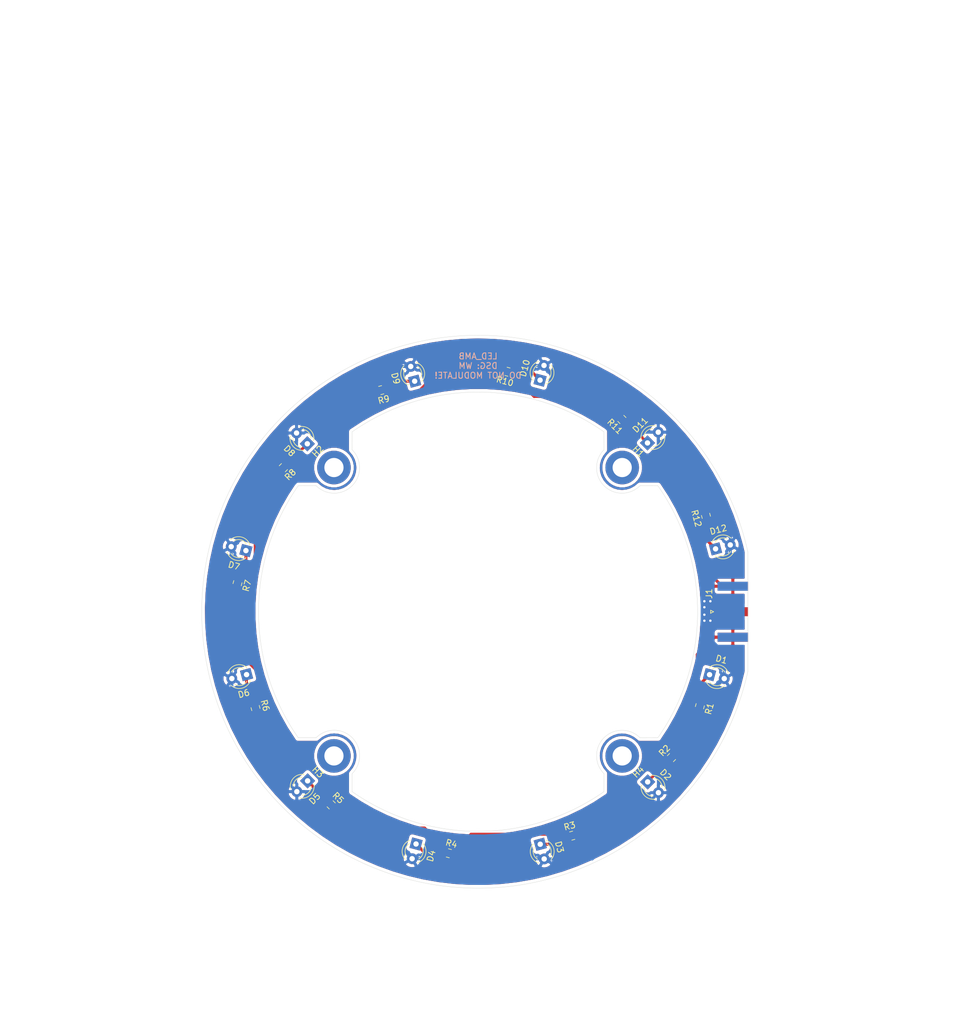
<source format=kicad_pcb>
(kicad_pcb (version 20171130) (host pcbnew 5.1.5-52549c5~84~ubuntu18.04.1)

  (general
    (thickness 1.6)
    (drawings 19)
    (tracks 141)
    (zones 0)
    (modules 29)
    (nets 15)
  )

  (page A4)
  (layers
    (0 F.Cu signal)
    (31 B.Cu signal)
    (32 B.Adhes user)
    (33 F.Adhes user)
    (34 B.Paste user)
    (35 F.Paste user)
    (36 B.SilkS user)
    (37 F.SilkS user)
    (38 B.Mask user)
    (39 F.Mask user)
    (40 Dwgs.User user)
    (41 Cmts.User user)
    (42 Eco1.User user)
    (43 Eco2.User user)
    (44 Edge.Cuts user)
    (45 Margin user)
    (46 B.CrtYd user)
    (47 F.CrtYd user)
    (48 B.Fab user)
    (49 F.Fab user)
  )

  (setup
    (last_trace_width 0.5)
    (user_trace_width 0.5)
    (trace_clearance 0.2)
    (zone_clearance 0.508)
    (zone_45_only no)
    (trace_min 0.2)
    (via_size 0.8)
    (via_drill 0.4)
    (via_min_size 0.4)
    (via_min_drill 0.3)
    (uvia_size 0.3)
    (uvia_drill 0.1)
    (uvias_allowed no)
    (uvia_min_size 0.2)
    (uvia_min_drill 0.1)
    (edge_width 0.05)
    (segment_width 0.2)
    (pcb_text_width 0.3)
    (pcb_text_size 1.5 1.5)
    (mod_edge_width 0.12)
    (mod_text_size 1 1)
    (mod_text_width 0.15)
    (pad_size 1.524 1.524)
    (pad_drill 0.762)
    (pad_to_mask_clearance 0.051)
    (solder_mask_min_width 0.25)
    (aux_axis_origin 0 0)
    (visible_elements FFFFFF7F)
    (pcbplotparams
      (layerselection 0x010fc_ffffffff)
      (usegerberextensions false)
      (usegerberattributes false)
      (usegerberadvancedattributes false)
      (creategerberjobfile false)
      (excludeedgelayer true)
      (linewidth 0.100000)
      (plotframeref false)
      (viasonmask false)
      (mode 1)
      (useauxorigin false)
      (hpglpennumber 1)
      (hpglpenspeed 20)
      (hpglpendiameter 15.000000)
      (psnegative false)
      (psa4output false)
      (plotreference true)
      (plotvalue true)
      (plotinvisibletext false)
      (padsonsilk false)
      (subtractmaskfromsilk false)
      (outputformat 1)
      (mirror false)
      (drillshape 0)
      (scaleselection 1)
      (outputdirectory "gerber/"))
  )

  (net 0 "")
  (net 1 "Net-(D1-Pad2)")
  (net 2 "Net-(D1-Pad1)")
  (net 3 "Net-(D2-Pad1)")
  (net 4 "Net-(D3-Pad1)")
  (net 5 "Net-(D4-Pad1)")
  (net 6 "Net-(D5-Pad1)")
  (net 7 "Net-(D6-Pad1)")
  (net 8 "Net-(D7-Pad1)")
  (net 9 "Net-(D8-Pad1)")
  (net 10 "Net-(D9-Pad1)")
  (net 11 "Net-(D10-Pad1)")
  (net 12 "Net-(D11-Pad1)")
  (net 13 "Net-(D12-Pad1)")
  (net 14 "Net-(J1-Pad2)")

  (net_class Default "This is the default net class."
    (clearance 0.2)
    (trace_width 0.25)
    (via_dia 0.8)
    (via_drill 0.4)
    (uvia_dia 0.3)
    (uvia_drill 0.1)
    (add_net "Net-(D1-Pad1)")
    (add_net "Net-(D1-Pad2)")
    (add_net "Net-(D10-Pad1)")
    (add_net "Net-(D11-Pad1)")
    (add_net "Net-(D12-Pad1)")
    (add_net "Net-(D2-Pad1)")
    (add_net "Net-(D3-Pad1)")
    (add_net "Net-(D4-Pad1)")
    (add_net "Net-(D5-Pad1)")
    (add_net "Net-(D6-Pad1)")
    (add_net "Net-(D7-Pad1)")
    (add_net "Net-(D8-Pad1)")
    (add_net "Net-(D9-Pad1)")
    (add_net "Net-(J1-Pad2)")
  )

  (module MountingHole:MountingHole_3.2mm_M3_DIN965_Pad (layer F.Cu) (tedit 56D1B4CB) (tstamp 5E9234D4)
    (at 174.041631 124.041631 225)
    (descr "Mounting Hole 3.2mm, M3, DIN965")
    (tags "mounting hole 3.2mm m3 din965")
    (path /5E92ABF9)
    (attr virtual)
    (fp_text reference H4 (at 0 -3.8 45) (layer F.SilkS)
      (effects (font (size 1 1) (thickness 0.15)))
    )
    (fp_text value MountingHole (at 0 3.8 45) (layer F.Fab)
      (effects (font (size 1 1) (thickness 0.15)))
    )
    (fp_circle (center 0 0) (end 3.05 0) (layer F.CrtYd) (width 0.05))
    (fp_circle (center 0 0) (end 2.8 0) (layer Cmts.User) (width 0.15))
    (fp_text user %R (at 0.3 0 45) (layer F.Fab)
      (effects (font (size 1 1) (thickness 0.15)))
    )
    (pad 1 thru_hole circle (at 0 0 225) (size 5.6 5.6) (drill 3.2) (layers *.Cu *.Mask))
  )

  (module MountingHole:MountingHole_3.2mm_M3_DIN965_Pad (layer F.Cu) (tedit 56D1B4CB) (tstamp 5E9234CC)
    (at 125.958369 124.041631 135)
    (descr "Mounting Hole 3.2mm, M3, DIN965")
    (tags "mounting hole 3.2mm m3 din965")
    (path /5E92614F)
    (attr virtual)
    (fp_text reference H3 (at 0 -3.8 135) (layer F.SilkS)
      (effects (font (size 1 1) (thickness 0.15)))
    )
    (fp_text value MountingHole (at 0 3.8 135) (layer F.Fab)
      (effects (font (size 1 1) (thickness 0.15)))
    )
    (fp_circle (center 0 0) (end 3.05 0) (layer F.CrtYd) (width 0.05))
    (fp_circle (center 0 0) (end 2.8 0) (layer Cmts.User) (width 0.15))
    (fp_text user %R (at 0.3 0 135) (layer F.Fab)
      (effects (font (size 1 1) (thickness 0.15)))
    )
    (pad 1 thru_hole circle (at 0 0 135) (size 5.6 5.6) (drill 3.2) (layers *.Cu *.Mask))
  )

  (module MountingHole:MountingHole_3.2mm_M3_DIN965_Pad (layer F.Cu) (tedit 56D1B4CB) (tstamp 5E9234C4)
    (at 125.958369 75.958369 45)
    (descr "Mounting Hole 3.2mm, M3, DIN965")
    (tags "mounting hole 3.2mm m3 din965")
    (path /5E92ABFF)
    (attr virtual)
    (fp_text reference H2 (at 0 -3.8 45) (layer F.SilkS)
      (effects (font (size 1 1) (thickness 0.15)))
    )
    (fp_text value MountingHole (at 0 3.8 45) (layer F.Fab)
      (effects (font (size 1 1) (thickness 0.15)))
    )
    (fp_circle (center 0 0) (end 3.05 0) (layer F.CrtYd) (width 0.05))
    (fp_circle (center 0 0) (end 2.8 0) (layer Cmts.User) (width 0.15))
    (fp_text user %R (at 0.3 0 45) (layer F.Fab)
      (effects (font (size 1 1) (thickness 0.15)))
    )
    (pad 1 thru_hole circle (at 0 0 45) (size 5.6 5.6) (drill 3.2) (layers *.Cu *.Mask))
  )

  (module MountingHole:MountingHole_3.2mm_M3_DIN965_Pad (layer F.Cu) (tedit 56D1B4CB) (tstamp 5E9234BC)
    (at 174.041631 75.958369 315)
    (descr "Mounting Hole 3.2mm, M3, DIN965")
    (tags "mounting hole 3.2mm m3 din965")
    (path /5E92737F)
    (attr virtual)
    (fp_text reference H1 (at 0 -3.8 135) (layer F.SilkS)
      (effects (font (size 1 1) (thickness 0.15)))
    )
    (fp_text value MountingHole (at 0 3.8 135) (layer F.Fab)
      (effects (font (size 1 1) (thickness 0.15)))
    )
    (fp_circle (center 0 0) (end 3.05 0) (layer F.CrtYd) (width 0.05))
    (fp_circle (center 0 0) (end 2.8 0) (layer Cmts.User) (width 0.15))
    (fp_text user %R (at 0.3 0 135) (layer F.Fab)
      (effects (font (size 1 1) (thickness 0.15)))
    )
    (pad 1 thru_hole circle (at 0 0 315) (size 5.6 5.6) (drill 3.2) (layers *.Cu *.Mask))
  )

  (module Resistor_SMD:R_0805_2012Metric_Pad1.15x1.40mm_HandSolder (layer F.Cu) (tedit 5B36C52B) (tstamp 5E917844)
    (at 188.01529 84.009926 105)
    (descr "Resistor SMD 0805 (2012 Metric), square (rectangular) end terminal, IPC_7351 nominal with elongated pad for handsoldering. (Body size source: https://docs.google.com/spreadsheets/d/1BsfQQcO9C6DZCsRaXUlFlo91Tg2WpOkGARC1WS5S8t0/edit?usp=sharing), generated with kicad-footprint-generator")
    (tags "resistor handsolder")
    (path /5E917C47)
    (attr smd)
    (fp_text reference R12 (at 0 -1.65 105) (layer F.SilkS)
      (effects (font (size 1 1) (thickness 0.15)))
    )
    (fp_text value R (at 0 1.65 105) (layer F.Fab)
      (effects (font (size 1 1) (thickness 0.15)))
    )
    (fp_line (start -1 0.6) (end -1 -0.6) (layer F.Fab) (width 0.1))
    (fp_line (start -1 -0.6) (end 1 -0.6) (layer F.Fab) (width 0.1))
    (fp_line (start 1 -0.6) (end 1 0.6) (layer F.Fab) (width 0.1))
    (fp_line (start 1 0.6) (end -1 0.6) (layer F.Fab) (width 0.1))
    (fp_line (start -0.261252 -0.71) (end 0.261252 -0.71) (layer F.SilkS) (width 0.12))
    (fp_line (start -0.261252 0.71) (end 0.261252 0.71) (layer F.SilkS) (width 0.12))
    (fp_line (start -1.85 0.95) (end -1.85 -0.95) (layer F.CrtYd) (width 0.05))
    (fp_line (start -1.85 -0.95) (end 1.85 -0.95) (layer F.CrtYd) (width 0.05))
    (fp_line (start 1.85 -0.95) (end 1.85 0.95) (layer F.CrtYd) (width 0.05))
    (fp_line (start 1.85 0.95) (end -1.85 0.95) (layer F.CrtYd) (width 0.05))
    (fp_text user %R (at 0 0 105) (layer F.Fab)
      (effects (font (size 0.5 0.5) (thickness 0.08)))
    )
    (pad 1 smd roundrect (at -1.025 0 105) (size 1.15 1.4) (layers F.Cu F.Paste F.Mask) (roundrect_rratio 0.217391)
      (net 13 "Net-(D12-Pad1)"))
    (pad 2 smd roundrect (at 1.025 0 105) (size 1.15 1.4) (layers F.Cu F.Paste F.Mask) (roundrect_rratio 0.217391)
      (net 14 "Net-(J1-Pad2)"))
    (model ${KISYS3DMOD}/Resistor_SMD.3dshapes/R_0805_2012Metric.wrl
      (at (xyz 0 0 0))
      (scale (xyz 1 1 1))
      (rotate (xyz 0 0 0))
    )
  )

  (module Resistor_SMD:R_0805_2012Metric_Pad1.15x1.40mm_HandSolder (layer F.Cu) (tedit 5B36C52B) (tstamp 5E917833)
    (at 173.990222 67.940196 135)
    (descr "Resistor SMD 0805 (2012 Metric), square (rectangular) end terminal, IPC_7351 nominal with elongated pad for handsoldering. (Body size source: https://docs.google.com/spreadsheets/d/1BsfQQcO9C6DZCsRaXUlFlo91Tg2WpOkGARC1WS5S8t0/edit?usp=sharing), generated with kicad-footprint-generator")
    (tags "resistor handsolder")
    (path /5E917813)
    (attr smd)
    (fp_text reference R11 (at 0 -1.65 135) (layer F.SilkS)
      (effects (font (size 1 1) (thickness 0.15)))
    )
    (fp_text value R (at 0 1.65 135) (layer F.Fab)
      (effects (font (size 1 1) (thickness 0.15)))
    )
    (fp_text user %R (at 0 0 135) (layer F.Fab)
      (effects (font (size 0.5 0.5) (thickness 0.08)))
    )
    (fp_line (start 1.85 0.95) (end -1.85 0.95) (layer F.CrtYd) (width 0.05))
    (fp_line (start 1.85 -0.95) (end 1.85 0.95) (layer F.CrtYd) (width 0.05))
    (fp_line (start -1.85 -0.95) (end 1.85 -0.95) (layer F.CrtYd) (width 0.05))
    (fp_line (start -1.85 0.95) (end -1.85 -0.95) (layer F.CrtYd) (width 0.05))
    (fp_line (start -0.261252 0.71) (end 0.261252 0.71) (layer F.SilkS) (width 0.12))
    (fp_line (start -0.261252 -0.71) (end 0.261252 -0.71) (layer F.SilkS) (width 0.12))
    (fp_line (start 1 0.6) (end -1 0.6) (layer F.Fab) (width 0.1))
    (fp_line (start 1 -0.6) (end 1 0.6) (layer F.Fab) (width 0.1))
    (fp_line (start -1 -0.6) (end 1 -0.6) (layer F.Fab) (width 0.1))
    (fp_line (start -1 0.6) (end -1 -0.6) (layer F.Fab) (width 0.1))
    (pad 2 smd roundrect (at 1.025 0 135) (size 1.15 1.4) (layers F.Cu F.Paste F.Mask) (roundrect_rratio 0.217391)
      (net 14 "Net-(J1-Pad2)"))
    (pad 1 smd roundrect (at -1.025 0 135) (size 1.15 1.4) (layers F.Cu F.Paste F.Mask) (roundrect_rratio 0.217391)
      (net 12 "Net-(D11-Pad1)"))
    (model ${KISYS3DMOD}/Resistor_SMD.3dshapes/R_0805_2012Metric.wrl
      (at (xyz 0 0 0))
      (scale (xyz 1 1 1))
      (rotate (xyz 0 0 0))
    )
  )

  (module Resistor_SMD:R_0805_2012Metric_Pad1.15x1.40mm_HandSolder (layer F.Cu) (tedit 5B36C52B) (tstamp 5E917822)
    (at 154.905472 59.98376 165)
    (descr "Resistor SMD 0805 (2012 Metric), square (rectangular) end terminal, IPC_7351 nominal with elongated pad for handsoldering. (Body size source: https://docs.google.com/spreadsheets/d/1BsfQQcO9C6DZCsRaXUlFlo91Tg2WpOkGARC1WS5S8t0/edit?usp=sharing), generated with kicad-footprint-generator")
    (tags "resistor handsolder")
    (path /5E917439)
    (attr smd)
    (fp_text reference R10 (at 0 -1.65 165) (layer F.SilkS)
      (effects (font (size 1 1) (thickness 0.15)))
    )
    (fp_text value R (at 0 1.65 165) (layer F.Fab)
      (effects (font (size 1 1) (thickness 0.15)))
    )
    (fp_text user %R (at 0 0 165) (layer F.Fab)
      (effects (font (size 0.5 0.5) (thickness 0.08)))
    )
    (fp_line (start 1.85 0.95) (end -1.85 0.95) (layer F.CrtYd) (width 0.05))
    (fp_line (start 1.85 -0.95) (end 1.85 0.95) (layer F.CrtYd) (width 0.05))
    (fp_line (start -1.85 -0.95) (end 1.85 -0.95) (layer F.CrtYd) (width 0.05))
    (fp_line (start -1.85 0.95) (end -1.85 -0.95) (layer F.CrtYd) (width 0.05))
    (fp_line (start -0.261252 0.71) (end 0.261252 0.71) (layer F.SilkS) (width 0.12))
    (fp_line (start -0.261252 -0.71) (end 0.261252 -0.71) (layer F.SilkS) (width 0.12))
    (fp_line (start 1 0.6) (end -1 0.6) (layer F.Fab) (width 0.1))
    (fp_line (start 1 -0.6) (end 1 0.6) (layer F.Fab) (width 0.1))
    (fp_line (start -1 -0.6) (end 1 -0.6) (layer F.Fab) (width 0.1))
    (fp_line (start -1 0.6) (end -1 -0.6) (layer F.Fab) (width 0.1))
    (pad 2 smd roundrect (at 1.025 0 165) (size 1.15 1.4) (layers F.Cu F.Paste F.Mask) (roundrect_rratio 0.217391)
      (net 14 "Net-(J1-Pad2)"))
    (pad 1 smd roundrect (at -1.025 0 165) (size 1.15 1.4) (layers F.Cu F.Paste F.Mask) (roundrect_rratio 0.217391)
      (net 11 "Net-(D10-Pad1)"))
    (model ${KISYS3DMOD}/Resistor_SMD.3dshapes/R_0805_2012Metric.wrl
      (at (xyz 0 0 0))
      (scale (xyz 1 1 1))
      (rotate (xyz 0 0 0))
    )
  )

  (module Resistor_SMD:R_0805_2012Metric_Pad1.15x1.40mm_HandSolder (layer F.Cu) (tedit 5B36C52B) (tstamp 5E917811)
    (at 133.844572 63.051761 195)
    (descr "Resistor SMD 0805 (2012 Metric), square (rectangular) end terminal, IPC_7351 nominal with elongated pad for handsoldering. (Body size source: https://docs.google.com/spreadsheets/d/1BsfQQcO9C6DZCsRaXUlFlo91Tg2WpOkGARC1WS5S8t0/edit?usp=sharing), generated with kicad-footprint-generator")
    (tags "resistor handsolder")
    (path /5E916E95)
    (attr smd)
    (fp_text reference R9 (at 0 -1.65 15) (layer F.SilkS)
      (effects (font (size 1 1) (thickness 0.15)))
    )
    (fp_text value R (at 0 1.65 15) (layer F.Fab)
      (effects (font (size 1 1) (thickness 0.15)))
    )
    (fp_text user %R (at 0 0 15) (layer F.Fab)
      (effects (font (size 0.5 0.5) (thickness 0.08)))
    )
    (fp_line (start 1.85 0.95) (end -1.85 0.95) (layer F.CrtYd) (width 0.05))
    (fp_line (start 1.85 -0.95) (end 1.85 0.95) (layer F.CrtYd) (width 0.05))
    (fp_line (start -1.85 -0.95) (end 1.85 -0.95) (layer F.CrtYd) (width 0.05))
    (fp_line (start -1.85 0.95) (end -1.85 -0.95) (layer F.CrtYd) (width 0.05))
    (fp_line (start -0.261252 0.71) (end 0.261252 0.71) (layer F.SilkS) (width 0.12))
    (fp_line (start -0.261252 -0.71) (end 0.261252 -0.71) (layer F.SilkS) (width 0.12))
    (fp_line (start 1 0.6) (end -1 0.6) (layer F.Fab) (width 0.1))
    (fp_line (start 1 -0.6) (end 1 0.6) (layer F.Fab) (width 0.1))
    (fp_line (start -1 -0.6) (end 1 -0.6) (layer F.Fab) (width 0.1))
    (fp_line (start -1 0.6) (end -1 -0.6) (layer F.Fab) (width 0.1))
    (pad 2 smd roundrect (at 1.025 0 195) (size 1.15 1.4) (layers F.Cu F.Paste F.Mask) (roundrect_rratio 0.217391)
      (net 14 "Net-(J1-Pad2)"))
    (pad 1 smd roundrect (at -1.025 0 195) (size 1.15 1.4) (layers F.Cu F.Paste F.Mask) (roundrect_rratio 0.217391)
      (net 10 "Net-(D9-Pad1)"))
    (model ${KISYS3DMOD}/Resistor_SMD.3dshapes/R_0805_2012Metric.wrl
      (at (xyz 0 0 0))
      (scale (xyz 1 1 1))
      (rotate (xyz 0 0 0))
    )
  )

  (module Resistor_SMD:R_0805_2012Metric_Pad1.15x1.40mm_HandSolder (layer F.Cu) (tedit 5B36C52B) (tstamp 5E917800)
    (at 117.521637 75.979448 225)
    (descr "Resistor SMD 0805 (2012 Metric), square (rectangular) end terminal, IPC_7351 nominal with elongated pad for handsoldering. (Body size source: https://docs.google.com/spreadsheets/d/1BsfQQcO9C6DZCsRaXUlFlo91Tg2WpOkGARC1WS5S8t0/edit?usp=sharing), generated with kicad-footprint-generator")
    (tags "resistor handsolder")
    (path /5E915951)
    (attr smd)
    (fp_text reference R8 (at 0 -1.65 45) (layer F.SilkS)
      (effects (font (size 1 1) (thickness 0.15)))
    )
    (fp_text value R (at 0 1.65 45) (layer F.Fab)
      (effects (font (size 1 1) (thickness 0.15)))
    )
    (fp_text user %R (at 10.215695 -3.01273 60) (layer F.Fab)
      (effects (font (size 0.5 0.5) (thickness 0.08)))
    )
    (fp_line (start 1.85 0.95) (end -1.85 0.95) (layer F.CrtYd) (width 0.05))
    (fp_line (start 1.85 -0.95) (end 1.85 0.95) (layer F.CrtYd) (width 0.05))
    (fp_line (start -1.85 -0.95) (end 1.85 -0.95) (layer F.CrtYd) (width 0.05))
    (fp_line (start -1.85 0.95) (end -1.85 -0.95) (layer F.CrtYd) (width 0.05))
    (fp_line (start -0.261252 0.71) (end 0.261252 0.71) (layer F.SilkS) (width 0.12))
    (fp_line (start -0.261252 -0.71) (end 0.261252 -0.71) (layer F.SilkS) (width 0.12))
    (fp_line (start 1 0.6) (end -1 0.6) (layer F.Fab) (width 0.1))
    (fp_line (start 1 -0.6) (end 1 0.6) (layer F.Fab) (width 0.1))
    (fp_line (start -1 -0.6) (end 1 -0.6) (layer F.Fab) (width 0.1))
    (fp_line (start -1 0.6) (end -1 -0.6) (layer F.Fab) (width 0.1))
    (pad 2 smd roundrect (at 1.025 0 225) (size 1.15 1.4) (layers F.Cu F.Paste F.Mask) (roundrect_rratio 0.217391)
      (net 14 "Net-(J1-Pad2)"))
    (pad 1 smd roundrect (at -1.025 0 225) (size 1.15 1.4) (layers F.Cu F.Paste F.Mask) (roundrect_rratio 0.217391)
      (net 9 "Net-(D8-Pad1)"))
    (model ${KISYS3DMOD}/Resistor_SMD.3dshapes/R_0805_2012Metric.wrl
      (at (xyz 0 0 0))
      (scale (xyz 1 1 1))
      (rotate (xyz 0 0 0))
    )
  )

  (module Resistor_SMD:R_0805_2012Metric_Pad1.15x1.40mm_HandSolder (layer F.Cu) (tedit 5B36C52B) (tstamp 5E9177EF)
    (at 109.871387 95.240975 255)
    (descr "Resistor SMD 0805 (2012 Metric), square (rectangular) end terminal, IPC_7351 nominal with elongated pad for handsoldering. (Body size source: https://docs.google.com/spreadsheets/d/1BsfQQcO9C6DZCsRaXUlFlo91Tg2WpOkGARC1WS5S8t0/edit?usp=sharing), generated with kicad-footprint-generator")
    (tags "resistor handsolder")
    (path /5E9154C7)
    (attr smd)
    (fp_text reference R7 (at 0 -1.65 75) (layer F.SilkS)
      (effects (font (size 1 1) (thickness 0.15)))
    )
    (fp_text value R (at 0 1.65 75) (layer F.Fab)
      (effects (font (size 1 1) (thickness 0.15)))
    )
    (fp_text user %R (at 10.274276 -2.911029 90) (layer F.Fab)
      (effects (font (size 0.5 0.5) (thickness 0.08)))
    )
    (fp_line (start 1.85 0.95) (end -1.85 0.95) (layer F.CrtYd) (width 0.05))
    (fp_line (start 1.85 -0.95) (end 1.85 0.95) (layer F.CrtYd) (width 0.05))
    (fp_line (start -1.85 -0.95) (end 1.85 -0.95) (layer F.CrtYd) (width 0.05))
    (fp_line (start -1.85 0.95) (end -1.85 -0.95) (layer F.CrtYd) (width 0.05))
    (fp_line (start -0.261252 0.71) (end 0.261252 0.71) (layer F.SilkS) (width 0.12))
    (fp_line (start -0.261252 -0.71) (end 0.261252 -0.71) (layer F.SilkS) (width 0.12))
    (fp_line (start 1 0.6) (end -1 0.6) (layer F.Fab) (width 0.1))
    (fp_line (start 1 -0.6) (end 1 0.6) (layer F.Fab) (width 0.1))
    (fp_line (start -1 -0.6) (end 1 -0.6) (layer F.Fab) (width 0.1))
    (fp_line (start -1 0.6) (end -1 -0.6) (layer F.Fab) (width 0.1))
    (pad 2 smd roundrect (at 1.025 0 255) (size 1.15 1.4) (layers F.Cu F.Paste F.Mask) (roundrect_rratio 0.217391)
      (net 14 "Net-(J1-Pad2)"))
    (pad 1 smd roundrect (at -1.025 0 255) (size 1.15 1.4) (layers F.Cu F.Paste F.Mask) (roundrect_rratio 0.217391)
      (net 8 "Net-(D7-Pad1)"))
    (model ${KISYS3DMOD}/Resistor_SMD.3dshapes/R_0805_2012Metric.wrl
      (at (xyz 0 0 0))
      (scale (xyz 1 1 1))
      (rotate (xyz 0 0 0))
    )
  )

  (module Resistor_SMD:R_0805_2012Metric_Pad1.15x1.40mm_HandSolder (layer F.Cu) (tedit 5B36C52B) (tstamp 5E9177DE)
    (at 112.874684 116.060393 285)
    (descr "Resistor SMD 0805 (2012 Metric), square (rectangular) end terminal, IPC_7351 nominal with elongated pad for handsoldering. (Body size source: https://docs.google.com/spreadsheets/d/1BsfQQcO9C6DZCsRaXUlFlo91Tg2WpOkGARC1WS5S8t0/edit?usp=sharing), generated with kicad-footprint-generator")
    (tags "resistor handsolder")
    (path /5E9151B9)
    (attr smd)
    (fp_text reference R6 (at 0 -1.65 105) (layer F.SilkS)
      (effects (font (size 1 1) (thickness 0.15)))
    )
    (fp_text value R (at 0 1.65 105) (layer F.Fab)
      (effects (font (size 1 1) (thickness 0.15)))
    )
    (fp_text user %R (at 10.285393 -2.874684 120) (layer F.Fab)
      (effects (font (size 0.5 0.5) (thickness 0.08)))
    )
    (fp_line (start 1.85 0.95) (end -1.85 0.95) (layer F.CrtYd) (width 0.05))
    (fp_line (start 1.85 -0.95) (end 1.85 0.95) (layer F.CrtYd) (width 0.05))
    (fp_line (start -1.85 -0.95) (end 1.85 -0.95) (layer F.CrtYd) (width 0.05))
    (fp_line (start -1.85 0.95) (end -1.85 -0.95) (layer F.CrtYd) (width 0.05))
    (fp_line (start -0.261252 0.71) (end 0.261252 0.71) (layer F.SilkS) (width 0.12))
    (fp_line (start -0.261252 -0.71) (end 0.261252 -0.71) (layer F.SilkS) (width 0.12))
    (fp_line (start 1 0.6) (end -1 0.6) (layer F.Fab) (width 0.1))
    (fp_line (start 1 -0.6) (end 1 0.6) (layer F.Fab) (width 0.1))
    (fp_line (start -1 -0.6) (end 1 -0.6) (layer F.Fab) (width 0.1))
    (fp_line (start -1 0.6) (end -1 -0.6) (layer F.Fab) (width 0.1))
    (pad 2 smd roundrect (at 1.025 0 285) (size 1.15 1.4) (layers F.Cu F.Paste F.Mask) (roundrect_rratio 0.217391)
      (net 14 "Net-(J1-Pad2)"))
    (pad 1 smd roundrect (at -1.025 0 285) (size 1.15 1.4) (layers F.Cu F.Paste F.Mask) (roundrect_rratio 0.217391)
      (net 7 "Net-(D6-Pad1)"))
    (model ${KISYS3DMOD}/Resistor_SMD.3dshapes/R_0805_2012Metric.wrl
      (at (xyz 0 0 0))
      (scale (xyz 1 1 1))
      (rotate (xyz 0 0 0))
    )
  )

  (module Resistor_SMD:R_0805_2012Metric_Pad1.15x1.40mm_HandSolder (layer F.Cu) (tedit 5B36C52B) (tstamp 5E9177CD)
    (at 125.496184 132.206551 315)
    (descr "Resistor SMD 0805 (2012 Metric), square (rectangular) end terminal, IPC_7351 nominal with elongated pad for handsoldering. (Body size source: https://docs.google.com/spreadsheets/d/1BsfQQcO9C6DZCsRaXUlFlo91Tg2WpOkGARC1WS5S8t0/edit?usp=sharing), generated with kicad-footprint-generator")
    (tags "resistor handsolder")
    (path /5E9147F3)
    (attr smd)
    (fp_text reference R5 (at 0 -1.65 135) (layer F.SilkS)
      (effects (font (size 1 1) (thickness 0.15)))
    )
    (fp_text value R (at 0 1.65 135) (layer F.Fab)
      (effects (font (size 1 1) (thickness 0.15)))
    )
    (fp_text user %R (at 0 0 135) (layer F.Fab)
      (effects (font (size 0.5 0.5) (thickness 0.08)))
    )
    (fp_line (start 1.85 0.95) (end -1.85 0.95) (layer F.CrtYd) (width 0.05))
    (fp_line (start 1.85 -0.95) (end 1.85 0.95) (layer F.CrtYd) (width 0.05))
    (fp_line (start -1.85 -0.95) (end 1.85 -0.95) (layer F.CrtYd) (width 0.05))
    (fp_line (start -1.85 0.95) (end -1.85 -0.95) (layer F.CrtYd) (width 0.05))
    (fp_line (start -0.261252 0.71) (end 0.261252 0.71) (layer F.SilkS) (width 0.12))
    (fp_line (start -0.261252 -0.71) (end 0.261252 -0.71) (layer F.SilkS) (width 0.12))
    (fp_line (start 1 0.6) (end -1 0.6) (layer F.Fab) (width 0.1))
    (fp_line (start 1 -0.6) (end 1 0.6) (layer F.Fab) (width 0.1))
    (fp_line (start -1 -0.6) (end 1 -0.6) (layer F.Fab) (width 0.1))
    (fp_line (start -1 0.6) (end -1 -0.6) (layer F.Fab) (width 0.1))
    (pad 2 smd roundrect (at 1.025 0 315) (size 1.15 1.4) (layers F.Cu F.Paste F.Mask) (roundrect_rratio 0.217391)
      (net 14 "Net-(J1-Pad2)"))
    (pad 1 smd roundrect (at -1.025 0 315) (size 1.15 1.4) (layers F.Cu F.Paste F.Mask) (roundrect_rratio 0.217391)
      (net 6 "Net-(D5-Pad1)"))
    (model ${KISYS3DMOD}/Resistor_SMD.3dshapes/R_0805_2012Metric.wrl
      (at (xyz 0 0 0))
      (scale (xyz 1 1 1))
      (rotate (xyz 0 0 0))
    )
  )

  (module Resistor_SMD:R_0805_2012Metric_Pad1.15x1.40mm_HandSolder (layer F.Cu) (tedit 5B36C52B) (tstamp 5E9177BC)
    (at 145.128602 140.275059 345)
    (descr "Resistor SMD 0805 (2012 Metric), square (rectangular) end terminal, IPC_7351 nominal with elongated pad for handsoldering. (Body size source: https://docs.google.com/spreadsheets/d/1BsfQQcO9C6DZCsRaXUlFlo91Tg2WpOkGARC1WS5S8t0/edit?usp=sharing), generated with kicad-footprint-generator")
    (tags "resistor handsolder")
    (path /5E914289)
    (attr smd)
    (fp_text reference R4 (at 0 -1.65 165) (layer F.SilkS)
      (effects (font (size 1 1) (thickness 0.15)))
    )
    (fp_text value R (at 0 1.65 165) (layer F.Fab)
      (effects (font (size 1 1) (thickness 0.15)))
    )
    (fp_text user %R (at 0 0 165) (layer F.Fab)
      (effects (font (size 0.5 0.5) (thickness 0.08)))
    )
    (fp_line (start 1.85 0.95) (end -1.85 0.95) (layer F.CrtYd) (width 0.05))
    (fp_line (start 1.85 -0.95) (end 1.85 0.95) (layer F.CrtYd) (width 0.05))
    (fp_line (start -1.85 -0.95) (end 1.85 -0.95) (layer F.CrtYd) (width 0.05))
    (fp_line (start -1.85 0.95) (end -1.85 -0.95) (layer F.CrtYd) (width 0.05))
    (fp_line (start -0.261252 0.71) (end 0.261252 0.71) (layer F.SilkS) (width 0.12))
    (fp_line (start -0.261252 -0.71) (end 0.261252 -0.71) (layer F.SilkS) (width 0.12))
    (fp_line (start 1 0.6) (end -1 0.6) (layer F.Fab) (width 0.1))
    (fp_line (start 1 -0.6) (end 1 0.6) (layer F.Fab) (width 0.1))
    (fp_line (start -1 -0.6) (end 1 -0.6) (layer F.Fab) (width 0.1))
    (fp_line (start -1 0.6) (end -1 -0.6) (layer F.Fab) (width 0.1))
    (pad 2 smd roundrect (at 1.025 0 345) (size 1.15 1.4) (layers F.Cu F.Paste F.Mask) (roundrect_rratio 0.217391)
      (net 14 "Net-(J1-Pad2)"))
    (pad 1 smd roundrect (at -1.025 0 345) (size 1.15 1.4) (layers F.Cu F.Paste F.Mask) (roundrect_rratio 0.217391)
      (net 5 "Net-(D4-Pad1)"))
    (model ${KISYS3DMOD}/Resistor_SMD.3dshapes/R_0805_2012Metric.wrl
      (at (xyz 0 0 0))
      (scale (xyz 1 1 1))
      (rotate (xyz 0 0 0))
    )
  )

  (module Resistor_SMD:R_0805_2012Metric_Pad1.15x1.40mm_HandSolder (layer F.Cu) (tedit 5B36C52B) (tstamp 5E9177AB)
    (at 165.706539 137.336467 15)
    (descr "Resistor SMD 0805 (2012 Metric), square (rectangular) end terminal, IPC_7351 nominal with elongated pad for handsoldering. (Body size source: https://docs.google.com/spreadsheets/d/1BsfQQcO9C6DZCsRaXUlFlo91Tg2WpOkGARC1WS5S8t0/edit?usp=sharing), generated with kicad-footprint-generator")
    (tags "resistor handsolder")
    (path /5E913D55)
    (attr smd)
    (fp_text reference R3 (at 0 -1.65 15) (layer F.SilkS)
      (effects (font (size 1 1) (thickness 0.15)))
    )
    (fp_text value R (at 0 1.65 15) (layer F.Fab)
      (effects (font (size 1 1) (thickness 0.15)))
    )
    (fp_line (start -1 0.6) (end -1 -0.6) (layer F.Fab) (width 0.1))
    (fp_line (start -1 -0.6) (end 1 -0.6) (layer F.Fab) (width 0.1))
    (fp_line (start 1 -0.6) (end 1 0.6) (layer F.Fab) (width 0.1))
    (fp_line (start 1 0.6) (end -1 0.6) (layer F.Fab) (width 0.1))
    (fp_line (start -0.261252 -0.71) (end 0.261252 -0.71) (layer F.SilkS) (width 0.12))
    (fp_line (start -0.261252 0.71) (end 0.261252 0.71) (layer F.SilkS) (width 0.12))
    (fp_line (start -1.85 0.95) (end -1.85 -0.95) (layer F.CrtYd) (width 0.05))
    (fp_line (start -1.85 -0.95) (end 1.85 -0.95) (layer F.CrtYd) (width 0.05))
    (fp_line (start 1.85 -0.95) (end 1.85 0.95) (layer F.CrtYd) (width 0.05))
    (fp_line (start 1.85 0.95) (end -1.85 0.95) (layer F.CrtYd) (width 0.05))
    (fp_text user %R (at 0 0 15) (layer F.Fab)
      (effects (font (size 0.5 0.5) (thickness 0.08)))
    )
    (pad 1 smd roundrect (at -1.025 0 15) (size 1.15 1.4) (layers F.Cu F.Paste F.Mask) (roundrect_rratio 0.217391)
      (net 4 "Net-(D3-Pad1)"))
    (pad 2 smd roundrect (at 1.025 0 15) (size 1.15 1.4) (layers F.Cu F.Paste F.Mask) (roundrect_rratio 0.217391)
      (net 14 "Net-(J1-Pad2)"))
    (model ${KISYS3DMOD}/Resistor_SMD.3dshapes/R_0805_2012Metric.wrl
      (at (xyz 0 0 0))
      (scale (xyz 1 1 1))
      (rotate (xyz 0 0 0))
    )
  )

  (module Resistor_SMD:R_0805_2012Metric_Pad1.15x1.40mm_HandSolder (layer F.Cu) (tedit 5B36C52B) (tstamp 5E91779A)
    (at 182.264485 124.319928 45)
    (descr "Resistor SMD 0805 (2012 Metric), square (rectangular) end terminal, IPC_7351 nominal with elongated pad for handsoldering. (Body size source: https://docs.google.com/spreadsheets/d/1BsfQQcO9C6DZCsRaXUlFlo91Tg2WpOkGARC1WS5S8t0/edit?usp=sharing), generated with kicad-footprint-generator")
    (tags "resistor handsolder")
    (path /5E913931)
    (attr smd)
    (fp_text reference R2 (at 0 -1.65 45) (layer F.SilkS)
      (effects (font (size 1 1) (thickness 0.15)))
    )
    (fp_text value R (at 0 1.65 45) (layer F.Fab)
      (effects (font (size 1 1) (thickness 0.15)))
    )
    (fp_line (start -1 0.6) (end -1 -0.6) (layer F.Fab) (width 0.1))
    (fp_line (start -1 -0.6) (end 1 -0.6) (layer F.Fab) (width 0.1))
    (fp_line (start 1 -0.6) (end 1 0.6) (layer F.Fab) (width 0.1))
    (fp_line (start 1 0.6) (end -1 0.6) (layer F.Fab) (width 0.1))
    (fp_line (start -0.261252 -0.71) (end 0.261252 -0.71) (layer F.SilkS) (width 0.12))
    (fp_line (start -0.261252 0.71) (end 0.261252 0.71) (layer F.SilkS) (width 0.12))
    (fp_line (start -1.85 0.95) (end -1.85 -0.95) (layer F.CrtYd) (width 0.05))
    (fp_line (start -1.85 -0.95) (end 1.85 -0.95) (layer F.CrtYd) (width 0.05))
    (fp_line (start 1.85 -0.95) (end 1.85 0.95) (layer F.CrtYd) (width 0.05))
    (fp_line (start 1.85 0.95) (end -1.85 0.95) (layer F.CrtYd) (width 0.05))
    (fp_text user %R (at 10.08479 -2.713751 60) (layer F.Fab)
      (effects (font (size 0.5 0.5) (thickness 0.08)))
    )
    (pad 1 smd roundrect (at -1.025 0 45) (size 1.15 1.4) (layers F.Cu F.Paste F.Mask) (roundrect_rratio 0.217391)
      (net 3 "Net-(D2-Pad1)"))
    (pad 2 smd roundrect (at 1.025 0 45) (size 1.15 1.4) (layers F.Cu F.Paste F.Mask) (roundrect_rratio 0.217391)
      (net 14 "Net-(J1-Pad2)"))
    (model ${KISYS3DMOD}/Resistor_SMD.3dshapes/R_0805_2012Metric.wrl
      (at (xyz 0 0 0))
      (scale (xyz 1 1 1))
      (rotate (xyz 0 0 0))
    )
  )

  (module Resistor_SMD:R_0805_2012Metric_Pad1.15x1.40mm_HandSolder (layer F.Cu) (tedit 5B36C52B) (tstamp 5E917789)
    (at 187 115.75 255)
    (descr "Resistor SMD 0805 (2012 Metric), square (rectangular) end terminal, IPC_7351 nominal with elongated pad for handsoldering. (Body size source: https://docs.google.com/spreadsheets/d/1BsfQQcO9C6DZCsRaXUlFlo91Tg2WpOkGARC1WS5S8t0/edit?usp=sharing), generated with kicad-footprint-generator")
    (tags "resistor handsolder")
    (path /5E912C42)
    (attr smd)
    (fp_text reference R1 (at 0 -1.65 75) (layer F.SilkS)
      (effects (font (size 1 1) (thickness 0.15)))
    )
    (fp_text value R (at 0 1.65 75) (layer F.Fab)
      (effects (font (size 1 1) (thickness 0.15)))
    )
    (fp_text user %R (at 10.06717 -2.752111 90) (layer F.Fab)
      (effects (font (size 0.5 0.5) (thickness 0.08)))
    )
    (fp_line (start 1.85 0.95) (end -1.85 0.95) (layer F.CrtYd) (width 0.05))
    (fp_line (start 1.85 -0.95) (end 1.85 0.95) (layer F.CrtYd) (width 0.05))
    (fp_line (start -1.85 -0.95) (end 1.85 -0.95) (layer F.CrtYd) (width 0.05))
    (fp_line (start -1.85 0.95) (end -1.85 -0.95) (layer F.CrtYd) (width 0.05))
    (fp_line (start -0.261252 0.71) (end 0.261252 0.71) (layer F.SilkS) (width 0.12))
    (fp_line (start -0.261252 -0.71) (end 0.261252 -0.71) (layer F.SilkS) (width 0.12))
    (fp_line (start 1 0.6) (end -1 0.6) (layer F.Fab) (width 0.1))
    (fp_line (start 1 -0.6) (end 1 0.6) (layer F.Fab) (width 0.1))
    (fp_line (start -1 -0.6) (end 1 -0.6) (layer F.Fab) (width 0.1))
    (fp_line (start -1 0.6) (end -1 -0.6) (layer F.Fab) (width 0.1))
    (pad 2 smd roundrect (at 1.025 0 255) (size 1.15 1.4) (layers F.Cu F.Paste F.Mask) (roundrect_rratio 0.217391)
      (net 14 "Net-(J1-Pad2)"))
    (pad 1 smd roundrect (at -1.025 0 255) (size 1.15 1.4) (layers F.Cu F.Paste F.Mask) (roundrect_rratio 0.217391)
      (net 2 "Net-(D1-Pad1)"))
    (model ${KISYS3DMOD}/Resistor_SMD.3dshapes/R_0805_2012Metric.wrl
      (at (xyz 0 0 0))
      (scale (xyz 1 1 1))
      (rotate (xyz 0 0 0))
    )
  )

  (module Connector_Coaxial:SMA_Amphenol_132289_EdgeMount (layer F.Cu) (tedit 5A1C1810) (tstamp 5E917778)
    (at 192.5 100)
    (descr http://www.amphenolrf.com/132289.html)
    (tags SMA)
    (path /5E911158)
    (attr smd)
    (fp_text reference J1 (at -3.96 -3 90) (layer F.SilkS)
      (effects (font (size 1 1) (thickness 0.15)))
    )
    (fp_text value Conn_Coaxial (at 5 6) (layer F.Fab)
      (effects (font (size 1 1) (thickness 0.15)))
    )
    (fp_line (start -1.91 5.08) (end 4.445 5.08) (layer F.Fab) (width 0.1))
    (fp_line (start -1.91 3.81) (end -1.91 5.08) (layer F.Fab) (width 0.1))
    (fp_line (start 2.54 3.81) (end -1.91 3.81) (layer F.Fab) (width 0.1))
    (fp_line (start 2.54 -3.81) (end 2.54 3.81) (layer F.Fab) (width 0.1))
    (fp_line (start -1.91 -3.81) (end 2.54 -3.81) (layer F.Fab) (width 0.1))
    (fp_line (start -1.91 -5.08) (end -1.91 -3.81) (layer F.Fab) (width 0.1))
    (fp_line (start -1.91 -5.08) (end 4.445 -5.08) (layer F.Fab) (width 0.1))
    (fp_line (start 4.445 -3.81) (end 4.445 -5.08) (layer F.Fab) (width 0.1))
    (fp_line (start 4.445 5.08) (end 4.445 3.81) (layer F.Fab) (width 0.1))
    (fp_line (start 13.97 3.81) (end 4.445 3.81) (layer F.Fab) (width 0.1))
    (fp_line (start 13.97 -3.81) (end 13.97 3.81) (layer F.Fab) (width 0.1))
    (fp_line (start 4.445 -3.81) (end 13.97 -3.81) (layer F.Fab) (width 0.1))
    (fp_line (start -3.04 5.58) (end -3.04 -5.58) (layer B.CrtYd) (width 0.05))
    (fp_line (start 14.47 5.58) (end -3.04 5.58) (layer B.CrtYd) (width 0.05))
    (fp_line (start 14.47 -5.58) (end 14.47 5.58) (layer B.CrtYd) (width 0.05))
    (fp_line (start 14.47 -5.58) (end -3.04 -5.58) (layer B.CrtYd) (width 0.05))
    (fp_line (start -3.04 5.58) (end -3.04 -5.58) (layer F.CrtYd) (width 0.05))
    (fp_line (start 14.47 5.58) (end -3.04 5.58) (layer F.CrtYd) (width 0.05))
    (fp_line (start 14.47 -5.58) (end 14.47 5.58) (layer F.CrtYd) (width 0.05))
    (fp_line (start 14.47 -5.58) (end -3.04 -5.58) (layer F.CrtYd) (width 0.05))
    (fp_text user %R (at 4.79 0 270) (layer F.Fab)
      (effects (font (size 1 1) (thickness 0.15)))
    )
    (fp_line (start 2.54 -0.75) (end 3.54 0) (layer F.Fab) (width 0.1))
    (fp_line (start 3.54 0) (end 2.54 0.75) (layer F.Fab) (width 0.1))
    (fp_line (start -3.21 0) (end -3.71 -0.25) (layer F.SilkS) (width 0.12))
    (fp_line (start -3.71 -0.25) (end -3.71 0.25) (layer F.SilkS) (width 0.12))
    (fp_line (start -3.71 0.25) (end -3.21 0) (layer F.SilkS) (width 0.12))
    (pad 1 smd rect (at 0 0 90) (size 1.5 5.08) (layers F.Cu F.Paste F.Mask)
      (net 1 "Net-(D1-Pad2)"))
    (pad 2 smd rect (at 0 -4.25 90) (size 1.5 5.08) (layers F.Cu F.Paste F.Mask)
      (net 14 "Net-(J1-Pad2)"))
    (pad 2 smd rect (at 0 4.25 90) (size 1.5 5.08) (layers F.Cu F.Paste F.Mask)
      (net 14 "Net-(J1-Pad2)"))
    (pad 2 smd rect (at 0 -4.25 90) (size 1.5 5.08) (layers B.Cu B.Paste B.Mask)
      (net 14 "Net-(J1-Pad2)"))
    (pad 2 smd rect (at 0 4.25 90) (size 1.5 5.08) (layers B.Cu B.Paste B.Mask)
      (net 14 "Net-(J1-Pad2)"))
    (model ${KISYS3DMOD}/Connector_Coaxial.3dshapes/SMA_Amphenol_132289_EdgeMount.wrl
      (at (xyz 0 0 0))
      (scale (xyz 1 1 1))
      (rotate (xyz 0 0 0))
    )
  )

  (module LED_THT:LED_D3.0mm (layer F.Cu) (tedit 587A3A7B) (tstamp 5E917755)
    (at 189.619996 89.517829 15)
    (descr "LED, diameter 3.0mm, 2 pins")
    (tags "LED diameter 3.0mm 2 pins")
    (path /5E917C41)
    (fp_text reference D12 (at 1.27 -2.96 15) (layer F.SilkS)
      (effects (font (size 1 1) (thickness 0.15)))
    )
    (fp_text value LED (at 1.27 2.96 15) (layer F.Fab)
      (effects (font (size 1 1) (thickness 0.15)))
    )
    (fp_line (start 3.7 -2.25) (end -1.15 -2.25) (layer F.CrtYd) (width 0.05))
    (fp_line (start 3.7 2.25) (end 3.7 -2.25) (layer F.CrtYd) (width 0.05))
    (fp_line (start -1.15 2.25) (end 3.7 2.25) (layer F.CrtYd) (width 0.05))
    (fp_line (start -1.15 -2.25) (end -1.15 2.25) (layer F.CrtYd) (width 0.05))
    (fp_line (start -0.29 1.08) (end -0.29 1.236) (layer F.SilkS) (width 0.12))
    (fp_line (start -0.29 -1.236) (end -0.29 -1.08) (layer F.SilkS) (width 0.12))
    (fp_line (start -0.23 -1.16619) (end -0.23 1.16619) (layer F.Fab) (width 0.1))
    (fp_circle (center 1.27 0) (end 2.77 0) (layer F.Fab) (width 0.1))
    (fp_arc (start 1.27 0) (end 0.229039 1.08) (angle -87.9) (layer F.SilkS) (width 0.12))
    (fp_arc (start 1.27 0) (end 0.229039 -1.08) (angle 87.9) (layer F.SilkS) (width 0.12))
    (fp_arc (start 1.27 0) (end -0.29 1.235516) (angle -108.8) (layer F.SilkS) (width 0.12))
    (fp_arc (start 1.27 0) (end -0.29 -1.235516) (angle 108.8) (layer F.SilkS) (width 0.12))
    (fp_arc (start 1.27 0) (end -0.23 -1.16619) (angle 284.3) (layer F.Fab) (width 0.1))
    (pad 2 thru_hole circle (at 2.54 0 15) (size 1.8 1.8) (drill 0.9) (layers *.Cu *.Mask)
      (net 1 "Net-(D1-Pad2)"))
    (pad 1 thru_hole rect (at 0 0 15) (size 1.8 1.8) (drill 0.9) (layers *.Cu *.Mask)
      (net 13 "Net-(D12-Pad1)"))
    (model ${KISYS3DMOD}/LED_THT.3dshapes/LED_D3.0mm.wrl
      (at (xyz 0 0 0))
      (scale (xyz 1 1 1))
      (rotate (xyz 0 0 0))
    )
  )

  (module LED_THT:LED_D3.0mm (layer F.Cu) (tedit 587A3A7B) (tstamp 5E917742)
    (at 178.26169 71.855754 45)
    (descr "LED, diameter 3.0mm, 2 pins")
    (tags "LED diameter 3.0mm 2 pins")
    (path /5E91780D)
    (fp_text reference D11 (at 1.27 -2.96 45) (layer F.SilkS)
      (effects (font (size 1 1) (thickness 0.15)))
    )
    (fp_text value LED (at 1.27 2.96 45) (layer F.Fab)
      (effects (font (size 1 1) (thickness 0.15)))
    )
    (fp_arc (start 1.27 0) (end -0.23 -1.16619) (angle 284.3) (layer F.Fab) (width 0.1))
    (fp_arc (start 1.27 0) (end -0.29 -1.235516) (angle 108.8) (layer F.SilkS) (width 0.12))
    (fp_arc (start 1.27 0) (end -0.29 1.235516) (angle -108.8) (layer F.SilkS) (width 0.12))
    (fp_arc (start 1.27 0) (end 0.229039 -1.08) (angle 87.9) (layer F.SilkS) (width 0.12))
    (fp_arc (start 1.27 0) (end 0.229039 1.08) (angle -87.9) (layer F.SilkS) (width 0.12))
    (fp_circle (center 1.27 0) (end 2.77 0) (layer F.Fab) (width 0.1))
    (fp_line (start -0.23 -1.16619) (end -0.23 1.16619) (layer F.Fab) (width 0.1))
    (fp_line (start -0.29 -1.236) (end -0.29 -1.08) (layer F.SilkS) (width 0.12))
    (fp_line (start -0.29 1.08) (end -0.29 1.236) (layer F.SilkS) (width 0.12))
    (fp_line (start -1.15 -2.25) (end -1.15 2.25) (layer F.CrtYd) (width 0.05))
    (fp_line (start -1.15 2.25) (end 3.7 2.25) (layer F.CrtYd) (width 0.05))
    (fp_line (start 3.7 2.25) (end 3.7 -2.25) (layer F.CrtYd) (width 0.05))
    (fp_line (start 3.7 -2.25) (end -1.15 -2.25) (layer F.CrtYd) (width 0.05))
    (pad 1 thru_hole rect (at 0 0 45) (size 1.8 1.8) (drill 0.9) (layers *.Cu *.Mask)
      (net 12 "Net-(D11-Pad1)"))
    (pad 2 thru_hole circle (at 2.54 0 45) (size 1.8 1.8) (drill 0.9) (layers *.Cu *.Mask)
      (net 1 "Net-(D1-Pad2)"))
    (model ${KISYS3DMOD}/LED_THT.3dshapes/LED_D3.0mm.wrl
      (at (xyz 0 0 0))
      (scale (xyz 1 1 1))
      (rotate (xyz 0 0 0))
    )
  )

  (module LED_THT:LED_D3.0mm (layer F.Cu) (tedit 587A3A7B) (tstamp 5E91772F)
    (at 160.341592 61.387106 75)
    (descr "LED, diameter 3.0mm, 2 pins")
    (tags "LED diameter 3.0mm 2 pins")
    (path /5E917433)
    (fp_text reference D10 (at 1.27 -2.96 75) (layer F.SilkS)
      (effects (font (size 1 1) (thickness 0.15)))
    )
    (fp_text value LED (at 1.27 2.96 75) (layer F.Fab)
      (effects (font (size 1 1) (thickness 0.15)))
    )
    (fp_arc (start 1.27 0) (end -0.23 -1.16619) (angle 284.3) (layer F.Fab) (width 0.1))
    (fp_arc (start 1.27 0) (end -0.29 -1.235516) (angle 108.8) (layer F.SilkS) (width 0.12))
    (fp_arc (start 1.27 0) (end -0.29 1.235516) (angle -108.8) (layer F.SilkS) (width 0.12))
    (fp_arc (start 1.27 0) (end 0.229039 -1.08) (angle 87.9) (layer F.SilkS) (width 0.12))
    (fp_arc (start 1.27 0) (end 0.229039 1.08) (angle -87.9) (layer F.SilkS) (width 0.12))
    (fp_circle (center 1.27 0) (end 2.77 0) (layer F.Fab) (width 0.1))
    (fp_line (start -0.23 -1.16619) (end -0.23 1.16619) (layer F.Fab) (width 0.1))
    (fp_line (start -0.29 -1.236) (end -0.29 -1.08) (layer F.SilkS) (width 0.12))
    (fp_line (start -0.29 1.08) (end -0.29 1.236) (layer F.SilkS) (width 0.12))
    (fp_line (start -1.15 -2.25) (end -1.15 2.25) (layer F.CrtYd) (width 0.05))
    (fp_line (start -1.15 2.25) (end 3.7 2.25) (layer F.CrtYd) (width 0.05))
    (fp_line (start 3.7 2.25) (end 3.7 -2.25) (layer F.CrtYd) (width 0.05))
    (fp_line (start 3.7 -2.25) (end -1.15 -2.25) (layer F.CrtYd) (width 0.05))
    (pad 1 thru_hole rect (at 0 0 75) (size 1.8 1.8) (drill 0.9) (layers *.Cu *.Mask)
      (net 11 "Net-(D10-Pad1)"))
    (pad 2 thru_hole circle (at 2.54 0 75) (size 1.8 1.8) (drill 0.9) (layers *.Cu *.Mask)
      (net 1 "Net-(D1-Pad2)"))
    (model ${KISYS3DMOD}/LED_THT.3dshapes/LED_D3.0mm.wrl
      (at (xyz 0 0 0))
      (scale (xyz 1 1 1))
      (rotate (xyz 0 0 0))
    )
  )

  (module LED_THT:LED_D3.0mm (layer F.Cu) (tedit 587A3A7B) (tstamp 5E91771C)
    (at 139.422794 61.557081 105)
    (descr "LED, diameter 3.0mm, 2 pins")
    (tags "LED diameter 3.0mm 2 pins")
    (path /5E916E8F)
    (fp_text reference D9 (at 1.27 -2.96 105) (layer F.SilkS)
      (effects (font (size 1 1) (thickness 0.15)))
    )
    (fp_text value LED (at 1.27 2.96 105) (layer F.Fab)
      (effects (font (size 1 1) (thickness 0.15)))
    )
    (fp_arc (start 1.27 0) (end -0.23 -1.16619) (angle 284.3) (layer F.Fab) (width 0.1))
    (fp_arc (start 1.27 0) (end -0.29 -1.235516) (angle 108.8) (layer F.SilkS) (width 0.12))
    (fp_arc (start 1.27 0) (end -0.29 1.235516) (angle -108.8) (layer F.SilkS) (width 0.12))
    (fp_arc (start 1.27 0) (end 0.229039 -1.08) (angle 87.9) (layer F.SilkS) (width 0.12))
    (fp_arc (start 1.27 0) (end 0.229039 1.08) (angle -87.9) (layer F.SilkS) (width 0.12))
    (fp_circle (center 1.27 0) (end 2.77 0) (layer F.Fab) (width 0.1))
    (fp_line (start -0.23 -1.16619) (end -0.23 1.16619) (layer F.Fab) (width 0.1))
    (fp_line (start -0.29 -1.236) (end -0.29 -1.08) (layer F.SilkS) (width 0.12))
    (fp_line (start -0.29 1.08) (end -0.29 1.236) (layer F.SilkS) (width 0.12))
    (fp_line (start -1.15 -2.25) (end -1.15 2.25) (layer F.CrtYd) (width 0.05))
    (fp_line (start -1.15 2.25) (end 3.7 2.25) (layer F.CrtYd) (width 0.05))
    (fp_line (start 3.7 2.25) (end 3.7 -2.25) (layer F.CrtYd) (width 0.05))
    (fp_line (start 3.7 -2.25) (end -1.15 -2.25) (layer F.CrtYd) (width 0.05))
    (pad 1 thru_hole rect (at 0 0 105) (size 1.8 1.8) (drill 0.9) (layers *.Cu *.Mask)
      (net 10 "Net-(D9-Pad1)"))
    (pad 2 thru_hole circle (at 2.54 0 105) (size 1.8 1.8) (drill 0.9) (layers *.Cu *.Mask)
      (net 1 "Net-(D1-Pad2)"))
    (model ${KISYS3DMOD}/LED_THT.3dshapes/LED_D3.0mm.wrl
      (at (xyz 0 0 0))
      (scale (xyz 1 1 1))
      (rotate (xyz 0 0 0))
    )
  )

  (module LED_THT:LED_D3.0mm (layer F.Cu) (tedit 587A3A7B) (tstamp 5E917709)
    (at 121.514765 71.997473 135)
    (descr "LED, diameter 3.0mm, 2 pins")
    (tags "LED diameter 3.0mm 2 pins")
    (path /5E91594B)
    (fp_text reference D8 (at 1.27 -2.96 135) (layer F.SilkS)
      (effects (font (size 1 1) (thickness 0.15)))
    )
    (fp_text value LED (at 1.27 2.96 135) (layer F.Fab)
      (effects (font (size 1 1) (thickness 0.15)))
    )
    (fp_arc (start 1.27 0) (end -0.23 -1.16619) (angle 284.3) (layer F.Fab) (width 0.1))
    (fp_arc (start 1.27 0) (end -0.29 -1.235516) (angle 108.8) (layer F.SilkS) (width 0.12))
    (fp_arc (start 1.27 0) (end -0.29 1.235516) (angle -108.8) (layer F.SilkS) (width 0.12))
    (fp_arc (start 1.27 0) (end 0.229039 -1.08) (angle 87.9) (layer F.SilkS) (width 0.12))
    (fp_arc (start 1.27 0) (end 0.229039 1.08) (angle -87.9) (layer F.SilkS) (width 0.12))
    (fp_circle (center 1.27 0) (end 2.77 0) (layer F.Fab) (width 0.1))
    (fp_line (start -0.23 -1.16619) (end -0.23 1.16619) (layer F.Fab) (width 0.1))
    (fp_line (start -0.29 -1.236) (end -0.29 -1.08) (layer F.SilkS) (width 0.12))
    (fp_line (start -0.29 1.08) (end -0.29 1.236) (layer F.SilkS) (width 0.12))
    (fp_line (start -1.15 -2.25) (end -1.15 2.25) (layer F.CrtYd) (width 0.05))
    (fp_line (start -1.15 2.25) (end 3.7 2.25) (layer F.CrtYd) (width 0.05))
    (fp_line (start 3.7 2.25) (end 3.7 -2.25) (layer F.CrtYd) (width 0.05))
    (fp_line (start 3.7 -2.25) (end -1.15 -2.25) (layer F.CrtYd) (width 0.05))
    (pad 1 thru_hole rect (at 0 0 135) (size 1.8 1.8) (drill 0.9) (layers *.Cu *.Mask)
      (net 9 "Net-(D8-Pad1)"))
    (pad 2 thru_hole circle (at 2.54 0 135) (size 1.8 1.8) (drill 0.9) (layers *.Cu *.Mask)
      (net 1 "Net-(D1-Pad2)"))
    (model ${KISYS3DMOD}/LED_THT.3dshapes/LED_D3.0mm.wrl
      (at (xyz 0 0 0))
      (scale (xyz 1 1 1))
      (rotate (xyz 0 0 0))
    )
  )

  (module LED_THT:LED_D3.0mm (layer F.Cu) (tedit 587A3A7B) (tstamp 5E9176F6)
    (at 111.274734 89.804855 165)
    (descr "LED, diameter 3.0mm, 2 pins")
    (tags "LED diameter 3.0mm 2 pins")
    (path /5E9154C1)
    (fp_text reference D7 (at 1.27 -2.96 165) (layer F.SilkS)
      (effects (font (size 1 1) (thickness 0.15)))
    )
    (fp_text value LED (at 1.27 2.96 165) (layer F.Fab)
      (effects (font (size 1 1) (thickness 0.15)))
    )
    (fp_arc (start 1.27 0) (end -0.23 -1.16619) (angle 284.3) (layer F.Fab) (width 0.1))
    (fp_arc (start 1.27 0) (end -0.29 -1.235516) (angle 108.8) (layer F.SilkS) (width 0.12))
    (fp_arc (start 1.27 0) (end -0.29 1.235516) (angle -108.8) (layer F.SilkS) (width 0.12))
    (fp_arc (start 1.27 0) (end 0.229039 -1.08) (angle 87.9) (layer F.SilkS) (width 0.12))
    (fp_arc (start 1.27 0) (end 0.229039 1.08) (angle -87.9) (layer F.SilkS) (width 0.12))
    (fp_circle (center 1.27 0) (end 2.77 0) (layer F.Fab) (width 0.1))
    (fp_line (start -0.23 -1.16619) (end -0.23 1.16619) (layer F.Fab) (width 0.1))
    (fp_line (start -0.29 -1.236) (end -0.29 -1.08) (layer F.SilkS) (width 0.12))
    (fp_line (start -0.29 1.08) (end -0.29 1.236) (layer F.SilkS) (width 0.12))
    (fp_line (start -1.15 -2.25) (end -1.15 2.25) (layer F.CrtYd) (width 0.05))
    (fp_line (start -1.15 2.25) (end 3.7 2.25) (layer F.CrtYd) (width 0.05))
    (fp_line (start 3.7 2.25) (end 3.7 -2.25) (layer F.CrtYd) (width 0.05))
    (fp_line (start 3.7 -2.25) (end -1.15 -2.25) (layer F.CrtYd) (width 0.05))
    (pad 1 thru_hole rect (at 0 0 165) (size 1.8 1.8) (drill 0.9) (layers *.Cu *.Mask)
      (net 8 "Net-(D7-Pad1)"))
    (pad 2 thru_hole circle (at 2.54 0 165) (size 1.8 1.8) (drill 0.9) (layers *.Cu *.Mask)
      (net 1 "Net-(D1-Pad2)"))
    (model ${KISYS3DMOD}/LED_THT.3dshapes/LED_D3.0mm.wrl
      (at (xyz 0 0 0))
      (scale (xyz 1 1 1))
      (rotate (xyz 0 0 0))
    )
  )

  (module LED_THT:LED_D3.0mm (layer F.Cu) (tedit 587A3A7B) (tstamp 5E9176E3)
    (at 111.380004 110.482171 195)
    (descr "LED, diameter 3.0mm, 2 pins")
    (tags "LED diameter 3.0mm 2 pins")
    (path /5E9151B3)
    (fp_text reference D6 (at 1.27 -2.96 15) (layer F.SilkS)
      (effects (font (size 1 1) (thickness 0.15)))
    )
    (fp_text value LED (at 1.27 2.96 15) (layer F.Fab)
      (effects (font (size 1 1) (thickness 0.15)))
    )
    (fp_arc (start 1.27 0) (end -0.23 -1.16619) (angle 284.3) (layer F.Fab) (width 0.1))
    (fp_arc (start 1.27 0) (end -0.29 -1.235516) (angle 108.8) (layer F.SilkS) (width 0.12))
    (fp_arc (start 1.27 0) (end -0.29 1.235516) (angle -108.8) (layer F.SilkS) (width 0.12))
    (fp_arc (start 1.27 0) (end 0.229039 -1.08) (angle 87.9) (layer F.SilkS) (width 0.12))
    (fp_arc (start 1.27 0) (end 0.229039 1.08) (angle -87.9) (layer F.SilkS) (width 0.12))
    (fp_circle (center 1.27 0) (end 2.77 0) (layer F.Fab) (width 0.1))
    (fp_line (start -0.23 -1.16619) (end -0.23 1.16619) (layer F.Fab) (width 0.1))
    (fp_line (start -0.29 -1.236) (end -0.29 -1.08) (layer F.SilkS) (width 0.12))
    (fp_line (start -0.29 1.08) (end -0.29 1.236) (layer F.SilkS) (width 0.12))
    (fp_line (start -1.15 -2.25) (end -1.15 2.25) (layer F.CrtYd) (width 0.05))
    (fp_line (start -1.15 2.25) (end 3.7 2.25) (layer F.CrtYd) (width 0.05))
    (fp_line (start 3.7 2.25) (end 3.7 -2.25) (layer F.CrtYd) (width 0.05))
    (fp_line (start 3.7 -2.25) (end -1.15 -2.25) (layer F.CrtYd) (width 0.05))
    (pad 1 thru_hole rect (at 0 0 195) (size 1.8 1.8) (drill 0.9) (layers *.Cu *.Mask)
      (net 7 "Net-(D6-Pad1)"))
    (pad 2 thru_hole circle (at 2.54 0 195) (size 1.8 1.8) (drill 0.9) (layers *.Cu *.Mask)
      (net 1 "Net-(D1-Pad2)"))
    (model ${KISYS3DMOD}/LED_THT.3dshapes/LED_D3.0mm.wrl
      (at (xyz 0 0 0))
      (scale (xyz 1 1 1))
      (rotate (xyz 0 0 0))
    )
  )

  (module LED_THT:LED_D3.0mm (layer F.Cu) (tedit 587A3A7B) (tstamp 5E9176D0)
    (at 121.562791 128.200406 225)
    (descr "LED, diameter 3.0mm, 2 pins")
    (tags "LED diameter 3.0mm 2 pins")
    (path /5E9147ED)
    (fp_text reference D5 (at 1.27 -2.96 45) (layer F.SilkS)
      (effects (font (size 1 1) (thickness 0.15)))
    )
    (fp_text value LED (at 1.27 2.96 45) (layer F.Fab)
      (effects (font (size 1 1) (thickness 0.15)))
    )
    (fp_arc (start 1.27 0) (end -0.23 -1.16619) (angle 284.3) (layer F.Fab) (width 0.1))
    (fp_arc (start 1.27 0) (end -0.29 -1.235516) (angle 108.8) (layer F.SilkS) (width 0.12))
    (fp_arc (start 1.27 0) (end -0.29 1.235516) (angle -108.8) (layer F.SilkS) (width 0.12))
    (fp_arc (start 1.27 0) (end 0.229039 -1.08) (angle 87.9) (layer F.SilkS) (width 0.12))
    (fp_arc (start 1.27 0) (end 0.229039 1.08) (angle -87.9) (layer F.SilkS) (width 0.12))
    (fp_circle (center 1.27 0) (end 2.77 0) (layer F.Fab) (width 0.1))
    (fp_line (start -0.23 -1.16619) (end -0.23 1.16619) (layer F.Fab) (width 0.1))
    (fp_line (start -0.29 -1.236) (end -0.29 -1.08) (layer F.SilkS) (width 0.12))
    (fp_line (start -0.29 1.08) (end -0.29 1.236) (layer F.SilkS) (width 0.12))
    (fp_line (start -1.15 -2.25) (end -1.15 2.25) (layer F.CrtYd) (width 0.05))
    (fp_line (start -1.15 2.25) (end 3.7 2.25) (layer F.CrtYd) (width 0.05))
    (fp_line (start 3.7 2.25) (end 3.7 -2.25) (layer F.CrtYd) (width 0.05))
    (fp_line (start 3.7 -2.25) (end -1.15 -2.25) (layer F.CrtYd) (width 0.05))
    (pad 1 thru_hole rect (at 0 0 225) (size 1.8 1.8) (drill 0.9) (layers *.Cu *.Mask)
      (net 6 "Net-(D5-Pad1)"))
    (pad 2 thru_hole circle (at 2.54 0 225) (size 1.8 1.8) (drill 0.9) (layers *.Cu *.Mask)
      (net 1 "Net-(D1-Pad2)"))
    (model ${KISYS3DMOD}/LED_THT.3dshapes/LED_D3.0mm.wrl
      (at (xyz 0 0 0))
      (scale (xyz 1 1 1))
      (rotate (xyz 0 0 0))
    )
  )

  (module LED_THT:LED_D3.0mm (layer F.Cu) (tedit 587A3A7B) (tstamp 5E9176BD)
    (at 139.65366 138.726824 255)
    (descr "LED, diameter 3.0mm, 2 pins")
    (tags "LED diameter 3.0mm 2 pins")
    (path /5E914283)
    (fp_text reference D4 (at 1.27 -2.96 75) (layer F.SilkS)
      (effects (font (size 1 1) (thickness 0.15)))
    )
    (fp_text value LED (at 1.27 2.96 75) (layer F.Fab)
      (effects (font (size 1 1) (thickness 0.15)))
    )
    (fp_arc (start 1.27 0) (end -0.23 -1.16619) (angle 284.3) (layer F.Fab) (width 0.1))
    (fp_arc (start 1.27 0) (end -0.29 -1.235516) (angle 108.8) (layer F.SilkS) (width 0.12))
    (fp_arc (start 1.27 0) (end -0.29 1.235516) (angle -108.8) (layer F.SilkS) (width 0.12))
    (fp_arc (start 1.27 0) (end 0.229039 -1.08) (angle 87.9) (layer F.SilkS) (width 0.12))
    (fp_arc (start 1.27 0) (end 0.229039 1.08) (angle -87.9) (layer F.SilkS) (width 0.12))
    (fp_circle (center 1.27 0) (end 2.77 0) (layer F.Fab) (width 0.1))
    (fp_line (start -0.23 -1.16619) (end -0.23 1.16619) (layer F.Fab) (width 0.1))
    (fp_line (start -0.29 -1.236) (end -0.29 -1.08) (layer F.SilkS) (width 0.12))
    (fp_line (start -0.29 1.08) (end -0.29 1.236) (layer F.SilkS) (width 0.12))
    (fp_line (start -1.15 -2.25) (end -1.15 2.25) (layer F.CrtYd) (width 0.05))
    (fp_line (start -1.15 2.25) (end 3.7 2.25) (layer F.CrtYd) (width 0.05))
    (fp_line (start 3.7 2.25) (end 3.7 -2.25) (layer F.CrtYd) (width 0.05))
    (fp_line (start 3.7 -2.25) (end -1.15 -2.25) (layer F.CrtYd) (width 0.05))
    (pad 1 thru_hole rect (at 0 0 255) (size 1.8 1.8) (drill 0.9) (layers *.Cu *.Mask)
      (net 5 "Net-(D4-Pad1)"))
    (pad 2 thru_hole circle (at 2.54 0 255) (size 1.8 1.8) (drill 0.9) (layers *.Cu *.Mask)
      (net 1 "Net-(D1-Pad2)"))
    (model ${KISYS3DMOD}/LED_THT.3dshapes/LED_D3.0mm.wrl
      (at (xyz 0 0 0))
      (scale (xyz 1 1 1))
      (rotate (xyz 0 0 0))
    )
  )

  (module LED_THT:LED_D3.0mm (layer F.Cu) (tedit 587A3A7B) (tstamp 5E9176AA)
    (at 160.369799 138.766443 285)
    (descr "LED, diameter 3.0mm, 2 pins")
    (tags "LED diameter 3.0mm 2 pins")
    (path /5E913D4F)
    (fp_text reference D3 (at 1.27 -2.96 105) (layer F.SilkS)
      (effects (font (size 1 1) (thickness 0.15)))
    )
    (fp_text value LED (at 1.27 2.96 105) (layer F.Fab)
      (effects (font (size 1 1) (thickness 0.15)))
    )
    (fp_arc (start 1.27 0) (end -0.23 -1.16619) (angle 284.3) (layer F.Fab) (width 0.1))
    (fp_arc (start 1.27 0) (end -0.29 -1.235516) (angle 108.8) (layer F.SilkS) (width 0.12))
    (fp_arc (start 1.27 0) (end -0.29 1.235516) (angle -108.8) (layer F.SilkS) (width 0.12))
    (fp_arc (start 1.27 0) (end 0.229039 -1.08) (angle 87.9) (layer F.SilkS) (width 0.12))
    (fp_arc (start 1.27 0) (end 0.229039 1.08) (angle -87.9) (layer F.SilkS) (width 0.12))
    (fp_circle (center 1.27 0) (end 2.77 0) (layer F.Fab) (width 0.1))
    (fp_line (start -0.23 -1.16619) (end -0.23 1.16619) (layer F.Fab) (width 0.1))
    (fp_line (start -0.29 -1.236) (end -0.29 -1.08) (layer F.SilkS) (width 0.12))
    (fp_line (start -0.29 1.08) (end -0.29 1.236) (layer F.SilkS) (width 0.12))
    (fp_line (start -1.15 -2.25) (end -1.15 2.25) (layer F.CrtYd) (width 0.05))
    (fp_line (start -1.15 2.25) (end 3.7 2.25) (layer F.CrtYd) (width 0.05))
    (fp_line (start 3.7 2.25) (end 3.7 -2.25) (layer F.CrtYd) (width 0.05))
    (fp_line (start 3.7 -2.25) (end -1.15 -2.25) (layer F.CrtYd) (width 0.05))
    (pad 1 thru_hole rect (at 0 0 285) (size 1.8 1.8) (drill 0.9) (layers *.Cu *.Mask)
      (net 4 "Net-(D3-Pad1)"))
    (pad 2 thru_hole circle (at 2.54 0 285) (size 1.8 1.8) (drill 0.9) (layers *.Cu *.Mask)
      (net 1 "Net-(D1-Pad2)"))
    (model ${KISYS3DMOD}/LED_THT.3dshapes/LED_D3.0mm.wrl
      (at (xyz 0 0 0))
      (scale (xyz 1 1 1))
      (rotate (xyz 0 0 0))
    )
  )

  (module LED_THT:LED_D3.0mm (layer F.Cu) (tedit 587A3A7B) (tstamp 5E917697)
    (at 178.290693 128.374062 315)
    (descr "LED, diameter 3.0mm, 2 pins")
    (tags "LED diameter 3.0mm 2 pins")
    (path /5E91392B)
    (fp_text reference D2 (at 1.27 -2.96 135) (layer F.SilkS)
      (effects (font (size 1 1) (thickness 0.15)))
    )
    (fp_text value LED (at 1.27 2.96 135) (layer F.Fab)
      (effects (font (size 1 1) (thickness 0.15)))
    )
    (fp_arc (start 1.27 0) (end -0.23 -1.16619) (angle 284.3) (layer F.Fab) (width 0.1))
    (fp_arc (start 1.27 0) (end -0.29 -1.235516) (angle 108.8) (layer F.SilkS) (width 0.12))
    (fp_arc (start 1.27 0) (end -0.29 1.235516) (angle -108.8) (layer F.SilkS) (width 0.12))
    (fp_arc (start 1.27 0) (end 0.229039 -1.08) (angle 87.9) (layer F.SilkS) (width 0.12))
    (fp_arc (start 1.27 0) (end 0.229039 1.08) (angle -87.9) (layer F.SilkS) (width 0.12))
    (fp_circle (center 1.27 0) (end 2.77 0) (layer F.Fab) (width 0.1))
    (fp_line (start -0.23 -1.16619) (end -0.23 1.16619) (layer F.Fab) (width 0.1))
    (fp_line (start -0.29 -1.236) (end -0.29 -1.08) (layer F.SilkS) (width 0.12))
    (fp_line (start -0.29 1.08) (end -0.29 1.236) (layer F.SilkS) (width 0.12))
    (fp_line (start -1.15 -2.25) (end -1.15 2.25) (layer F.CrtYd) (width 0.05))
    (fp_line (start -1.15 2.25) (end 3.7 2.25) (layer F.CrtYd) (width 0.05))
    (fp_line (start 3.7 2.25) (end 3.7 -2.25) (layer F.CrtYd) (width 0.05))
    (fp_line (start 3.7 -2.25) (end -1.15 -2.25) (layer F.CrtYd) (width 0.05))
    (pad 1 thru_hole rect (at 0 0 315) (size 1.8 1.8) (drill 0.9) (layers *.Cu *.Mask)
      (net 3 "Net-(D2-Pad1)"))
    (pad 2 thru_hole circle (at 2.54 0 315) (size 1.8 1.8) (drill 0.9) (layers *.Cu *.Mask)
      (net 1 "Net-(D1-Pad2)"))
    (model ${KISYS3DMOD}/LED_THT.3dshapes/LED_D3.0mm.wrl
      (at (xyz 0 0 0))
      (scale (xyz 1 1 1))
      (rotate (xyz 0 0 0))
    )
  )

  (module LED_THT:LED_D3.0mm (layer F.Cu) (tedit 587A3A7B) (tstamp 5E917684)
    (at 188.614452 110.492787 345)
    (descr "LED, diameter 3.0mm, 2 pins")
    (tags "LED diameter 3.0mm 2 pins")
    (path /5E911E58)
    (fp_text reference D1 (at 1.27 -2.96 165) (layer F.SilkS)
      (effects (font (size 1 1) (thickness 0.15)))
    )
    (fp_text value LED (at 1.27 2.96 165) (layer F.Fab)
      (effects (font (size 1 1) (thickness 0.15)))
    )
    (fp_arc (start 1.27 0) (end -0.23 -1.16619) (angle 284.3) (layer F.Fab) (width 0.1))
    (fp_arc (start 1.27 0) (end -0.29 -1.235516) (angle 108.8) (layer F.SilkS) (width 0.12))
    (fp_arc (start 1.27 0) (end -0.29 1.235516) (angle -108.8) (layer F.SilkS) (width 0.12))
    (fp_arc (start 1.27 0) (end 0.229039 -1.08) (angle 87.9) (layer F.SilkS) (width 0.12))
    (fp_arc (start 1.27 0) (end 0.229039 1.08) (angle -87.9) (layer F.SilkS) (width 0.12))
    (fp_circle (center 1.27 0) (end 2.77 0) (layer F.Fab) (width 0.1))
    (fp_line (start -0.23 -1.16619) (end -0.23 1.16619) (layer F.Fab) (width 0.1))
    (fp_line (start -0.29 -1.236) (end -0.29 -1.08) (layer F.SilkS) (width 0.12))
    (fp_line (start -0.29 1.08) (end -0.29 1.236) (layer F.SilkS) (width 0.12))
    (fp_line (start -1.15 -2.25) (end -1.15 2.25) (layer F.CrtYd) (width 0.05))
    (fp_line (start -1.15 2.25) (end 3.7 2.25) (layer F.CrtYd) (width 0.05))
    (fp_line (start 3.7 2.25) (end 3.7 -2.25) (layer F.CrtYd) (width 0.05))
    (fp_line (start 3.7 -2.25) (end -1.15 -2.25) (layer F.CrtYd) (width 0.05))
    (pad 1 thru_hole rect (at 0 0 345) (size 1.8 1.8) (drill 0.9) (layers *.Cu *.Mask)
      (net 2 "Net-(D1-Pad1)"))
    (pad 2 thru_hole circle (at 2.54 0 345) (size 1.8 1.8) (drill 0.9) (layers *.Cu *.Mask)
      (net 1 "Net-(D1-Pad2)"))
    (model ${KISYS3DMOD}/LED_THT.3dshapes/LED_D3.0mm.wrl
      (at (xyz 0 0 0))
      (scale (xyz 1 1 1))
      (rotate (xyz 0 0 0))
    )
  )

  (gr_text "LED_AMB\nDSG: WM\nDO NOT MODULATE!" (at 150 59) (layer B.SilkS)
    (effects (font (size 1 1) (thickness 0.15)) (justify mirror))
  )
  (gr_arc (start 174.00837 124.008369) (end 177.008369 121.008369) (angle -179.9999809) (layer Edge.Cuts) (width 0.05) (tstamp 5E923828))
  (gr_line (start 179.999998 120.999998) (end 177.008369 121.008369) (layer Edge.Cuts) (width 0.05) (tstamp 5E923827))
  (gr_line (start 171.00837 127.008368) (end 170.999999 129.999999) (layer Edge.Cuts) (width 0.05) (tstamp 5E923826))
  (gr_arc (start 174.008369 75.99163) (end 171.008369 72.991631) (angle -179.9999809) (layer Edge.Cuts) (width 0.05) (tstamp 5E923828))
  (gr_line (start 170.999999 70.000001) (end 171.008369 72.991631) (layer Edge.Cuts) (width 0.05) (tstamp 5E923827))
  (gr_line (start 177.008368 78.99163) (end 179.999998 79.000002) (layer Edge.Cuts) (width 0.05) (tstamp 5E923826))
  (gr_arc (start 125.99163 75.991631) (end 122.991631 78.991631) (angle -179.9999809) (layer Edge.Cuts) (width 0.05) (tstamp 5E923828))
  (gr_line (start 120.000001 79.000001) (end 122.991631 78.991631) (layer Edge.Cuts) (width 0.05) (tstamp 5E923827))
  (gr_line (start 128.99163 72.991632) (end 129.000001 70.000001) (layer Edge.Cuts) (width 0.05) (tstamp 5E923826))
  (gr_line (start 123.000001 121.000001) (end 120.000001 120.999999) (layer Edge.Cuts) (width 0.05) (tstamp 5E923821))
  (gr_line (start 129.000001 129.999999) (end 129 127) (layer Edge.Cuts) (width 0.05) (tstamp 5E923820))
  (gr_arc (start 126 124.000001) (end 129 127) (angle -179.9999809) (layer Edge.Cuts) (width 0.05))
  (gr_arc (start 150 100) (end 129.000001 129.999999) (angle -69.9840404) (layer Edge.Cuts) (width 0.05) (tstamp 5E922AF6))
  (gr_arc (start 150 100) (end 170.999999 70.000001) (angle -69.9840404) (layer Edge.Cuts) (width 0.05) (tstamp 5E922AF6))
  (gr_arc (start 150 100) (end 120.000001 79.000001) (angle -69.9840404) (layer Edge.Cuts) (width 0.05) (tstamp 5E922AF6))
  (gr_arc (start 150 100) (end 179.999998 120.999998) (angle -69.98403835) (layer Edge.Cuts) (width 0.05))
  (gr_line (start 194.999999 90.000001) (end 194.999999 110) (layer Edge.Cuts) (width 0.05))
  (gr_arc (start 150 100) (end 194.999999 90.000001) (angle -334.9423853) (layer Edge.Cuts) (width 0.05))

  (segment (start 192.5 100) (end 188.5 100) (width 0.5) (layer F.Cu) (net 1))
  (via (at 187.75 99.25) (size 0.8) (drill 0.4) (layers F.Cu B.Cu) (net 1))
  (segment (start 188.5 100) (end 187.75 99.25) (width 0.5) (layer F.Cu) (net 1))
  (segment (start 192.073448 90.133221) (end 192.073448 88.860429) (width 0.5) (layer B.Cu) (net 1))
  (segment (start 187.75 96.399998) (end 192.073448 92.07655) (width 0.5) (layer B.Cu) (net 1))
  (segment (start 192.073448 92.07655) (end 192.073448 90.133221) (width 0.5) (layer B.Cu) (net 1))
  (segment (start 180.057741 71.332495) (end 180.057741 70.059703) (width 0.5) (layer B.Cu) (net 1))
  (segment (start 180.057741 75.57193) (end 180.057741 71.332495) (width 0.5) (layer B.Cu) (net 1))
  (segment (start 192.073448 87.587637) (end 180.057741 75.57193) (width 0.5) (layer B.Cu) (net 1))
  (segment (start 192.073448 88.860429) (end 192.073448 87.587637) (width 0.5) (layer B.Cu) (net 1))
  (segment (start 172.125041 70.059703) (end 180.057741 70.059703) (width 0.5) (layer B.Cu) (net 1))
  (segment (start 160.998992 58.933654) (end 172.125041 70.059703) (width 0.5) (layer B.Cu) (net 1))
  (segment (start 138.935369 58.933654) (end 138.765394 59.103629) (width 0.5) (layer B.Cu) (net 1))
  (segment (start 160.998992 58.933654) (end 138.935369 58.933654) (width 0.5) (layer B.Cu) (net 1))
  (segment (start 130.816507 59.103629) (end 119.718714 70.201422) (width 0.5) (layer B.Cu) (net 1))
  (segment (start 138.765394 59.103629) (end 130.816507 59.103629) (width 0.5) (layer B.Cu) (net 1))
  (segment (start 119.718714 78.250023) (end 108.821282 89.147455) (width 0.5) (layer B.Cu) (net 1))
  (segment (start 119.718714 70.201422) (end 119.718714 78.250023) (width 0.5) (layer B.Cu) (net 1))
  (segment (start 108.821282 111.034301) (end 108.926552 111.139571) (width 0.5) (layer B.Cu) (net 1))
  (segment (start 108.821282 89.147455) (end 108.821282 111.034301) (width 0.5) (layer B.Cu) (net 1))
  (segment (start 108.926552 119.156269) (end 119.76674 129.996457) (width 0.5) (layer B.Cu) (net 1))
  (segment (start 108.926552 111.139571) (end 108.926552 119.156269) (width 0.5) (layer B.Cu) (net 1))
  (segment (start 127.812441 129.996457) (end 138.99626 141.180276) (width 0.5) (layer B.Cu) (net 1))
  (segment (start 119.76674 129.996457) (end 127.812441 129.996457) (width 0.5) (layer B.Cu) (net 1))
  (segment (start 160.98758 141.180276) (end 161.027199 141.219895) (width 0.5) (layer B.Cu) (net 1))
  (segment (start 138.99626 141.180276) (end 160.98758 141.180276) (width 0.5) (layer B.Cu) (net 1))
  (segment (start 169.036962 141.219895) (end 180.086744 130.170113) (width 0.5) (layer B.Cu) (net 1))
  (segment (start 161.027199 141.219895) (end 169.036962 141.219895) (width 0.5) (layer B.Cu) (net 1))
  (segment (start 180.086744 122.131347) (end 191.067904 111.150187) (width 0.5) (layer B.Cu) (net 1))
  (segment (start 180.086744 130.170113) (end 180.086744 122.131347) (width 0.5) (layer B.Cu) (net 1))
  (segment (start 191.067904 111.150187) (end 191.067904 106.917906) (width 0.5) (layer B.Cu) (net 1))
  (segment (start 191.067904 106.917906) (end 187.75 103.600002) (width 0.5) (layer B.Cu) (net 1))
  (segment (start 192.25 100.25) (end 192.5 100) (width 0.5) (layer F.Cu) (net 1))
  (segment (start 187.75 103.600002) (end 187.75 101.5) (width 0.5) (layer B.Cu) (net 1))
  (segment (start 187.75 98.25) (end 187.75 96.399998) (width 0.5) (layer B.Cu) (net 1) (tstamp 5E923F18))
  (via (at 187.75 98.25) (size 0.8) (drill 0.4) (layers F.Cu B.Cu) (net 1))
  (via (at 187.75 100.5) (size 0.8) (drill 0.4) (layers F.Cu B.Cu) (net 1))
  (via (at 187.75 101.5) (size 0.8) (drill 0.4) (layers F.Cu B.Cu) (net 1))
  (via (at 188.75 101.5) (size 0.8) (drill 0.4) (layers F.Cu B.Cu) (net 1))
  (via (at 188.75 98.25) (size 0.8) (drill 0.4) (layers F.Cu B.Cu) (net 1))
  (segment (start 188.75 98.25) (end 192 98.25) (width 0.5) (layer F.Cu) (net 1))
  (segment (start 189.315685 101.5) (end 188.75 101.5) (width 0.5) (layer F.Cu) (net 1))
  (segment (start 192.25 101.5) (end 189.315685 101.5) (width 0.5) (layer F.Cu) (net 1))
  (segment (start 192.5 101.25) (end 192.25 101.5) (width 0.5) (layer F.Cu) (net 1))
  (segment (start 192.5 100) (end 192.5 101.25) (width 0.5) (layer F.Cu) (net 1))
  (segment (start 192 100.5) (end 192.5 100) (width 0.5) (layer F.Cu) (net 1))
  (segment (start 187.75 100.5) (end 192 100.5) (width 0.5) (layer F.Cu) (net 1))
  (segment (start 189.25 100) (end 187.75 101.5) (width 0.5) (layer F.Cu) (net 1))
  (segment (start 192.5 100) (end 189.25 100) (width 0.5) (layer F.Cu) (net 1))
  (segment (start 188.315685 98.25) (end 187.75 98.25) (width 0.5) (layer F.Cu) (net 1))
  (segment (start 192 98.25) (end 188.315685 98.25) (width 0.5) (layer F.Cu) (net 1))
  (segment (start 192.5 98.75) (end 192 98.25) (width 0.5) (layer F.Cu) (net 1))
  (segment (start 192.5 100) (end 192.5 98.75) (width 0.5) (layer F.Cu) (net 1))
  (segment (start 187.75 98.25) (end 189.25 99.75) (width 0.5) (layer F.Cu) (net 1))
  (segment (start 189.46 100) (end 192.5 100) (width 0.5) (layer F.Cu) (net 1))
  (segment (start 189.25 99.79) (end 189.46 100) (width 0.5) (layer F.Cu) (net 1))
  (segment (start 189.25 99.75) (end 189.25 99.79) (width 0.5) (layer F.Cu) (net 1))
  (segment (start 188.75 101.5) (end 187.75 101.5) (width 0.5) (layer F.Cu) (net 1))
  (segment (start 187.75 101.5) (end 187.75 100.5) (width 0.5) (layer F.Cu) (net 1))
  (segment (start 187.75 99.25) (end 187.75 100.5) (width 0.5) (layer F.Cu) (net 1))
  (segment (start 187.75 99.25) (end 187.75 98.25) (width 0.5) (layer F.Cu) (net 1))
  (segment (start 187.26529 111.841949) (end 188.614452 110.492787) (width 0.5) (layer F.Cu) (net 2))
  (segment (start 187.26529 114.759926) (end 187.26529 111.841949) (width 0.5) (layer F.Cu) (net 2))
  (segment (start 178.290693 128.29372) (end 181.539701 125.044712) (width 0.5) (layer F.Cu) (net 3))
  (segment (start 178.290693 128.374062) (end 178.290693 128.29372) (width 0.5) (layer F.Cu) (net 3))
  (segment (start 163.551779 138.766443) (end 164.716465 137.601757) (width 0.5) (layer F.Cu) (net 4))
  (segment (start 160.369799 138.766443) (end 163.551779 138.766443) (width 0.5) (layer F.Cu) (net 4))
  (segment (start 140.936605 140.009769) (end 144.138528 140.009769) (width 0.5) (layer F.Cu) (net 5))
  (segment (start 139.65366 138.726824) (end 140.936605 140.009769) (width 0.5) (layer F.Cu) (net 5))
  (segment (start 121.562791 128.273158) (end 124.7714 131.481767) (width 0.5) (layer F.Cu) (net 6))
  (segment (start 121.562791 128.200406) (end 121.562791 128.273158) (width 0.5) (layer F.Cu) (net 6))
  (segment (start 111.380004 113.840929) (end 112.609394 115.070319) (width 0.5) (layer F.Cu) (net 7))
  (segment (start 111.380004 110.482171) (end 111.380004 113.840929) (width 0.5) (layer F.Cu) (net 7))
  (segment (start 111.274734 93.112844) (end 110.136677 94.250901) (width 0.5) (layer F.Cu) (net 8))
  (segment (start 111.274734 89.804855) (end 111.274734 93.112844) (width 0.5) (layer F.Cu) (net 8))
  (segment (start 118.257574 75.254664) (end 121.514765 71.997473) (width 0.5) (layer F.Cu) (net 9))
  (segment (start 118.246421 75.254664) (end 118.257574 75.254664) (width 0.5) (layer F.Cu) (net 9))
  (segment (start 136.064036 61.557081) (end 134.834646 62.786471) (width 0.5) (layer F.Cu) (net 10))
  (segment (start 139.422794 61.557081) (end 136.064036 61.557081) (width 0.5) (layer F.Cu) (net 10))
  (segment (start 159.203536 60.24905) (end 160.341592 61.387106) (width 0.5) (layer F.Cu) (net 11))
  (segment (start 155.895546 60.24905) (end 159.203536 60.24905) (width 0.5) (layer F.Cu) (net 11))
  (segment (start 175.070916 68.66498) (end 178.26169 71.855754) (width 0.5) (layer F.Cu) (net 12))
  (segment (start 174.715006 68.66498) (end 175.070916 68.66498) (width 0.5) (layer F.Cu) (net 12))
  (segment (start 188.28058 88.178413) (end 189.619996 89.517829) (width 0.5) (layer F.Cu) (net 13))
  (segment (start 188.28058 85) (end 188.28058 88.178413) (width 0.5) (layer F.Cu) (net 13))
  (segment (start 187.75 83.615135) (end 187.75 83.019852) (width 0.5) (layer F.Cu) (net 14))
  (segment (start 187.062322 84.302813) (end 187.75 83.615135) (width 0.5) (layer F.Cu) (net 14))
  (segment (start 187.062322 92.102322) (end 187.062322 84.302813) (width 0.5) (layer F.Cu) (net 14))
  (segment (start 190.71 95.75) (end 187.062322 92.102322) (width 0.5) (layer F.Cu) (net 14))
  (segment (start 192.5 95.75) (end 190.71 95.75) (width 0.5) (layer F.Cu) (net 14))
  (segment (start 173.265438 67.996598) (end 173.265438 67.215412) (width 0.5) (layer F.Cu) (net 14))
  (segment (start 173.265438 69.259982) (end 173.265438 67.996598) (width 0.5) (layer F.Cu) (net 14))
  (segment (start 187.025308 83.019852) (end 173.265438 69.259982) (width 0.5) (layer F.Cu) (net 14))
  (segment (start 187.75 83.019852) (end 187.025308 83.019852) (width 0.5) (layer F.Cu) (net 14))
  (segment (start 153.915398 60.443162) (end 153.915398 59.71847) (width 0.5) (layer F.Cu) (net 14))
  (segment (start 156.717308 61.467308) (end 154.939544 61.467308) (width 0.5) (layer F.Cu) (net 14))
  (segment (start 170.153862 64.103836) (end 159.353836 64.103836) (width 0.5) (layer F.Cu) (net 14))
  (segment (start 154.939544 61.467308) (end 153.915398 60.443162) (width 0.5) (layer F.Cu) (net 14))
  (segment (start 159.353836 64.103836) (end 156.717308 61.467308) (width 0.5) (layer F.Cu) (net 14))
  (segment (start 173.265438 67.215412) (end 170.153862 64.103836) (width 0.5) (layer F.Cu) (net 14))
  (segment (start 134.137459 64.004729) (end 133.449781 63.317051) (width 0.5) (layer F.Cu) (net 14))
  (segment (start 139.350224 64.004729) (end 134.137459 64.004729) (width 0.5) (layer F.Cu) (net 14))
  (segment (start 133.449781 63.317051) (end 132.854498 63.317051) (width 0.5) (layer F.Cu) (net 14))
  (segment (start 143.636483 59.71847) (end 139.350224 64.004729) (width 0.5) (layer F.Cu) (net 14))
  (segment (start 153.915398 59.71847) (end 143.636483 59.71847) (width 0.5) (layer F.Cu) (net 14))
  (segment (start 119.467317 76.704232) (end 116.796853 76.704232) (width 0.5) (layer F.Cu) (net 14))
  (segment (start 132.854498 63.317051) (end 119.467317 76.704232) (width 0.5) (layer F.Cu) (net 14))
  (segment (start 110.330789 96.231049) (end 109.606097 96.231049) (width 0.5) (layer F.Cu) (net 14))
  (segment (start 112.827014 80.674071) (end 112.827014 93.734824) (width 0.5) (layer F.Cu) (net 14))
  (segment (start 112.827014 93.734824) (end 110.330789 96.231049) (width 0.5) (layer F.Cu) (net 14))
  (segment (start 116.796853 76.704232) (end 112.827014 80.674071) (width 0.5) (layer F.Cu) (net 14))
  (segment (start 113.139974 116.455184) (end 113.139974 117.050467) (width 0.5) (layer F.Cu) (net 14))
  (segment (start 113.827652 115.767506) (end 113.139974 116.455184) (width 0.5) (layer F.Cu) (net 14))
  (segment (start 113.827652 110.554741) (end 113.827652 115.767506) (width 0.5) (layer F.Cu) (net 14))
  (segment (start 109.606097 106.333186) (end 113.827652 110.554741) (width 0.5) (layer F.Cu) (net 14))
  (segment (start 109.606097 96.231049) (end 109.606097 106.333186) (width 0.5) (layer F.Cu) (net 14))
  (segment (start 126.220968 130.131461) (end 126.220968 132.931335) (width 0.5) (layer F.Cu) (net 14))
  (segment (start 113.139974 117.050467) (end 126.220968 130.131461) (width 0.5) (layer F.Cu) (net 14))
  (segment (start 145.09453 138.791511) (end 146.118676 139.815657) (width 0.5) (layer F.Cu) (net 14))
  (segment (start 143.791511 138.791511) (end 145.09453 138.791511) (width 0.5) (layer F.Cu) (net 14))
  (segment (start 141.062874 136.062874) (end 143.791511 138.791511) (width 0.5) (layer F.Cu) (net 14))
  (segment (start 129.352507 136.062874) (end 141.062874 136.062874) (width 0.5) (layer F.Cu) (net 14))
  (segment (start 126.220968 132.931335) (end 129.352507 136.062874) (width 0.5) (layer F.Cu) (net 14))
  (segment (start 166.10133 137.071177) (end 166.696613 137.071177) (width 0.5) (layer F.Cu) (net 14))
  (segment (start 164.164569 136.383499) (end 165.413652 136.383499) (width 0.5) (layer F.Cu) (net 14))
  (segment (start 163.453892 137.094176) (end 164.164569 136.383499) (width 0.5) (layer F.Cu) (net 14))
  (segment (start 165.413652 136.383499) (end 166.10133 137.071177) (width 0.5) (layer F.Cu) (net 14))
  (segment (start 146.118676 139.815657) (end 148.840157 137.094176) (width 0.5) (layer F.Cu) (net 14))
  (segment (start 148.840157 137.094176) (end 163.453892 137.094176) (width 0.5) (layer F.Cu) (net 14))
  (segment (start 146.118676 140.540349) (end 146.118676 139.815657) (width 0.5) (layer F.Cu) (net 14))
  (segment (start 180.172646 123.595144) (end 182.989269 123.595144) (width 0.5) (layer F.Cu) (net 14))
  (segment (start 166.696613 137.071177) (end 180.172646 123.595144) (width 0.5) (layer F.Cu) (net 14))
  (segment (start 182.989269 120.485515) (end 182.989269 123.595144) (width 0.5) (layer F.Cu) (net 14))
  (segment (start 186.73471 116.740074) (end 182.989269 120.485515) (width 0.5) (layer F.Cu) (net 14))
  (segment (start 186.73471 116.144791) (end 186.73471 116.740074) (width 0.5) (layer F.Cu) (net 14))
  (segment (start 192.5 104.25) (end 189.46 104.25) (width 0.5) (layer F.Cu) (net 14))
  (segment (start 186.565282 113.68978) (end 186.047032 114.20803) (width 0.5) (layer F.Cu) (net 14))
  (segment (start 189.46 104.25) (end 186.565282 107.144718) (width 0.5) (layer F.Cu) (net 14))
  (segment (start 186.565282 107.144718) (end 186.565282 113.68978) (width 0.5) (layer F.Cu) (net 14))
  (segment (start 186.047032 114.20803) (end 186.047032 115.457113) (width 0.5) (layer F.Cu) (net 14))
  (segment (start 186.047032 115.457113) (end 186.73471 116.144791) (width 0.5) (layer F.Cu) (net 14))

  (zone (net 1) (net_name "Net-(D1-Pad2)") (layer B.Cu) (tstamp 5E924311) (hatch edge 0.508)
    (connect_pads (clearance 0.508))
    (min_thickness 0.254)
    (fill yes (arc_segments 32) (thermal_gap 0.508) (thermal_bridge_width 0.508))
    (polygon
      (pts
        (xy 207.75 43.75) (xy 211.5 156.5) (xy 81.75 156) (xy 94.25 43) (xy 94.5 43)
      )
    )
    (filled_polygon
      (pts
        (xy 152.559183 54.634681) (xy 155.166371 54.857224) (xy 157.756392 55.229474) (xy 160.320703 55.750201) (xy 162.850793 56.417678)
        (xy 165.33825 57.229687) (xy 167.774855 58.183541) (xy 170.152491 59.276067) (xy 172.463316 60.503659) (xy 174.699638 61.86223)
        (xy 176.854041 63.347277) (xy 178.919393 64.953883) (xy 180.88884 66.676717) (xy 182.755842 68.510056) (xy 184.514208 70.447824)
        (xy 186.158127 72.483613) (xy 187.682125 74.61065) (xy 189.081146 76.82187) (xy 190.350572 79.10998) (xy 191.486181 81.46737)
        (xy 192.484202 83.886207) (xy 193.341329 86.358489) (xy 194.056024 88.880604) (xy 194.339999 90.077239) (xy 194.339999 94.361928)
        (xy 189.96 94.361928) (xy 189.835518 94.374188) (xy 189.71582 94.410498) (xy 189.605506 94.469463) (xy 189.508815 94.548815)
        (xy 189.429463 94.645506) (xy 189.370498 94.75582) (xy 189.334188 94.875518) (xy 189.321928 95) (xy 189.321928 96.5)
        (xy 189.334188 96.624482) (xy 189.370498 96.74418) (xy 189.429463 96.854494) (xy 189.508815 96.951185) (xy 189.605506 97.030537)
        (xy 189.71582 97.089502) (xy 189.835518 97.125812) (xy 189.96 97.138072) (xy 194.339999 97.138072) (xy 194.34 102.861928)
        (xy 189.96 102.861928) (xy 189.835518 102.874188) (xy 189.71582 102.910498) (xy 189.605506 102.969463) (xy 189.508815 103.048815)
        (xy 189.429463 103.145506) (xy 189.370498 103.25582) (xy 189.334188 103.375518) (xy 189.321928 103.5) (xy 189.321928 105)
        (xy 189.334188 105.124482) (xy 189.370498 105.24418) (xy 189.429463 105.354494) (xy 189.508815 105.451185) (xy 189.605506 105.530537)
        (xy 189.71582 105.589502) (xy 189.835518 105.625812) (xy 189.96 105.638072) (xy 194.34 105.638072) (xy 194.34 109.917912)
        (xy 193.714504 112.393696) (xy 192.928584 114.889535) (xy 192.000298 117.335994) (xy 190.932733 119.724934) (xy 189.729401 122.048501)
        (xy 188.394324 124.29892) (xy 186.931925 126.468747) (xy 185.34704 128.550804) (xy 183.644922 130.538187) (xy 181.83123 132.424288)
        (xy 179.911977 134.202854) (xy 177.893526 135.867991) (xy 175.782548 137.414192) (xy 173.586106 138.836288) (xy 171.311418 140.129603)
        (xy 168.966053 141.289835) (xy 166.557793 142.313132) (xy 164.094627 143.196101) (xy 161.584726 143.935814) (xy 159.036381 144.529826)
        (xy 156.458079 144.976158) (xy 153.858355 145.273334) (xy 151.245848 145.420365) (xy 148.629218 145.416765) (xy 146.017101 145.262547)
        (xy 143.41821 144.958221) (xy 140.841163 144.504802) (xy 138.294463 143.903782) (xy 135.78659 143.157162) (xy 133.325867 142.267422)
        (xy 132.652658 141.979179) (xy 137.866519 141.979179) (xy 137.881563 142.246358) (xy 138.110964 142.443341) (xy 138.374387 142.591784)
        (xy 138.661707 142.685984) (xy 138.961885 142.72232) (xy 139.263383 142.699397) (xy 139.428575 142.660879) (xy 139.549244 142.476636)
        (xy 160.448266 142.476636) (xy 160.594884 142.700498) (xy 160.892043 142.756389) (xy 161.194395 142.753233) (xy 161.490322 142.691153)
        (xy 161.768451 142.572532) (xy 162.018095 142.401931) (xy 162.141896 142.285977) (xy 162.15694 142.018798) (xy 161.073684 141.39338)
        (xy 160.448266 142.476636) (xy 139.549244 142.476636) (xy 139.575193 142.437017) (xy 138.949775 141.353761) (xy 137.866519 141.979179)
        (xy 132.652658 141.979179) (xy 130.920431 141.237504) (xy 130.736534 141.145901) (xy 137.454216 141.145901) (xy 137.477139 141.447399)
        (xy 137.515657 141.612591) (xy 137.739519 141.759209) (xy 138.661746 141.226761) (xy 139.169745 141.226761) (xy 139.795163 142.310017)
        (xy 140.062342 142.294973) (xy 140.259325 142.065572) (xy 140.407768 141.802149) (xy 140.501968 141.514829) (xy 140.538304 141.214651)
        (xy 140.528427 141.084739) (xy 159.490705 141.084739) (xy 159.493861 141.387091) (xy 159.555941 141.683018) (xy 159.674562 141.961147)
        (xy 159.845163 142.210791) (xy 159.961117 142.334592) (xy 160.228296 142.349636) (xy 160.853714 141.26638) (xy 159.770458 140.640962)
        (xy 159.546596 140.78758) (xy 159.490705 141.084739) (xy 140.528427 141.084739) (xy 140.515381 140.913153) (xy 140.476863 140.747961)
        (xy 140.253001 140.601343) (xy 139.169745 141.226761) (xy 138.661746 141.226761) (xy 138.822775 141.133791) (xy 138.197357 140.050535)
        (xy 137.930178 140.065579) (xy 137.733195 140.29498) (xy 137.584752 140.558403) (xy 137.490552 140.845723) (xy 137.454216 141.145901)
        (xy 130.736534 141.145901) (xy 128.578275 140.070828) (xy 127.268731 139.321488) (xy 137.914684 139.321488) (xy 137.918777 139.446505)
        (xy 137.94718 139.568322) (xy 137.998803 139.682256) (xy 138.071662 139.78393) (xy 138.162956 139.869437) (xy 138.269178 139.935489)
        (xy 138.386245 139.97955) (xy 138.461274 139.999654) (xy 139.023489 140.973439) (xy 139.010401 140.986527) (xy 139.190009 141.166135)
        (xy 139.768188 140.587956) (xy 140.049882 140.42532) (xy 140.124911 140.445424) (xy 140.248324 140.4658) (xy 140.373341 140.461707)
        (xy 140.495158 140.433304) (xy 140.609092 140.381681) (xy 140.710766 140.308822) (xy 140.796273 140.217528) (xy 140.862325 140.111306)
        (xy 140.906386 139.994239) (xy 141.37226 138.255573) (xy 141.386094 138.171779) (xy 158.630823 138.171779) (xy 158.651199 138.295192)
        (xy 159.117073 140.033858) (xy 159.161134 140.150925) (xy 159.227186 140.257147) (xy 159.312693 140.348441) (xy 159.414367 140.4213)
        (xy 159.528301 140.472923) (xy 159.650118 140.501326) (xy 159.775135 140.505419) (xy 159.898548 140.485043) (xy 159.973577 140.464939)
        (xy 160.255271 140.627575) (xy 160.83345 141.205754) (xy 160.865794 141.17341) (xy 161.200684 141.17341) (xy 162.28394 141.798828)
        (xy 162.507802 141.65221) (xy 162.563693 141.355051) (xy 162.560537 141.052699) (xy 162.498457 140.756772) (xy 162.379836 140.478643)
        (xy 162.209235 140.228999) (xy 162.093281 140.105198) (xy 161.826102 140.090154) (xy 161.200684 141.17341) (xy 160.865794 141.17341)
        (xy 161.013058 141.026146) (xy 160.99997 141.013058) (xy 161.562185 140.039273) (xy 161.637214 140.019169) (xy 161.754281 139.975108)
        (xy 161.860503 139.909056) (xy 161.951797 139.823549) (xy 162.024656 139.721875) (xy 162.076279 139.607941) (xy 162.104682 139.486124)
        (xy 162.108775 139.361107) (xy 162.088399 139.237694) (xy 161.622525 137.499028) (xy 161.578464 137.381961) (xy 161.512412 137.275739)
        (xy 161.426905 137.184445) (xy 161.325231 137.111586) (xy 161.211297 137.059963) (xy 161.08948 137.03156) (xy 160.964463 137.027467)
        (xy 160.84105 137.047843) (xy 159.102384 137.513717) (xy 158.985317 137.557778) (xy 158.879095 137.62383) (xy 158.787801 137.709337)
        (xy 158.714942 137.811011) (xy 158.663319 137.924945) (xy 158.634916 138.046762) (xy 158.630823 138.171779) (xy 141.386094 138.171779)
        (xy 141.392636 138.13216) (xy 141.388543 138.007143) (xy 141.36014 137.885326) (xy 141.308517 137.771392) (xy 141.235658 137.669718)
        (xy 141.144364 137.584211) (xy 141.038142 137.518159) (xy 140.921075 137.474098) (xy 139.182409 137.008224) (xy 139.058996 136.987848)
        (xy 138.933979 136.991941) (xy 138.812162 137.020344) (xy 138.698228 137.071967) (xy 138.596554 137.144826) (xy 138.511047 137.23612)
        (xy 138.444995 137.342342) (xy 138.400934 137.459409) (xy 137.93506 139.198075) (xy 137.914684 139.321488) (xy 127.268731 139.321488)
        (xy 126.307155 138.771261) (xy 124.114598 137.343107) (xy 122.007917 135.791129) (xy 119.994042 134.120436) (xy 118.079701 132.336608)
        (xy 116.271195 130.445514) (xy 116.200375 130.362363) (xy 118.268343 130.362363) (xy 118.368519 130.647655) (xy 118.522428 130.907922)
        (xy 118.724155 131.133162) (xy 118.965948 131.314719) (xy 119.238515 131.445616) (xy 119.400834 131.494854) (xy 119.63974 131.374293)
        (xy 119.63974 130.123457) (xy 119.89374 130.123457) (xy 119.89374 131.374293) (xy 120.132646 131.494854) (xy 120.417938 131.394678)
        (xy 120.678205 131.240769) (xy 120.903445 131.039042) (xy 121.085002 130.797249) (xy 121.215899 130.524682) (xy 121.265137 130.362363)
        (xy 121.144576 130.123457) (xy 119.89374 130.123457) (xy 119.63974 130.123457) (xy 118.388904 130.123457) (xy 118.268343 130.362363)
        (xy 116.200375 130.362363) (xy 115.577088 129.630551) (xy 118.268343 129.630551) (xy 118.388904 129.869457) (xy 119.63974 129.869457)
        (xy 119.63974 128.618621) (xy 119.400834 128.49806) (xy 119.115542 128.598236) (xy 118.855275 128.752145) (xy 118.630035 128.953872)
        (xy 118.448478 129.195665) (xy 118.317581 129.468232) (xy 118.268343 129.630551) (xy 115.577088 129.630551) (xy 114.574561 128.453469)
        (xy 114.383024 128.200406) (xy 119.651927 128.200406) (xy 119.664187 128.324888) (xy 119.700497 128.444586) (xy 119.759462 128.5549)
        (xy 119.838814 128.651591) (xy 119.89374 128.706517) (xy 119.89374 129.689849) (xy 119.780881 129.802708) (xy 119.960489 129.982316)
        (xy 120.073348 129.869457) (xy 121.05668 129.869457) (xy 121.111606 129.924383) (xy 121.208297 130.003735) (xy 121.318611 130.0627)
        (xy 121.438309 130.09901) (xy 121.562791 130.11127) (xy 121.687273 130.09901) (xy 121.806971 130.0627) (xy 121.917285 130.003735)
        (xy 122.013976 129.924383) (xy 123.286768 128.651591) (xy 123.36612 128.5549) (xy 123.425085 128.444586) (xy 123.461395 128.324888)
        (xy 123.473655 128.200406) (xy 123.461395 128.075924) (xy 123.425085 127.956226) (xy 123.36612 127.845912) (xy 123.286768 127.749221)
        (xy 122.013976 126.476429) (xy 121.917285 126.397077) (xy 121.806971 126.338112) (xy 121.687273 126.301802) (xy 121.562791 126.289542)
        (xy 121.438309 126.301802) (xy 121.318611 126.338112) (xy 121.208297 126.397077) (xy 121.111606 126.476429) (xy 119.838814 127.749221)
        (xy 119.759462 127.845912) (xy 119.700497 127.956226) (xy 119.664187 128.075924) (xy 119.651927 128.200406) (xy 114.383024 128.200406)
        (xy 112.995408 126.36706) (xy 111.538971 124.1932) (xy 111.250162 123.703313) (xy 122.523369 123.703313) (xy 122.523369 124.379949)
        (xy 122.655375 125.043583) (xy 122.914312 125.668713) (xy 123.290231 126.231316) (xy 123.768684 126.709769) (xy 124.331287 127.085688)
        (xy 124.956417 127.344625) (xy 125.620051 127.476631) (xy 126.296687 127.476631) (xy 126.960321 127.344625) (xy 127.585451 127.085688)
        (xy 128.148054 126.709769) (xy 128.626507 126.231316) (xy 129.002426 125.668713) (xy 129.261363 125.043583) (xy 129.393369 124.379949)
        (xy 129.393369 123.703313) (xy 129.261363 123.039679) (xy 129.002426 122.414549) (xy 128.626507 121.851946) (xy 128.148054 121.373493)
        (xy 127.585451 120.997574) (xy 126.960321 120.738637) (xy 126.296687 120.606631) (xy 125.620051 120.606631) (xy 124.956417 120.738637)
        (xy 124.331287 120.997574) (xy 123.768684 121.373493) (xy 123.290231 121.851946) (xy 122.914312 122.414549) (xy 122.655375 123.039679)
        (xy 122.523369 123.703313) (xy 111.250162 123.703313) (xy 110.210091 121.939116) (xy 109.01317 119.612276) (xy 107.95217 117.220382)
        (xy 107.030617 114.771383) (xy 106.289901 112.396312) (xy 108.347619 112.396312) (xy 108.494237 112.620174) (xy 108.791396 112.676065)
        (xy 109.093748 112.672909) (xy 109.389675 112.610829) (xy 109.667804 112.492208) (xy 109.917448 112.321607) (xy 110.041249 112.205653)
        (xy 110.056293 111.938474) (xy 108.973037 111.313056) (xy 108.347619 112.396312) (xy 106.289901 112.396312) (xy 106.25157 112.273406)
        (xy 105.934677 111.004415) (xy 107.390058 111.004415) (xy 107.393214 111.306767) (xy 107.455294 111.602694) (xy 107.573915 111.880823)
        (xy 107.744516 112.130467) (xy 107.86047 112.254268) (xy 108.127649 112.269312) (xy 108.753067 111.186056) (xy 107.669811 110.560638)
        (xy 107.445949 110.707256) (xy 107.390058 111.004415) (xy 105.934677 111.004415) (xy 105.768925 110.340668) (xy 107.796811 110.340668)
        (xy 108.880067 110.966086) (xy 108.891766 110.945822) (xy 108.940693 110.945822) (xy 109.120301 111.12543) (xy 109.133389 111.112342)
        (xy 110.107174 111.674557) (xy 110.127278 111.749586) (xy 110.171339 111.866653) (xy 110.237391 111.972875) (xy 110.322898 112.064169)
        (xy 110.424572 112.137028) (xy 110.538506 112.188651) (xy 110.660323 112.217054) (xy 110.78534 112.221147) (xy 110.908753 112.200771)
        (xy 112.647419 111.734897) (xy 112.764486 111.690836) (xy 112.870708 111.624784) (xy 112.962002 111.539277) (xy 113.034861 111.437603)
        (xy 113.086484 111.323669) (xy 113.114887 111.201852) (xy 113.11898 111.076835) (xy 113.098604 110.953422) (xy 112.63273 109.214756)
        (xy 112.588669 109.097689) (xy 112.522617 108.991467) (xy 112.43711 108.900173) (xy 112.335436 108.827314) (xy 112.221502 108.775691)
        (xy 112.099685 108.747288) (xy 111.974668 108.743195) (xy 111.851255 108.763571) (xy 110.112589 109.229445) (xy 109.995522 109.273506)
        (xy 109.8893 109.339558) (xy 109.798006 109.425065) (xy 109.725147 109.526739) (xy 109.673524 109.640673) (xy 109.645121 109.76249)
        (xy 109.641028 109.887507) (xy 109.661404 110.01092) (xy 109.681508 110.085949) (xy 109.518872 110.367643) (xy 108.940693 110.945822)
        (xy 108.891766 110.945822) (xy 109.505485 109.88283) (xy 109.358867 109.658968) (xy 109.061708 109.603077) (xy 108.759356 109.606233)
        (xy 108.463429 109.668313) (xy 108.1853 109.786934) (xy 107.935656 109.957535) (xy 107.811855 110.073489) (xy 107.796811 110.340668)
        (xy 105.768925 110.340668) (xy 105.617604 109.73471) (xy 105.130828 107.163732) (xy 104.792857 104.569012) (xy 104.604808 101.959133)
        (xy 104.5922 101.07945) (xy 112.736304 101.07945) (xy 112.736525 101.086925) (xy 112.736432 101.094424) (xy 112.737562 101.122045)
        (xy 112.883635 103.481913) (xy 112.884338 103.489357) (xy 112.884729 103.496847) (xy 112.887639 103.524337) (xy 113.185695 105.869859)
        (xy 113.186878 105.877249) (xy 113.187751 105.884692) (xy 113.192429 105.911937) (xy 113.641226 108.233336) (xy 113.642884 108.240639)
        (xy 113.644235 108.248005) (xy 113.650661 108.274892) (xy 114.248328 110.562491) (xy 114.250459 110.569687) (xy 114.252278 110.576934)
        (xy 114.260425 110.603351) (xy 115.00447 112.847613) (xy 115.007061 112.854658) (xy 115.009344 112.861772) (xy 115.019179 112.887607)
        (xy 115.9065 115.079175) (xy 115.909536 115.086028) (xy 115.912277 115.09299) (xy 115.923759 115.118137) (xy 116.950658 117.247877)
        (xy 116.95413 117.254519) (xy 116.957315 117.261291) (xy 116.970396 117.285644) (xy 118.132591 119.344676) (xy 118.136483 119.351079)
        (xy 118.140099 119.357632) (xy 118.154724 119.381091) (xy 119.431571 121.336634) (xy 119.448576 121.368448) (xy 119.531053 121.468946)
        (xy 119.631551 121.551423) (xy 119.746208 121.612708) (xy 119.870618 121.650448) (xy 119.967582 121.659998) (xy 123.032419 121.660001)
        (xy 123.129383 121.650451) (xy 123.253793 121.612711) (xy 123.36845 121.551426) (xy 123.4188 121.510104) (xy 123.418923 121.510005)
        (xy 123.420763 121.508494) (xy 123.468948 121.468949) (xy 123.469036 121.468842) (xy 124.008754 121.025513) (xy 124.624426 120.695392)
        (xy 125.292491 120.491144) (xy 125.987504 120.420548) (xy 126.682996 120.486291) (xy 127.352471 120.685871) (xy 127.970434 121.011685)
        (xy 128.513339 121.451321) (xy 128.960516 121.98804) (xy 129.294923 122.601387) (xy 129.503831 123.268014) (xy 129.579278 123.962517)
        (xy 129.518392 124.658451) (xy 129.323491 125.329305) (xy 129.002 125.949523) (xy 128.550535 126.515064) (xy 128.531052 126.531053)
        (xy 128.448575 126.631551) (xy 128.38729 126.746208) (xy 128.34955 126.870618) (xy 128.34 126.967582) (xy 128.340002 130.032418)
        (xy 128.349552 130.129382) (xy 128.387292 130.253792) (xy 128.448577 130.368449) (xy 128.531054 130.468947) (xy 128.581055 130.509982)
        (xy 128.581079 130.510003) (xy 128.581105 130.510023) (xy 128.631552 130.551424) (xy 128.662564 130.568) (xy 130.445111 131.738916)
        (xy 130.450735 131.742355) (xy 130.456178 131.746028) (xy 130.479884 131.760249) (xy 132.532476 132.933781) (xy 132.539109 132.937294)
        (xy 132.54556 132.941065) (xy 132.570134 132.953726) (xy 134.694179 133.992353) (xy 134.701007 133.995423) (xy 134.707705 133.998778)
        (xy 134.733045 134.009827) (xy 136.919687 134.909221) (xy 136.926717 134.91185) (xy 136.9336 134.914759) (xy 136.9596 134.92415)
        (xy 139.199724 135.680559) (xy 139.206901 135.682727) (xy 139.213965 135.685188) (xy 139.240517 135.692881) (xy 141.524783 136.303154)
        (xy 141.532077 136.304852) (xy 141.539294 136.306855) (xy 141.566268 136.312814) (xy 141.566286 136.312818) (xy 141.566292 136.312819)
        (xy 143.885176 136.774409) (xy 143.892558 136.775632) (xy 143.899895 136.777166) (xy 143.927203 136.781373) (xy 143.927216 136.781375)
        (xy 143.92722 136.781375) (xy 146.271059 137.092361) (xy 146.278511 137.093106) (xy 146.285925 137.094162) (xy 146.313453 137.096598)
        (xy 146.313461 137.096599) (xy 146.313463 137.096599) (xy 148.672488 137.255683) (xy 148.679971 137.255945) (xy 148.687439 137.256521)
        (xy 148.715075 137.257176) (xy 151.07945 137.263696) (xy 151.086925 137.263475) (xy 151.094424 137.263568) (xy 151.122045 137.262438)
        (xy 153.481913 137.116365) (xy 153.489357 137.115662) (xy 153.496847 137.115271) (xy 153.524337 137.112361) (xy 155.869859 136.814305)
        (xy 155.877249 136.813122) (xy 155.884692 136.812249) (xy 155.911937 136.807571) (xy 158.233336 136.358774) (xy 158.240639 136.357116)
        (xy 158.248005 136.355765) (xy 158.274892 136.349339) (xy 160.562491 135.751672) (xy 160.569687 135.749541) (xy 160.576934 135.747722)
        (xy 160.603351 135.739575) (xy 162.847613 134.99553) (xy 162.854658 134.992939) (xy 162.861772 134.990656) (xy 162.887607 134.980821)
        (xy 165.079175 134.0935) (xy 165.086028 134.090464) (xy 165.09299 134.087723) (xy 165.118137 134.076241) (xy 167.247877 133.049342)
        (xy 167.254519 133.04587) (xy 167.261291 133.042685) (xy 167.285644 133.029604) (xy 169.344676 131.867409) (xy 169.351079 131.863517)
        (xy 169.357632 131.859901) (xy 169.381091 131.845276) (xy 171.335863 130.568932) (xy 171.366904 130.552452) (xy 171.387042 130.536019)
        (xy 178.588347 130.536019) (xy 178.688523 130.821311) (xy 178.842432 131.081578) (xy 179.044159 131.306818) (xy 179.285952 131.488375)
        (xy 179.558519 131.619272) (xy 179.720838 131.66851) (xy 179.959744 131.547949) (xy 179.959744 130.297113) (xy 180.213744 130.297113)
        (xy 180.213744 131.547949) (xy 180.45265 131.66851) (xy 180.737942 131.568334) (xy 180.998209 131.414425) (xy 181.223449 131.212698)
        (xy 181.405006 130.970905) (xy 181.535903 130.698338) (xy 181.585141 130.536019) (xy 181.46458 130.297113) (xy 180.213744 130.297113)
        (xy 179.959744 130.297113) (xy 178.708908 130.297113) (xy 178.588347 130.536019) (xy 171.387042 130.536019) (xy 171.467632 130.470257)
        (xy 171.55039 130.36999) (xy 171.611996 130.255505) (xy 171.650084 130.131201) (xy 171.659905 130.034264) (xy 171.66455 128.374062)
        (xy 176.379829 128.374062) (xy 176.392089 128.498544) (xy 176.428399 128.618242) (xy 176.487364 128.728556) (xy 176.566716 128.825247)
        (xy 177.839508 130.098039) (xy 177.936199 130.177391) (xy 178.046513 130.236356) (xy 178.166211 130.272666) (xy 178.290693 130.284926)
        (xy 178.415175 130.272666) (xy 178.534873 130.236356) (xy 178.645187 130.177391) (xy 178.741878 130.098039) (xy 178.796804 130.043113)
        (xy 179.780136 130.043113) (xy 179.892995 130.155972) (xy 180.072603 129.976364) (xy 179.959744 129.863505) (xy 179.959744 128.880173)
        (xy 180.01467 128.825247) (xy 180.041727 128.792277) (xy 180.213744 128.792277) (xy 180.213744 130.043113) (xy 181.46458 130.043113)
        (xy 181.585141 129.804207) (xy 181.484965 129.518915) (xy 181.331056 129.258648) (xy 181.129329 129.033408) (xy 180.887536 128.851851)
        (xy 180.614969 128.720954) (xy 180.45265 128.671716) (xy 180.213744 128.792277) (xy 180.041727 128.792277) (xy 180.094022 128.728556)
        (xy 180.152987 128.618242) (xy 180.189297 128.498544) (xy 180.201557 128.374062) (xy 180.189297 128.24958) (xy 180.152987 128.129882)
        (xy 180.094022 128.019568) (xy 180.01467 127.922877) (xy 178.741878 126.650085) (xy 178.645187 126.570733) (xy 178.534873 126.511768)
        (xy 178.415175 126.475458) (xy 178.290693 126.463198) (xy 178.166211 126.475458) (xy 178.046513 126.511768) (xy 177.936199 126.570733)
        (xy 177.839508 126.650085) (xy 176.566716 127.922877) (xy 176.487364 128.019568) (xy 176.428399 128.129882) (xy 176.392089 128.24958)
        (xy 176.379829 128.374062) (xy 171.66455 128.374062) (xy 171.668458 126.977796) (xy 171.659179 126.880806) (xy 171.621787 126.756291)
        (xy 171.560823 126.641463) (xy 171.478628 126.540734) (xy 171.477801 126.540051) (xy 171.033882 125.999615) (xy 170.703762 125.383944)
        (xy 170.499513 124.715877) (xy 170.428917 124.020865) (xy 170.458934 123.703313) (xy 170.606631 123.703313) (xy 170.606631 124.379949)
        (xy 170.738637 125.043583) (xy 170.997574 125.668713) (xy 171.373493 126.231316) (xy 171.851946 126.709769) (xy 172.414549 127.085688)
        (xy 173.039679 127.344625) (xy 173.703313 127.476631) (xy 174.379949 127.476631) (xy 175.043583 127.344625) (xy 175.668713 127.085688)
        (xy 176.231316 126.709769) (xy 176.709769 126.231316) (xy 177.085688 125.668713) (xy 177.344625 125.043583) (xy 177.476631 124.379949)
        (xy 177.476631 123.703313) (xy 177.344625 123.039679) (xy 177.085688 122.414549) (xy 176.709769 121.851946) (xy 176.231316 121.373493)
        (xy 175.668713 120.997574) (xy 175.043583 120.738637) (xy 174.379949 120.606631) (xy 173.703313 120.606631) (xy 173.039679 120.738637)
        (xy 172.414549 120.997574) (xy 171.851946 121.373493) (xy 171.373493 121.851946) (xy 170.997574 122.414549) (xy 170.738637 123.039679)
        (xy 170.606631 123.703313) (xy 170.458934 123.703313) (xy 170.49466 123.325373) (xy 170.69424 122.655898) (xy 171.020054 122.037935)
        (xy 171.45969 121.49503) (xy 171.996409 121.047853) (xy 172.609756 120.713446) (xy 173.276383 120.504538) (xy 173.970887 120.429091)
        (xy 174.666822 120.489977) (xy 175.337674 120.684878) (xy 175.957892 121.006369) (xy 176.523847 121.458165) (xy 176.540736 121.478627)
        (xy 176.641464 121.560822) (xy 176.756292 121.621786) (xy 176.880807 121.659178) (xy 176.977797 121.668457) (xy 180.034263 121.659904)
        (xy 180.1312 121.650083) (xy 180.255504 121.611995) (xy 180.369989 121.550389) (xy 180.419772 121.5093) (xy 180.41981 121.50927)
        (xy 180.419848 121.509237) (xy 180.470256 121.467631) (xy 180.552452 121.366903) (xy 180.56851 121.336657) (xy 181.738914 119.554887)
        (xy 181.742348 119.549272) (xy 181.746026 119.543821) (xy 181.760247 119.520115) (xy 182.933779 117.467523) (xy 182.937292 117.46089)
        (xy 182.941063 117.454439) (xy 182.953724 117.429865) (xy 183.992352 115.305821) (xy 183.995422 115.298993) (xy 183.998777 115.292295)
        (xy 184.009826 115.266955) (xy 184.909219 113.080313) (xy 184.911847 113.073286) (xy 184.914757 113.0664) (xy 184.924148 113.0404)
        (xy 185.583589 111.087451) (xy 186.875476 111.087451) (xy 186.879569 111.212468) (xy 186.907972 111.334285) (xy 186.959595 111.448219)
        (xy 187.032454 111.549893) (xy 187.123748 111.6354) (xy 187.22997 111.701452) (xy 187.347037 111.745513) (xy 189.085703 112.211387)
        (xy 189.209116 112.231763) (xy 189.334133 112.22767) (xy 189.45595 112.199267) (xy 189.569884 112.147644) (xy 189.671558 112.074785)
        (xy 189.757065 111.983491) (xy 189.778456 111.94909) (xy 189.938163 111.94909) (xy 189.953207 112.216269) (xy 190.182608 112.413252)
        (xy 190.446031 112.561695) (xy 190.733351 112.655895) (xy 191.033529 112.692231) (xy 191.335027 112.669308) (xy 191.500219 112.63079)
        (xy 191.646837 112.406928) (xy 191.021419 111.323672) (xy 189.938163 111.94909) (xy 189.778456 111.94909) (xy 189.823117 111.877269)
        (xy 189.867178 111.760202) (xy 189.887282 111.685173) (xy 190.73339 111.196672) (xy 191.241389 111.196672) (xy 191.866807 112.279928)
        (xy 192.133986 112.264884) (xy 192.330969 112.035483) (xy 192.479412 111.77206) (xy 192.573612 111.48474) (xy 192.609948 111.184562)
        (xy 192.587025 110.883064) (xy 192.548507 110.717872) (xy 192.324645 110.571254) (xy 191.241389 111.196672) (xy 190.73339 111.196672)
        (xy 190.861067 111.122958) (xy 190.874155 111.136046) (xy 191.053763 110.956438) (xy 190.475584 110.378259) (xy 190.312948 110.096565)
        (xy 190.333052 110.021536) (xy 190.353428 109.898123) (xy 190.353275 109.893446) (xy 190.488971 109.893446) (xy 191.114389 110.976702)
        (xy 192.197645 110.351284) (xy 192.182601 110.084105) (xy 191.9532 109.887122) (xy 191.689777 109.738679) (xy 191.402457 109.644479)
        (xy 191.102279 109.608143) (xy 190.800781 109.631066) (xy 190.635589 109.669584) (xy 190.488971 109.893446) (xy 190.353275 109.893446)
        (xy 190.349335 109.773106) (xy 190.320932 109.651289) (xy 190.269309 109.537355) (xy 190.19645 109.435681) (xy 190.105156 109.350174)
        (xy 189.998934 109.284122) (xy 189.881867 109.240061) (xy 188.143201 108.774187) (xy 188.019788 108.753811) (xy 187.894771 108.757904)
        (xy 187.772954 108.786307) (xy 187.65902 108.83793) (xy 187.557346 108.910789) (xy 187.471839 109.002083) (xy 187.405787 109.108305)
        (xy 187.361726 109.225372) (xy 186.895852 110.964038) (xy 186.875476 111.087451) (xy 185.583589 111.087451) (xy 185.680558 110.800276)
        (xy 185.682726 110.793099) (xy 185.685187 110.786035) (xy 185.69288 110.759483) (xy 186.303152 108.475216) (xy 186.304849 108.467928)
        (xy 186.306853 108.460706) (xy 186.312816 108.433713) (xy 186.774408 106.114824) (xy 186.775631 106.107442) (xy 186.777165 106.100105)
        (xy 186.781374 106.072783) (xy 187.09236 103.728941) (xy 187.093105 103.721489) (xy 187.094161 103.714075) (xy 187.096598 103.686538)
        (xy 187.255682 101.327512) (xy 187.255944 101.320029) (xy 187.25652 101.312561) (xy 187.257175 101.284925) (xy 187.263694 98.920551)
        (xy 187.263473 98.913076) (xy 187.263566 98.905577) (xy 187.262436 98.877956) (xy 187.116363 96.518088) (xy 187.11566 96.510644)
        (xy 187.115269 96.503154) (xy 187.112359 96.475663) (xy 186.814303 94.130141) (xy 186.81312 94.122747) (xy 186.812247 94.115308)
        (xy 186.807569 94.088063) (xy 186.358772 91.766664) (xy 186.357115 91.759366) (xy 186.355763 91.751994) (xy 186.349337 91.725108)
        (xy 185.751671 89.43751) (xy 185.749547 89.430337) (xy 185.747722 89.423066) (xy 185.739574 89.39665) (xy 185.582599 88.923165)
        (xy 187.88102 88.923165) (xy 187.901396 89.046578) (xy 188.36727 90.785244) (xy 188.411331 90.902311) (xy 188.477383 91.008533)
        (xy 188.56289 91.099827) (xy 188.664564 91.172686) (xy 188.778498 91.224309) (xy 188.900315 91.252712) (xy 189.025332 91.256805)
        (xy 189.148745 91.236429) (xy 190.887411 90.770555) (xy 191.004478 90.726494) (xy 191.1107 90.660442) (xy 191.201994 90.574935)
        (xy 191.274853 90.473261) (xy 191.326476 90.359327) (xy 191.354879 90.23751) (xy 191.358818 90.11717) (xy 191.494515 90.11717)
        (xy 191.641133 90.341032) (xy 191.938292 90.396923) (xy 192.240644 90.393767) (xy 192.536571 90.331687) (xy 192.8147 90.213066)
        (xy 193.064344 90.042465) (xy 193.188145 89.926511) (xy 193.203189 89.659332) (xy 192.119933 89.033914) (xy 191.494515 90.11717)
        (xy 191.358818 90.11717) (xy 191.358972 90.112493) (xy 191.338596 89.98908) (xy 191.318492 89.914051) (xy 191.481128 89.632357)
        (xy 192.059307 89.054178) (xy 191.879699 88.87457) (xy 191.866611 88.887658) (xy 191.738935 88.813944) (xy 192.246933 88.813944)
        (xy 193.330189 89.439362) (xy 193.554051 89.292744) (xy 193.609942 88.995585) (xy 193.606786 88.693233) (xy 193.544706 88.397306)
        (xy 193.426085 88.119177) (xy 193.255484 87.869533) (xy 193.13953 87.745732) (xy 192.872351 87.730688) (xy 192.246933 88.813944)
        (xy 191.738935 88.813944) (xy 190.892826 88.325443) (xy 190.872722 88.250414) (xy 190.828661 88.133347) (xy 190.784001 88.061526)
        (xy 190.943707 88.061526) (xy 192.026963 88.686944) (xy 192.652381 87.603688) (xy 192.505763 87.379826) (xy 192.208604 87.323935)
        (xy 191.906252 87.327091) (xy 191.610325 87.389171) (xy 191.332196 87.507792) (xy 191.082552 87.678393) (xy 190.958751 87.794347)
        (xy 190.943707 88.061526) (xy 190.784001 88.061526) (xy 190.762609 88.027125) (xy 190.677102 87.935831) (xy 190.575428 87.862972)
        (xy 190.461494 87.811349) (xy 190.339677 87.782946) (xy 190.21466 87.778853) (xy 190.091247 87.799229) (xy 188.352581 88.265103)
        (xy 188.235514 88.309164) (xy 188.129292 88.375216) (xy 188.037998 88.460723) (xy 187.965139 88.562397) (xy 187.913516 88.676331)
        (xy 187.885113 88.798148) (xy 187.88102 88.923165) (xy 185.582599 88.923165) (xy 184.995529 87.152388) (xy 184.992938 87.145343)
        (xy 184.990655 87.138229) (xy 184.98082 87.112394) (xy 184.093499 84.920826) (xy 184.090466 84.91398) (xy 184.087722 84.90701)
        (xy 184.07624 84.881863) (xy 183.049341 82.752124) (xy 183.045872 82.745487) (xy 183.042685 82.738711) (xy 183.029604 82.714357)
        (xy 181.867408 80.655325) (xy 181.863517 80.648924) (xy 181.8599 80.642369) (xy 181.845275 80.61891) (xy 180.568936 78.664146)
        (xy 180.552452 78.633097) (xy 180.470256 78.532369) (xy 180.369989 78.449611) (xy 180.255504 78.388005) (xy 180.131201 78.349917)
        (xy 180.034264 78.340096) (xy 176.977797 78.331542) (xy 176.880806 78.340821) (xy 176.756291 78.378213) (xy 176.641463 78.439177)
        (xy 176.540735 78.521372) (xy 176.540054 78.522197) (xy 175.999615 78.966118) (xy 175.383944 79.296238) (xy 174.715877 79.500487)
        (xy 174.020865 79.571083) (xy 173.325373 79.50534) (xy 172.655898 79.30576) (xy 172.037933 78.979944) (xy 171.495028 78.540308)
        (xy 171.047853 78.003592) (xy 170.713445 77.390243) (xy 170.504538 76.723617) (xy 170.429091 76.029113) (xy 170.464879 75.620051)
        (xy 170.606631 75.620051) (xy 170.606631 76.296687) (xy 170.738637 76.960321) (xy 170.997574 77.585451) (xy 171.373493 78.148054)
        (xy 171.851946 78.626507) (xy 172.414549 79.002426) (xy 173.039679 79.261363) (xy 173.703313 79.393369) (xy 174.379949 79.393369)
        (xy 175.043583 79.261363) (xy 175.668713 79.002426) (xy 176.231316 78.626507) (xy 176.709769 78.148054) (xy 177.085688 77.585451)
        (xy 177.344625 76.960321) (xy 177.476631 76.296687) (xy 177.476631 75.620051) (xy 177.344625 74.956417) (xy 177.085688 74.331287)
        (xy 176.709769 73.768684) (xy 176.231316 73.290231) (xy 175.668713 72.914312) (xy 175.043583 72.655375) (xy 174.379949 72.523369)
        (xy 173.703313 72.523369) (xy 173.039679 72.655375) (xy 172.414549 72.914312) (xy 171.851946 73.290231) (xy 171.373493 73.768684)
        (xy 170.997574 74.331287) (xy 170.738637 74.956417) (xy 170.606631 75.620051) (xy 170.464879 75.620051) (xy 170.489977 75.333178)
        (xy 170.684878 74.662326) (xy 171.006369 74.042108) (xy 171.458163 73.476156) (xy 171.478627 73.459265) (xy 171.560822 73.358537)
        (xy 171.621786 73.243709) (xy 171.659178 73.119193) (xy 171.668457 73.022203) (xy 171.665194 71.855754) (xy 176.350826 71.855754)
        (xy 176.363086 71.980236) (xy 176.399396 72.099934) (xy 176.458361 72.210248) (xy 176.537713 72.306939) (xy 177.810505 73.579731)
        (xy 177.907196 73.659083) (xy 178.01751 73.718048) (xy 178.137208 73.754358) (xy 178.26169 73.766618) (xy 178.386172 73.754358)
        (xy 178.50587 73.718048) (xy 178.616184 73.659083) (xy 178.712875 73.579731) (xy 179.985667 72.306939) (xy 180.065019 72.210248)
        (xy 180.123984 72.099934) (xy 180.160294 71.980236) (xy 180.172554 71.855754) (xy 180.160294 71.731272) (xy 180.123984 71.611574)
        (xy 180.065019 71.50126) (xy 179.985667 71.404569) (xy 179.930741 71.349643) (xy 179.930741 70.366311) (xy 180.0436 70.253452)
        (xy 179.976851 70.186703) (xy 180.184741 70.186703) (xy 180.184741 71.437539) (xy 180.423647 71.5581) (xy 180.708939 71.457924)
        (xy 180.969206 71.304015) (xy 181.194446 71.102288) (xy 181.376003 70.860495) (xy 181.5069 70.587928) (xy 181.556138 70.425609)
        (xy 181.435577 70.186703) (xy 180.184741 70.186703) (xy 179.976851 70.186703) (xy 179.863992 70.073844) (xy 179.751133 70.186703)
        (xy 178.767801 70.186703) (xy 178.712875 70.131777) (xy 178.616184 70.052425) (xy 178.50587 69.99346) (xy 178.386172 69.95715)
        (xy 178.26169 69.94489) (xy 178.137208 69.95715) (xy 178.01751 69.99346) (xy 177.907196 70.052425) (xy 177.810505 70.131777)
        (xy 176.537713 71.404569) (xy 176.458361 71.50126) (xy 176.399396 71.611574) (xy 176.363086 71.731272) (xy 176.350826 71.855754)
        (xy 171.665194 71.855754) (xy 171.659905 69.965736) (xy 171.650084 69.868799) (xy 171.611996 69.744495) (xy 171.584715 69.693797)
        (xy 178.559344 69.693797) (xy 178.679905 69.932703) (xy 179.930741 69.932703) (xy 179.930741 68.681867) (xy 180.184741 68.681867)
        (xy 180.184741 69.932703) (xy 181.435577 69.932703) (xy 181.556138 69.693797) (xy 181.455962 69.408505) (xy 181.302053 69.148238)
        (xy 181.100326 68.922998) (xy 180.858533 68.741441) (xy 180.585966 68.610544) (xy 180.423647 68.561306) (xy 180.184741 68.681867)
        (xy 179.930741 68.681867) (xy 179.691835 68.561306) (xy 179.406543 68.661482) (xy 179.146276 68.815391) (xy 178.921036 69.017118)
        (xy 178.739479 69.258911) (xy 178.608582 69.531478) (xy 178.559344 69.693797) (xy 171.584715 69.693797) (xy 171.55039 69.63001)
        (xy 171.509294 69.580218) (xy 171.509271 69.580189) (xy 171.509246 69.58016) (xy 171.467633 69.529743) (xy 171.366904 69.447548)
        (xy 171.336666 69.431494) (xy 169.554888 68.261084) (xy 169.549273 68.25765) (xy 169.543822 68.253972) (xy 169.520116 68.239751)
        (xy 167.467524 67.066219) (xy 167.460894 67.062708) (xy 167.45444 67.058935) (xy 167.429866 67.046274) (xy 165.305821 66.007647)
        (xy 165.298993 66.004577) (xy 165.292295 66.001222) (xy 165.266955 65.990173) (xy 163.080313 65.090779) (xy 163.073286 65.088151)
        (xy 163.0664 65.085241) (xy 163.0404 65.07585) (xy 160.800276 64.319441) (xy 160.793099 64.317273) (xy 160.786035 64.314812)
        (xy 160.759483 64.307119) (xy 158.475216 63.696846) (xy 158.467927 63.695149) (xy 158.460706 63.693145) (xy 158.433731 63.687186)
        (xy 158.433713 63.687182) (xy 158.433707 63.687181) (xy 156.114824 63.225591) (xy 156.107441 63.224368) (xy 156.100105 63.222834)
        (xy 156.072797 63.218627) (xy 156.072784 63.218625) (xy 156.07278 63.218625) (xy 153.72894 62.907639) (xy 153.721491 62.906894)
        (xy 153.714075 62.905838) (xy 153.686538 62.903401) (xy 151.327512 62.744317) (xy 151.320029 62.744055) (xy 151.312561 62.743479)
        (xy 151.284925 62.742824) (xy 148.92055 62.736304) (xy 148.913075 62.736525) (xy 148.905576 62.736432) (xy 148.877955 62.737562)
        (xy 146.518088 62.883635) (xy 146.510644 62.884338) (xy 146.503154 62.884729) (xy 146.475663 62.887639) (xy 144.130141 63.185695)
        (xy 144.122747 63.186878) (xy 144.115308 63.187751) (xy 144.088063 63.192429) (xy 141.766664 63.641226) (xy 141.759361 63.642884)
        (xy 141.751995 63.644235) (xy 141.725108 63.650661) (xy 139.43751 64.248328) (xy 139.430337 64.250452) (xy 139.423066 64.252277)
        (xy 139.39665 64.260425) (xy 137.152387 65.00447) (xy 137.145342 65.007061) (xy 137.138228 65.009344) (xy 137.112393 65.019179)
        (xy 134.920825 65.9065) (xy 134.913979 65.909533) (xy 134.907009 65.912277) (xy 134.881862 65.923759) (xy 132.752123 66.950658)
        (xy 132.745486 66.954127) (xy 132.73871 66.957314) (xy 132.714356 66.970395) (xy 130.655324 68.132591) (xy 130.648923 68.136482)
        (xy 130.642368 68.140099) (xy 130.618909 68.154724) (xy 128.664145 69.431063) (xy 128.633096 69.447547) (xy 128.532368 69.529743)
        (xy 128.44961 69.63001) (xy 128.388004 69.744495) (xy 128.349916 69.868799) (xy 128.340095 69.965736) (xy 128.331542 73.022204)
        (xy 128.340821 73.119194) (xy 128.378213 73.243709) (xy 128.439177 73.358537) (xy 128.521372 73.459265) (xy 128.522197 73.459946)
        (xy 128.966118 74.000385) (xy 129.296239 74.616057) (xy 129.500487 75.284122) (xy 129.571083 75.979135) (xy 129.50534 76.674627)
        (xy 129.30576 77.344102) (xy 128.979944 77.962067) (xy 128.540308 78.504972) (xy 128.003592 78.952147) (xy 127.390243 79.286555)
        (xy 126.723617 79.495462) (xy 126.029114 79.570909) (xy 125.33318 79.510023) (xy 124.662326 79.315122) (xy 124.042108 78.993631)
        (xy 123.476156 78.541837) (xy 123.459265 78.521373) (xy 123.358537 78.439178) (xy 123.243709 78.378214) (xy 123.119193 78.340822)
        (xy 123.022203 78.331543) (xy 119.965736 78.340095) (xy 119.868799 78.349916) (xy 119.744495 78.388004) (xy 119.63001 78.44961)
        (xy 119.580218 78.490706) (xy 119.580189 78.490729) (xy 119.58016 78.490754) (xy 119.529743 78.532367) (xy 119.447548 78.633096)
        (xy 119.431494 78.663334) (xy 118.261084 80.445112) (xy 118.25765 80.450727) (xy 118.253972 80.456178) (xy 118.239751 80.479884)
        (xy 117.066219 82.532476) (xy 117.062708 82.539106) (xy 117.058935 82.54556) (xy 117.046274 82.570134) (xy 116.007647 84.694179)
        (xy 116.004577 84.701007) (xy 116.001222 84.707705) (xy 115.990173 84.733045) (xy 115.090779 86.919687) (xy 115.088151 86.926714)
        (xy 115.085241 86.9336) (xy 115.07585 86.9596) (xy 114.319441 89.199724) (xy 114.317273 89.206901) (xy 114.314812 89.213965)
        (xy 114.307119 89.240517) (xy 113.696846 91.524784) (xy 113.695149 91.532073) (xy 113.693145 91.539294) (xy 113.687182 91.566288)
        (xy 113.225591 93.885176) (xy 113.224368 93.892559) (xy 113.222834 93.899895) (xy 113.218625 93.927217) (xy 112.907639 96.27106)
        (xy 112.906894 96.278509) (xy 112.905838 96.285925) (xy 112.903401 96.313462) (xy 112.744317 98.672488) (xy 112.744055 98.679971)
        (xy 112.743479 98.687439) (xy 112.742824 98.715075) (xy 112.736304 101.07945) (xy 104.5922 101.07945) (xy 104.567306 99.342747)
        (xy 104.680475 96.728561) (xy 104.943941 94.125206) (xy 105.356831 91.54133) (xy 105.706889 89.946358) (xy 107.691541 89.946358)
        (xy 107.706585 90.213537) (xy 107.935986 90.41052) (xy 108.199409 90.558963) (xy 108.486729 90.653163) (xy 108.786907 90.689499)
        (xy 109.088405 90.666576) (xy 109.253597 90.628058) (xy 109.400215 90.404196) (xy 108.786497 89.341204) (xy 108.835423 89.341204)
        (xy 109.413602 89.919383) (xy 109.576238 90.201077) (xy 109.556134 90.276106) (xy 109.535758 90.399519) (xy 109.539851 90.524536)
        (xy 109.568254 90.646353) (xy 109.619877 90.760287) (xy 109.692736 90.861961) (xy 109.78403 90.947468) (xy 109.890252 91.01352)
        (xy 110.007319 91.057581) (xy 111.745985 91.523455) (xy 111.869398 91.543831) (xy 111.994415 91.539738) (xy 112.116232 91.511335)
        (xy 112.230166 91.459712) (xy 112.33184 91.386853) (xy 112.417347 91.295559) (xy 112.483399 91.189337) (xy 112.52746 91.07227)
        (xy 112.993334 89.333604) (xy 113.01371 89.210191) (xy 113.009617 89.085174) (xy 112.981214 88.963357) (xy 112.929591 88.849423)
        (xy 112.856732 88.747749) (xy 112.765438 88.662242) (xy 112.659216 88.59619) (xy 112.542149 88.552129) (xy 110.803483 88.086255)
        (xy 110.68007 88.065879) (xy 110.555053 88.069972) (xy 110.433236 88.098375) (xy 110.319302 88.149998) (xy 110.217628 88.222857)
        (xy 110.132121 88.314151) (xy 110.066069 88.420373) (xy 110.022008 88.53744) (xy 110.001904 88.612469) (xy 109.028119 89.174684)
        (xy 109.015031 89.161596) (xy 108.835423 89.341204) (xy 108.786497 89.341204) (xy 108.774797 89.32094) (xy 107.691541 89.946358)
        (xy 105.706889 89.946358) (xy 105.889775 89.11308) (xy 107.279238 89.11308) (xy 107.302161 89.414578) (xy 107.340679 89.57977)
        (xy 107.564541 89.726388) (xy 108.647797 89.10097) (xy 108.022379 88.017714) (xy 107.7552 88.032758) (xy 107.558217 88.262159)
        (xy 107.409774 88.525582) (xy 107.315574 88.812902) (xy 107.279238 89.11308) (xy 105.889775 89.11308) (xy 105.91777 88.985528)
        (xy 106.225071 87.890714) (xy 108.242349 87.890714) (xy 108.867767 88.97397) (xy 109.951023 88.348552) (xy 109.935979 88.081373)
        (xy 109.706578 87.88439) (xy 109.443155 87.735947) (xy 109.155835 87.641747) (xy 108.855657 87.605411) (xy 108.554159 87.628334)
        (xy 108.388967 87.666852) (xy 108.242349 87.890714) (xy 106.225071 87.890714) (xy 106.624907 86.466233) (xy 107.47589 83.991825)
        (xy 108.467895 81.570516) (xy 109.597637 79.210324) (xy 110.861364 76.919082) (xy 111.678736 75.620051) (xy 122.523369 75.620051)
        (xy 122.523369 76.296687) (xy 122.655375 76.960321) (xy 122.914312 77.585451) (xy 123.290231 78.148054) (xy 123.768684 78.626507)
        (xy 124.331287 79.002426) (xy 124.956417 79.261363) (xy 125.620051 79.393369) (xy 126.296687 79.393369) (xy 126.960321 79.261363)
        (xy 127.585451 79.002426) (xy 128.148054 78.626507) (xy 128.626507 78.148054) (xy 129.002426 77.585451) (xy 129.261363 76.960321)
        (xy 129.393369 76.296687) (xy 129.393369 75.620051) (xy 129.261363 74.956417) (xy 129.002426 74.331287) (xy 128.626507 73.768684)
        (xy 128.148054 73.290231) (xy 127.585451 72.914312) (xy 126.960321 72.655375) (xy 126.296687 72.523369) (xy 125.620051 72.523369)
        (xy 124.956417 72.655375) (xy 124.331287 72.914312) (xy 123.768684 73.290231) (xy 123.290231 73.768684) (xy 122.914312 74.331287)
        (xy 122.655375 74.956417) (xy 122.523369 75.620051) (xy 111.678736 75.620051) (xy 112.254898 74.70437) (xy 113.773608 72.57355)
        (xy 114.236434 71.997473) (xy 119.603901 71.997473) (xy 119.616161 72.121955) (xy 119.652471 72.241653) (xy 119.711436 72.351967)
        (xy 119.790788 72.448658) (xy 121.06358 73.72145) (xy 121.160271 73.800802) (xy 121.270585 73.859767) (xy 121.390283 73.896077)
        (xy 121.514765 73.908337) (xy 121.639247 73.896077) (xy 121.758945 73.859767) (xy 121.869259 73.800802) (xy 121.96595 73.72145)
        (xy 123.238742 72.448658) (xy 123.318094 72.351967) (xy 123.377059 72.241653) (xy 123.413369 72.121955) (xy 123.425629 71.997473)
        (xy 123.413369 71.872991) (xy 123.377059 71.753293) (xy 123.318094 71.642979) (xy 123.238742 71.546288) (xy 121.96595 70.273496)
        (xy 121.869259 70.194144) (xy 121.758945 70.135179) (xy 121.639247 70.098869) (xy 121.514765 70.086609) (xy 121.390283 70.098869)
        (xy 121.270585 70.135179) (xy 121.160271 70.194144) (xy 121.06358 70.273496) (xy 121.008654 70.328422) (xy 120.025322 70.328422)
        (xy 119.912463 70.215563) (xy 119.732855 70.395171) (xy 119.845714 70.50803) (xy 119.845714 71.491362) (xy 119.790788 71.546288)
        (xy 119.711436 71.642979) (xy 119.652471 71.753293) (xy 119.616161 71.872991) (xy 119.603901 71.997473) (xy 114.236434 71.997473)
        (xy 115.38543 70.567328) (xy 118.220317 70.567328) (xy 118.320493 70.85262) (xy 118.474402 71.112887) (xy 118.676129 71.338127)
        (xy 118.917922 71.519684) (xy 119.190489 71.650581) (xy 119.352808 71.699819) (xy 119.591714 71.579258) (xy 119.591714 70.328422)
        (xy 118.340878 70.328422) (xy 118.220317 70.567328) (xy 115.38543 70.567328) (xy 115.412453 70.533693) (xy 116.042835 69.835516)
        (xy 118.220317 69.835516) (xy 118.340878 70.074422) (xy 119.591714 70.074422) (xy 119.591714 68.823586) (xy 119.845714 68.823586)
        (xy 119.845714 70.074422) (xy 121.09655 70.074422) (xy 121.217111 69.835516) (xy 121.116935 69.550224) (xy 120.963026 69.289957)
        (xy 120.761299 69.064717) (xy 120.519506 68.88316) (xy 120.246939 68.752263) (xy 120.08462 68.703025) (xy 119.845714 68.823586)
        (xy 119.591714 68.823586) (xy 119.352808 68.703025) (xy 119.067516 68.803201) (xy 118.807249 68.95711) (xy 118.582009 69.158837)
        (xy 118.400452 69.40063) (xy 118.269555 69.673197) (xy 118.220317 69.835516) (xy 116.042835 69.835516) (xy 117.166002 68.591558)
        (xy 119.028457 66.753569) (xy 120.993593 65.025867) (xy 123.054958 63.414124) (xy 125.205662 61.923729) (xy 126.779234 60.962417)
        (xy 137.683818 60.962417) (xy 137.704194 61.08583) (xy 138.170068 62.824496) (xy 138.214129 62.941563) (xy 138.280181 63.047785)
        (xy 138.365688 63.139079) (xy 138.467362 63.211938) (xy 138.581296 63.263561) (xy 138.703113 63.291964) (xy 138.82813 63.296057)
        (xy 138.951543 63.275681) (xy 140.690209 62.809807) (xy 140.807276 62.765746) (xy 140.913498 62.699694) (xy 141.004792 62.614187)
        (xy 141.077651 62.512513) (xy 141.129274 62.398579) (xy 141.157677 62.276762) (xy 141.16177 62.151745) (xy 141.141394 62.028332)
        (xy 141.128918 61.98177) (xy 158.602616 61.98177) (xy 158.606709 62.106787) (xy 158.635112 62.228604) (xy 158.686735 62.342538)
        (xy 158.759594 62.444212) (xy 158.850888 62.529719) (xy 158.95711 62.595771) (xy 159.074177 62.639832) (xy 160.812843 63.105706)
        (xy 160.936256 63.126082) (xy 161.061273 63.121989) (xy 161.18309 63.093586) (xy 161.297024 63.041963) (xy 161.398698 62.969104)
        (xy 161.484205 62.87781) (xy 161.550257 62.771588) (xy 161.594318 62.654521) (xy 162.060192 60.915855) (xy 162.080568 60.792442)
        (xy 162.076475 60.667425) (xy 162.048072 60.545608) (xy 161.996449 60.431674) (xy 161.92359 60.33) (xy 161.832296 60.244493)
        (xy 161.726074 60.178441) (xy 161.609007 60.13438) (xy 161.533978 60.114276) (xy 160.971763 59.140491) (xy 160.984851 59.127403)
        (xy 160.837587 58.980139) (xy 161.172477 58.980139) (xy 161.797895 60.063395) (xy 162.065074 60.048351) (xy 162.262057 59.81895)
        (xy 162.4105 59.555527) (xy 162.5047 59.268207) (xy 162.541036 58.968029) (xy 162.518113 58.666531) (xy 162.479595 58.501339)
        (xy 162.255733 58.354721) (xy 161.172477 58.980139) (xy 160.837587 58.980139) (xy 160.805243 58.947795) (xy 160.227064 59.525974)
        (xy 159.94537 59.68861) (xy 159.870341 59.668506) (xy 159.746928 59.64813) (xy 159.621911 59.652223) (xy 159.500094 59.680626)
        (xy 159.38616 59.732249) (xy 159.284486 59.805108) (xy 159.198979 59.896402) (xy 159.132927 60.002624) (xy 159.088866 60.119691)
        (xy 158.622992 61.858357) (xy 158.602616 61.98177) (xy 141.128918 61.98177) (xy 140.67552 60.289666) (xy 140.631459 60.172599)
        (xy 140.565407 60.066377) (xy 140.4799 59.975083) (xy 140.378226 59.902224) (xy 140.264292 59.850601) (xy 140.142475 59.822198)
        (xy 140.017458 59.818105) (xy 139.894045 59.838481) (xy 139.819016 59.858585) (xy 139.537322 59.695949) (xy 138.959143 59.11777)
        (xy 138.779535 59.297378) (xy 138.792623 59.310466) (xy 138.230408 60.284251) (xy 138.155379 60.304355) (xy 138.038312 60.348416)
        (xy 137.93209 60.414468) (xy 137.840796 60.499975) (xy 137.767937 60.601649) (xy 137.716314 60.715583) (xy 137.687911 60.8374)
        (xy 137.683818 60.962417) (xy 126.779234 60.962417) (xy 127.438596 60.559606) (xy 129.746357 59.32628) (xy 130.519969 58.968473)
        (xy 137.2289 58.968473) (xy 137.232056 59.270825) (xy 137.294136 59.566752) (xy 137.412757 59.844881) (xy 137.583358 60.094525)
        (xy 137.699312 60.218326) (xy 137.966491 60.23337) (xy 138.591909 59.150114) (xy 138.430881 59.057144) (xy 138.938879 59.057144)
        (xy 140.022135 59.682562) (xy 140.245997 59.535944) (xy 140.301888 59.238785) (xy 140.298732 58.936433) (xy 140.290938 58.899279)
        (xy 159.456948 58.899279) (xy 159.479871 59.200777) (xy 159.518389 59.365969) (xy 159.742251 59.512587) (xy 160.825507 58.887169)
        (xy 160.200089 57.803913) (xy 159.93291 57.818957) (xy 159.735927 58.048358) (xy 159.587484 58.311781) (xy 159.493284 58.599101)
        (xy 159.456948 58.899279) (xy 140.290938 58.899279) (xy 140.236652 58.640506) (xy 140.118031 58.362377) (xy 139.94743 58.112733)
        (xy 139.831476 57.988932) (xy 139.564297 57.973888) (xy 138.938879 59.057144) (xy 138.430881 59.057144) (xy 137.508653 58.524696)
        (xy 137.284791 58.671314) (xy 137.2289 58.968473) (xy 130.519969 58.968473) (xy 131.955053 58.304726) (xy 137.635653 58.304726)
        (xy 138.718909 58.930144) (xy 139.344327 57.846888) (xy 139.233003 57.676913) (xy 160.420059 57.676913) (xy 161.045477 58.760169)
        (xy 162.128733 58.134751) (xy 162.113689 57.867572) (xy 161.884288 57.670589) (xy 161.620865 57.522146) (xy 161.333545 57.427946)
        (xy 161.033367 57.39161) (xy 160.731869 57.414533) (xy 160.566677 57.453051) (xy 160.420059 57.676913) (xy 139.233003 57.676913)
        (xy 139.197709 57.623026) (xy 138.90055 57.567135) (xy 138.598198 57.570291) (xy 138.302271 57.632371) (xy 138.024142 57.750992)
        (xy 137.774498 57.921593) (xy 137.650697 58.037547) (xy 137.635653 58.304726) (xy 131.955053 58.304726) (xy 132.121291 58.227839)
        (xy 134.555508 57.267935) (xy 137.040946 56.449747) (xy 139.569347 55.775989) (xy 142.132357 55.24889) (xy 144.721478 54.8702)
        (xy 147.328077 54.641181) (xy 149.943547 54.562587)
      )
    )
  )
  (zone (net 14) (net_name "Net-(J1-Pad2)") (layer F.Cu) (tstamp 5E92430E) (hatch edge 0.508)
    (connect_pads (clearance 0.508))
    (min_thickness 0.254)
    (fill yes (arc_segments 32) (thermal_gap 0.508) (thermal_bridge_width 0.508))
    (polygon
      (pts
        (xy 230.75 141.25) (xy 122.75 168.75) (xy 70.25 54.75) (xy 221.75 -2)
      )
    )
    (filled_polygon
      (pts
        (xy 152.559183 54.634681) (xy 155.166371 54.857224) (xy 157.756392 55.229474) (xy 160.320703 55.750201) (xy 162.850793 56.417678)
        (xy 165.33825 57.229687) (xy 167.774855 58.183541) (xy 170.152491 59.276067) (xy 172.463316 60.503659) (xy 174.699638 61.86223)
        (xy 176.854041 63.347277) (xy 178.919393 64.953883) (xy 180.88884 66.676717) (xy 182.755842 68.510056) (xy 184.514208 70.447824)
        (xy 186.158127 72.483613) (xy 187.682125 74.61065) (xy 189.081146 76.82187) (xy 190.350572 79.10998) (xy 191.486181 81.46737)
        (xy 192.484202 83.886207) (xy 193.341329 86.358489) (xy 194.056024 88.880604) (xy 194.339999 90.077239) (xy 194.339999 94.362882)
        (xy 192.78575 94.365) (xy 192.627 94.52375) (xy 192.627 95.623) (xy 194.339999 95.623) (xy 194.339999 95.877)
        (xy 192.627 95.877) (xy 192.627 96.97625) (xy 192.78575 97.135) (xy 194.339999 97.137118) (xy 194.339999 98.611928)
        (xy 193.375683 98.611928) (xy 193.372195 98.57651) (xy 193.321589 98.409687) (xy 193.239411 98.255941) (xy 193.128817 98.121183)
        (xy 193.095044 98.093466) (xy 192.656534 97.654956) (xy 192.628817 97.621183) (xy 192.494059 97.510589) (xy 192.340313 97.428411)
        (xy 192.17349 97.377805) (xy 192.043477 97.365) (xy 192.043469 97.365) (xy 192 97.360719) (xy 191.956531 97.365)
        (xy 189.288454 97.365) (xy 189.240256 97.332795) (xy 189.051898 97.254774) (xy 188.851939 97.215) (xy 188.648061 97.215)
        (xy 188.448102 97.254774) (xy 188.259744 97.332795) (xy 188.25 97.339306) (xy 188.240256 97.332795) (xy 188.051898 97.254774)
        (xy 187.851939 97.215) (xy 187.648061 97.215) (xy 187.448102 97.254774) (xy 187.259744 97.332795) (xy 187.170484 97.392436)
        (xy 187.116363 96.518088) (xy 187.11566 96.510644) (xy 187.115269 96.503154) (xy 187.114936 96.5) (xy 189.321928 96.5)
        (xy 189.334188 96.624482) (xy 189.370498 96.74418) (xy 189.429463 96.854494) (xy 189.508815 96.951185) (xy 189.605506 97.030537)
        (xy 189.71582 97.089502) (xy 189.835518 97.125812) (xy 189.96 97.138072) (xy 192.21425 97.135) (xy 192.373 96.97625)
        (xy 192.373 95.877) (xy 189.48375 95.877) (xy 189.325 96.03575) (xy 189.321928 96.5) (xy 187.114936 96.5)
        (xy 187.112359 96.475663) (xy 186.92484 95) (xy 189.321928 95) (xy 189.325 95.46425) (xy 189.48375 95.623)
        (xy 192.373 95.623) (xy 192.373 94.52375) (xy 192.21425 94.365) (xy 189.96 94.361928) (xy 189.835518 94.374188)
        (xy 189.71582 94.410498) (xy 189.605506 94.469463) (xy 189.508815 94.548815) (xy 189.429463 94.645506) (xy 189.370498 94.75582)
        (xy 189.334188 94.875518) (xy 189.321928 95) (xy 186.92484 95) (xy 186.814303 94.130141) (xy 186.81312 94.122747)
        (xy 186.812247 94.115308) (xy 186.807569 94.088063) (xy 186.358772 91.766664) (xy 186.357115 91.759366) (xy 186.355763 91.751994)
        (xy 186.349337 91.725108) (xy 185.751671 89.43751) (xy 185.749547 89.430337) (xy 185.747722 89.423066) (xy 185.739574 89.39665)
        (xy 184.995529 87.152388) (xy 184.992938 87.145343) (xy 184.990655 87.138229) (xy 184.98082 87.112394) (xy 184.093499 84.920826)
        (xy 184.090466 84.91398) (xy 184.087722 84.90701) (xy 184.07624 84.881863) (xy 183.47812 83.641389) (xy 186.534447 83.641389)
        (xy 186.606343 83.921578) (xy 186.650403 84.038645) (xy 186.716456 84.144867) (xy 186.801963 84.236161) (xy 186.903637 84.309019)
        (xy 186.997644 84.351613) (xy 186.992704 84.358507) (xy 186.920855 84.517081) (xy 186.881323 84.686626) (xy 186.875626 84.860625)
        (xy 186.903985 85.032392) (xy 187.072218 85.660246) (xy 187.133542 85.82318) (xy 187.225475 85.97102) (xy 187.344483 86.098083)
        (xy 187.39558 86.134699) (xy 187.395581 88.134934) (xy 187.391299 88.178413) (xy 187.408385 88.351903) (xy 187.458992 88.518726)
        (xy 187.54117 88.672472) (xy 187.624048 88.773459) (xy 187.624051 88.773462) (xy 187.651764 88.80723) (xy 187.685531 88.834942)
        (xy 187.902944 89.052355) (xy 188.36727 90.785244) (xy 188.411331 90.902311) (xy 188.477383 91.008533) (xy 188.56289 91.099827)
        (xy 188.664564 91.172686) (xy 188.778498 91.224309) (xy 188.900315 91.252712) (xy 189.025332 91.256805) (xy 189.148745 91.236429)
        (xy 190.887411 90.770555) (xy 191.004478 90.726494) (xy 191.1107 90.660442) (xy 191.201994 90.574935) (xy 191.274853 90.473261)
        (xy 191.326476 90.359327) (xy 191.354879 90.23751) (xy 191.355307 90.224437) (xy 191.625705 90.33644) (xy 191.922264 90.395429)
        (xy 192.224632 90.395429) (xy 192.521191 90.33644) (xy 192.800543 90.220728) (xy 193.051953 90.052741) (xy 193.26576 89.838934)
        (xy 193.433747 89.587524) (xy 193.549459 89.308172) (xy 193.608448 89.011613) (xy 193.608448 88.709245) (xy 193.549459 88.412686)
        (xy 193.433747 88.133334) (xy 193.26576 87.881924) (xy 193.051953 87.668117) (xy 192.800543 87.50013) (xy 192.521191 87.384418)
        (xy 192.224632 87.325429) (xy 191.922264 87.325429) (xy 191.625705 87.384418) (xy 191.346353 87.50013) (xy 191.094943 87.668117)
        (xy 190.881136 87.881924) (xy 190.772976 88.043797) (xy 190.762609 88.027125) (xy 190.677102 87.935831) (xy 190.575428 87.862972)
        (xy 190.461494 87.811349) (xy 190.339677 87.782946) (xy 190.21466 87.778853) (xy 190.091247 87.799229) (xy 189.351255 87.997509)
        (xy 189.16558 87.811835) (xy 189.16558 86.003944) (xy 189.192148 85.993945) (xy 189.339987 85.902012) (xy 189.467051 85.783004)
        (xy 189.568456 85.641493) (xy 189.640305 85.482919) (xy 189.679837 85.313374) (xy 189.685534 85.139375) (xy 189.657175 84.967608)
        (xy 189.488942 84.339754) (xy 189.427618 84.17682) (xy 189.335685 84.02898) (xy 189.216677 83.901917) (xy 189.075166 83.800512)
        (xy 189.067441 83.797012) (xy 189.127556 83.713122) (xy 189.179178 83.599188) (xy 189.207583 83.477371) (xy 189.211675 83.352354)
        (xy 189.191299 83.228941) (xy 189.113469 82.950342) (xy 188.91904 82.838089) (xy 187.905543 83.109655) (xy 187.910719 83.128973)
        (xy 187.665373 83.194714) (xy 187.660197 83.175395) (xy 186.6467 83.44696) (xy 186.534447 83.641389) (xy 183.47812 83.641389)
        (xy 183.049341 82.752124) (xy 183.045872 82.745487) (xy 183.042685 82.738711) (xy 183.029604 82.714357) (xy 183.014361 82.68735)
        (xy 186.288325 82.68735) (xy 186.308701 82.810763) (xy 186.386531 83.089362) (xy 186.58096 83.201615) (xy 187.594457 82.930049)
        (xy 187.355244 82.037292) (xy 187.241379 81.971552) (xy 187.600589 81.971552) (xy 187.839803 82.864309) (xy 188.8533 82.592744)
        (xy 188.965553 82.398315) (xy 188.893657 82.118126) (xy 188.849597 82.001059) (xy 188.783544 81.894837) (xy 188.698037 81.803543)
        (xy 188.596363 81.730685) (xy 188.482429 81.679062) (xy 188.360613 81.650658) (xy 188.235595 81.646565) (xy 188.112182 81.666941)
        (xy 187.712842 81.777124) (xy 187.600589 81.971552) (xy 187.241379 81.971552) (xy 187.160816 81.925039) (xy 186.759886 82.029288)
        (xy 186.642819 82.073348) (xy 186.536597 82.139401) (xy 186.445303 82.224908) (xy 186.372444 82.326582) (xy 186.320822 82.440516)
        (xy 186.292417 82.562333) (xy 186.288325 82.68735) (xy 183.014361 82.68735) (xy 181.867408 80.655325) (xy 181.863517 80.648924)
        (xy 181.8599 80.642369) (xy 181.845275 80.61891) (xy 180.568936 78.664146) (xy 180.552452 78.633097) (xy 180.470256 78.532369)
        (xy 180.369989 78.449611) (xy 180.255504 78.388005) (xy 180.131201 78.349917) (xy 180.034264 78.340096) (xy 176.977797 78.331542)
        (xy 176.880806 78.340821) (xy 176.756291 78.378213) (xy 176.641463 78.439177) (xy 176.540735 78.521372) (xy 176.540054 78.522197)
        (xy 175.999615 78.966118) (xy 175.383944 79.296238) (xy 174.715877 79.500487) (xy 174.020865 79.571083) (xy 173.325373 79.50534)
        (xy 172.655898 79.30576) (xy 172.037933 78.979944) (xy 171.495028 78.540308) (xy 171.047853 78.003592) (xy 170.713445 77.390243)
        (xy 170.504538 76.723617) (xy 170.429091 76.029113) (xy 170.464879 75.620051) (xy 170.606631 75.620051) (xy 170.606631 76.296687)
        (xy 170.738637 76.960321) (xy 170.997574 77.585451) (xy 171.373493 78.148054) (xy 171.851946 78.626507) (xy 172.414549 79.002426)
        (xy 173.039679 79.261363) (xy 173.703313 79.393369) (xy 174.379949 79.393369) (xy 175.043583 79.261363) (xy 175.668713 79.002426)
        (xy 176.231316 78.626507) (xy 176.709769 78.148054) (xy 177.085688 77.585451) (xy 177.344625 76.960321) (xy 177.476631 76.296687)
        (xy 177.476631 75.620051) (xy 177.344625 74.956417) (xy 177.085688 74.331287) (xy 176.709769 73.768684) (xy 176.231316 73.290231)
        (xy 175.668713 72.914312) (xy 175.043583 72.655375) (xy 174.379949 72.523369) (xy 173.703313 72.523369) (xy 173.039679 72.655375)
        (xy 172.414549 72.914312) (xy 171.851946 73.290231) (xy 171.373493 73.768684) (xy 170.997574 74.331287) (xy 170.738637 74.956417)
        (xy 170.606631 75.620051) (xy 170.464879 75.620051) (xy 170.489977 75.333178) (xy 170.684878 74.662326) (xy 171.006369 74.042108)
        (xy 171.458163 73.476156) (xy 171.478627 73.459265) (xy 171.560822 73.358537) (xy 171.621786 73.243709) (xy 171.659178 73.119193)
        (xy 171.668457 73.022203) (xy 171.659905 69.965736) (xy 171.650084 69.868799) (xy 171.611996 69.744495) (xy 171.55039 69.63001)
        (xy 171.509294 69.580218) (xy 171.509271 69.580189) (xy 171.509246 69.58016) (xy 171.467633 69.529743) (xy 171.366904 69.447548)
        (xy 171.336666 69.431494) (xy 169.554888 68.261084) (xy 169.549273 68.25765) (xy 169.543822 68.253972) (xy 169.520116 68.239751)
        (xy 169.340308 68.136949) (xy 172.523506 68.136949) (xy 172.523506 68.361455) (xy 172.725865 68.568158) (xy 172.822556 68.647511)
        (xy 172.93287 68.706475) (xy 173.052568 68.742785) (xy 173.17705 68.755045) (xy 173.279757 68.744929) (xy 173.278926 68.753368)
        (xy 173.29599 68.926622) (xy 173.346526 69.093218) (xy 173.428593 69.246754) (xy 173.539036 69.381329) (xy 173.998657 69.84095)
        (xy 174.133232 69.951393) (xy 174.286768 70.03346) (xy 174.453364 70.083996) (xy 174.626618 70.10106) (xy 174.799872 70.083996)
        (xy 174.966468 70.03346) (xy 175.110716 69.956358) (xy 176.54832 71.393962) (xy 176.537713 71.404569) (xy 176.458361 71.50126)
        (xy 176.399396 71.611574) (xy 176.363086 71.731272) (xy 176.350826 71.855754) (xy 176.363086 71.980236) (xy 176.399396 72.099934)
        (xy 176.458361 72.210248) (xy 176.537713 72.306939) (xy 177.810505 73.579731) (xy 177.907196 73.659083) (xy 178.01751 73.718048)
        (xy 178.137208 73.754358) (xy 178.26169 73.766618) (xy 178.386172 73.754358) (xy 178.50587 73.718048) (xy 178.616184 73.659083)
        (xy 178.712875 73.579731) (xy 179.985667 72.306939) (xy 180.065019 72.210248) (xy 180.123984 72.099934) (xy 180.160294 71.980236)
        (xy 180.172554 71.855754) (xy 180.160294 71.731272) (xy 180.123984 71.611574) (xy 180.114966 71.594703) (xy 180.208925 71.594703)
        (xy 180.505484 71.535714) (xy 180.784836 71.420002) (xy 181.036246 71.252015) (xy 181.250053 71.038208) (xy 181.41804 70.786798)
        (xy 181.533752 70.507446) (xy 181.592741 70.210887) (xy 181.592741 69.908519) (xy 181.533752 69.61196) (xy 181.41804 69.332608)
        (xy 181.250053 69.081198) (xy 181.036246 68.867391) (xy 180.784836 68.699404) (xy 180.505484 68.583692) (xy 180.208925 68.524703)
        (xy 179.906557 68.524703) (xy 179.609998 68.583692) (xy 179.330646 68.699404) (xy 179.079236 68.867391) (xy 178.865429 69.081198)
        (xy 178.697442 69.332608) (xy 178.58173 69.61196) (xy 178.522741 69.908519) (xy 178.522741 70.002478) (xy 178.50587 69.99346)
        (xy 178.386172 69.95715) (xy 178.26169 69.94489) (xy 178.137208 69.95715) (xy 178.01751 69.99346) (xy 177.907196 70.052425)
        (xy 177.810505 70.131777) (xy 177.799898 70.142384) (xy 176.142016 68.484502) (xy 176.134022 68.403338) (xy 176.083486 68.236742)
        (xy 176.001419 68.083206) (xy 175.890976 67.948631) (xy 175.431355 67.48901) (xy 175.29678 67.378567) (xy 175.143244 67.2965)
        (xy 174.976648 67.245964) (xy 174.803394 67.2289) (xy 174.794955 67.229731) (xy 174.805071 67.127024) (xy 174.792811 67.002542)
        (xy 174.756501 66.882844) (xy 174.697537 66.77253) (xy 174.618184 66.675839) (xy 174.411481 66.47348) (xy 174.186975 66.47348)
        (xy 173.445043 67.215412) (xy 173.459186 67.229555) (xy 173.279581 67.40916) (xy 173.265438 67.395017) (xy 172.523506 68.136949)
        (xy 169.340308 68.136949) (xy 167.883071 67.3038) (xy 171.725805 67.3038) (xy 171.738065 67.428282) (xy 171.774375 67.54798)
        (xy 171.833339 67.658294) (xy 171.912692 67.754985) (xy 172.119395 67.957344) (xy 172.343901 67.957344) (xy 173.085833 67.215412)
        (xy 172.432289 66.561869) (xy 172.207783 66.561869) (xy 171.912692 66.852615) (xy 171.833339 66.949307) (xy 171.774375 67.059621)
        (xy 171.738065 67.179319) (xy 171.725805 67.3038) (xy 167.883071 67.3038) (xy 167.467524 67.066219) (xy 167.460894 67.062708)
        (xy 167.45444 67.058935) (xy 167.429866 67.046274) (xy 165.612804 66.157757) (xy 172.611895 66.157757) (xy 172.611895 66.382263)
        (xy 173.265438 67.035807) (xy 174.00737 66.293875) (xy 174.00737 66.069369) (xy 173.805011 65.862666) (xy 173.70832 65.783313)
        (xy 173.598006 65.724349) (xy 173.478308 65.688039) (xy 173.353826 65.675779) (xy 173.229345 65.688039) (xy 173.109647 65.724349)
        (xy 172.999333 65.783313) (xy 172.902641 65.862666) (xy 172.611895 66.157757) (xy 165.612804 66.157757) (xy 165.305821 66.007647)
        (xy 165.298993 66.004577) (xy 165.292295 66.001222) (xy 165.266955 65.990173) (xy 163.080313 65.090779) (xy 163.073286 65.088151)
        (xy 163.0664 65.085241) (xy 163.0404 65.07585) (xy 160.800276 64.319441) (xy 160.793099 64.317273) (xy 160.786035 64.314812)
        (xy 160.759483 64.307119) (xy 158.475216 63.696846) (xy 158.467927 63.695149) (xy 158.460706 63.693145) (xy 158.433731 63.687186)
        (xy 158.433713 63.687182) (xy 158.433707 63.687181) (xy 156.114824 63.225591) (xy 156.107441 63.224368) (xy 156.100105 63.222834)
        (xy 156.072797 63.218627) (xy 156.072784 63.218625) (xy 156.07278 63.218625) (xy 153.72894 62.907639) (xy 153.721491 62.906894)
        (xy 153.714075 62.905838) (xy 153.686538 62.903401) (xy 151.327512 62.744317) (xy 151.320029 62.744055) (xy 151.312561 62.743479)
        (xy 151.284925 62.742824) (xy 148.92055 62.736304) (xy 148.913075 62.736525) (xy 148.905576 62.736432) (xy 148.877955 62.737562)
        (xy 146.518088 62.883635) (xy 146.510644 62.884338) (xy 146.503154 62.884729) (xy 146.475663 62.887639) (xy 144.130141 63.185695)
        (xy 144.122747 63.186878) (xy 144.115308 63.187751) (xy 144.088063 63.192429) (xy 141.766664 63.641226) (xy 141.759361 63.642884)
        (xy 141.751995 63.644235) (xy 141.725108 63.650661) (xy 139.43751 64.248328) (xy 139.430337 64.250452) (xy 139.423066 64.252277)
        (xy 139.39665 64.260425) (xy 137.152387 65.00447) (xy 137.145342 65.007061) (xy 137.138228 65.009344) (xy 137.112393 65.019179)
        (xy 134.920825 65.9065) (xy 134.913979 65.909533) (xy 134.907009 65.912277) (xy 134.881862 65.923759) (xy 132.752123 66.950658)
        (xy 132.745486 66.954127) (xy 132.73871 66.957314) (xy 132.714356 66.970395) (xy 130.655324 68.132591) (xy 130.648923 68.136482)
        (xy 130.642368 68.140099) (xy 130.618909 68.154724) (xy 128.664145 69.431063) (xy 128.633096 69.447547) (xy 128.532368 69.529743)
        (xy 128.44961 69.63001) (xy 128.388004 69.744495) (xy 128.349916 69.868799) (xy 128.340095 69.965736) (xy 128.331542 73.022204)
        (xy 128.340821 73.119194) (xy 128.378213 73.243709) (xy 128.439177 73.358537) (xy 128.521372 73.459265) (xy 128.522197 73.459946)
        (xy 128.966118 74.000385) (xy 129.296239 74.616057) (xy 129.500487 75.284122) (xy 129.571083 75.979135) (xy 129.50534 76.674627)
        (xy 129.30576 77.344102) (xy 128.979944 77.962067) (xy 128.540308 78.504972) (xy 128.003592 78.952147) (xy 127.390243 79.286555)
        (xy 126.723617 79.495462) (xy 126.029114 79.570909) (xy 125.33318 79.510023) (xy 124.662326 79.315122) (xy 124.042108 78.993631)
        (xy 123.476156 78.541837) (xy 123.459265 78.521373) (xy 123.358537 78.439178) (xy 123.243709 78.378214) (xy 123.119193 78.340822)
        (xy 123.022203 78.331543) (xy 119.965736 78.340095) (xy 119.868799 78.349916) (xy 119.744495 78.388004) (xy 119.63001 78.44961)
        (xy 119.580218 78.490706) (xy 119.580189 78.490729) (xy 119.58016 78.490754) (xy 119.529743 78.532367) (xy 119.447548 78.633096)
        (xy 119.431494 78.663334) (xy 118.261084 80.445112) (xy 118.25765 80.450727) (xy 118.253972 80.456178) (xy 118.239751 80.479884)
        (xy 117.066219 82.532476) (xy 117.062708 82.539106) (xy 117.058935 82.54556) (xy 117.046274 82.570134) (xy 116.007647 84.694179)
        (xy 116.004577 84.701007) (xy 116.001222 84.707705) (xy 115.990173 84.733045) (xy 115.090779 86.919687) (xy 115.088151 86.926714)
        (xy 115.085241 86.9336) (xy 115.07585 86.9596) (xy 114.319441 89.199724) (xy 114.317273 89.206901) (xy 114.314812 89.213965)
        (xy 114.307119 89.240517) (xy 113.696846 91.524784) (xy 113.695149 91.532073) (xy 113.693145 91.539294) (xy 113.687182 91.566288)
        (xy 113.225591 93.885176) (xy 113.224368 93.892559) (xy 113.222834 93.899895) (xy 113.218625 93.927217) (xy 112.907639 96.27106)
        (xy 112.906894 96.278509) (xy 112.905838 96.285925) (xy 112.903401 96.313462) (xy 112.744317 98.672488) (xy 112.744055 98.679971)
        (xy 112.743479 98.687439) (xy 112.742824 98.715075) (xy 112.736304 101.07945) (xy 112.736525 101.086925) (xy 112.736432 101.094424)
        (xy 112.737562 101.122045) (xy 112.883635 103.481913) (xy 112.884338 103.489357) (xy 112.884729 103.496847) (xy 112.887639 103.524337)
        (xy 113.185695 105.869859) (xy 113.186878 105.877249) (xy 113.187751 105.884692) (xy 113.192429 105.911937) (xy 113.641226 108.233336)
        (xy 113.642884 108.240639) (xy 113.644235 108.248005) (xy 113.650661 108.274892) (xy 114.248328 110.562491) (xy 114.250459 110.569687)
        (xy 114.252278 110.576934) (xy 114.260425 110.603351) (xy 115.00447 112.847613) (xy 115.007061 112.854658) (xy 115.009344 112.861772)
        (xy 115.019179 112.887607) (xy 115.9065 115.079175) (xy 115.909536 115.086028) (xy 115.912277 115.09299) (xy 115.923759 115.118137)
        (xy 116.950658 117.247877) (xy 116.95413 117.254519) (xy 116.957315 117.261291) (xy 116.970396 117.285644) (xy 118.132591 119.344676)
        (xy 118.136483 119.351079) (xy 118.140099 119.357632) (xy 118.154724 119.381091) (xy 119.431571 121.336634) (xy 119.448576 121.368448)
        (xy 119.531053 121.468946) (xy 119.631551 121.551423) (xy 119.746208 121.612708) (xy 119.870618 121.650448) (xy 119.967582 121.659998)
        (xy 123.032419 121.660001) (xy 123.129383 121.650451) (xy 123.253793 121.612711) (xy 123.36845 121.551426) (xy 123.4188 121.510104)
        (xy 123.418923 121.510005) (xy 123.420763 121.508494) (xy 123.468948 121.468949) (xy 123.469036 121.468842) (xy 124.008754 121.025513)
        (xy 124.624426 120.695392) (xy 125.292491 120.491144) (xy 125.987504 120.420548) (xy 126.682996 120.486291) (xy 127.352471 120.685871)
        (xy 127.970434 121.011685) (xy 128.513339 121.451321) (xy 128.960516 121.98804) (xy 129.294923 122.601387) (xy 129.503831 123.268014)
        (xy 129.579278 123.962517) (xy 129.518392 124.658451) (xy 129.323491 125.329305) (xy 129.002 125.949523) (xy 128.550535 126.515064)
        (xy 128.531052 126.531053) (xy 128.448575 126.631551) (xy 128.38729 126.746208) (xy 128.34955 126.870618) (xy 128.34 126.967582)
        (xy 128.340002 130.032418) (xy 128.349552 130.129382) (xy 128.387292 130.253792) (xy 128.448577 130.368449) (xy 128.531054 130.468947)
        (xy 128.581055 130.509982) (xy 128.581079 130.510003) (xy 128.581105 130.510023) (xy 128.631552 130.551424) (xy 128.662564 130.568)
        (xy 130.445111 131.738916) (xy 130.450735 131.742355) (xy 130.456178 131.746028) (xy 130.479884 131.760249) (xy 132.532476 132.933781)
        (xy 132.539109 132.937294) (xy 132.54556 132.941065) (xy 132.570134 132.953726) (xy 134.694179 133.992353) (xy 134.701007 133.995423)
        (xy 134.707705 133.998778) (xy 134.733045 134.009827) (xy 136.919687 134.909221) (xy 136.926717 134.91185) (xy 136.9336 134.914759)
        (xy 136.9596 134.92415) (xy 139.199724 135.680559) (xy 139.206901 135.682727) (xy 139.213965 135.685188) (xy 139.240517 135.692881)
        (xy 141.524783 136.303154) (xy 141.532077 136.304852) (xy 141.539294 136.306855) (xy 141.566268 136.312814) (xy 141.566286 136.312818)
        (xy 141.566292 136.312819) (xy 143.885176 136.774409) (xy 143.892558 136.775632) (xy 143.899895 136.777166) (xy 143.927203 136.781373)
        (xy 143.927216 136.781375) (xy 143.92722 136.781375) (xy 146.271059 137.092361) (xy 146.278511 137.093106) (xy 146.285925 137.094162)
        (xy 146.313453 137.096598) (xy 146.313461 137.096599) (xy 146.313463 137.096599) (xy 148.672488 137.255683) (xy 148.679971 137.255945)
        (xy 148.687439 137.256521) (xy 148.715075 137.257176) (xy 151.07945 137.263696) (xy 151.086925 137.263475) (xy 151.094424 137.263568)
        (xy 151.122045 137.262438) (xy 153.481913 137.116365) (xy 153.489357 137.115662) (xy 153.496847 137.115271) (xy 153.524337 137.112361)
        (xy 155.869859 136.814305) (xy 155.877249 136.813122) (xy 155.884692 136.812249) (xy 155.911937 136.807571) (xy 158.233336 136.358774)
        (xy 158.240639 136.357116) (xy 158.248005 136.355765) (xy 158.274892 136.349339) (xy 160.562491 135.751672) (xy 160.569687 135.749541)
        (xy 160.576934 135.747722) (xy 160.603351 135.739575) (xy 162.847613 134.99553) (xy 162.854658 134.992939) (xy 162.861772 134.990656)
        (xy 162.887607 134.980821) (xy 165.079175 134.0935) (xy 165.086028 134.090464) (xy 165.09299 134.087723) (xy 165.118137 134.076241)
        (xy 167.247877 133.049342) (xy 167.254519 133.04587) (xy 167.261291 133.042685) (xy 167.285644 133.029604) (xy 169.344676 131.867409)
        (xy 169.351079 131.863517) (xy 169.357632 131.859901) (xy 169.381091 131.845276) (xy 171.335863 130.568932) (xy 171.366904 130.552452)
        (xy 171.467632 130.470257) (xy 171.55039 130.36999) (xy 171.611996 130.255505) (xy 171.650084 130.131201) (xy 171.659905 130.034264)
        (xy 171.66455 128.374062) (xy 176.379829 128.374062) (xy 176.392089 128.498544) (xy 176.428399 128.618242) (xy 176.487364 128.728556)
        (xy 176.566716 128.825247) (xy 177.839508 130.098039) (xy 177.936199 130.177391) (xy 178.046513 130.236356) (xy 178.166211 130.272666)
        (xy 178.290693 130.284926) (xy 178.415175 130.272666) (xy 178.534873 130.236356) (xy 178.551744 130.227338) (xy 178.551744 130.321297)
        (xy 178.610733 130.617856) (xy 178.726445 130.897208) (xy 178.894432 131.148618) (xy 179.108239 131.362425) (xy 179.359649 131.530412)
        (xy 179.639001 131.646124) (xy 179.93556 131.705113) (xy 180.237928 131.705113) (xy 180.534487 131.646124) (xy 180.813839 131.530412)
        (xy 181.065249 131.362425) (xy 181.279056 131.148618) (xy 181.447043 130.897208) (xy 181.562755 130.617856) (xy 181.621744 130.321297)
        (xy 181.621744 130.018929) (xy 181.562755 129.72237) (xy 181.447043 129.443018) (xy 181.279056 129.191608) (xy 181.065249 128.977801)
        (xy 180.813839 128.809814) (xy 180.534487 128.694102) (xy 180.237928 128.635113) (xy 180.143969 128.635113) (xy 180.152987 128.618242)
        (xy 180.189297 128.498544) (xy 180.201557 128.374062) (xy 180.189297 128.24958) (xy 180.152987 128.129882) (xy 180.094022 128.019568)
        (xy 180.01467 127.922877) (xy 179.963892 127.872099) (xy 181.391482 126.44451) (xy 181.454835 126.463728) (xy 181.628089 126.480792)
        (xy 181.801343 126.463728) (xy 181.967939 126.413192) (xy 182.121475 126.331125) (xy 182.25605 126.220682) (xy 182.715671 125.761061)
        (xy 182.826114 125.626486) (xy 182.908181 125.47295) (xy 182.958717 125.306354) (xy 182.975781 125.1331) (xy 182.97495 125.124661)
        (xy 183.077657 125.134777) (xy 183.202139 125.122517) (xy 183.321837 125.086207) (xy 183.432151 125.027243) (xy 183.528842 124.94789)
        (xy 183.731201 124.741187) (xy 183.731201 124.516681) (xy 182.989269 123.774749) (xy 182.975127 123.788892) (xy 182.795522 123.609287)
        (xy 182.809664 123.595144) (xy 183.168874 123.595144) (xy 183.910806 124.337076) (xy 184.135312 124.337076) (xy 184.342015 124.134717)
        (xy 184.421368 124.038026) (xy 184.480332 123.927712) (xy 184.516642 123.808014) (xy 184.528902 123.683532) (xy 184.516642 123.559051)
        (xy 184.480332 123.439353) (xy 184.421368 123.329039) (xy 184.342015 123.232347) (xy 184.046924 122.941601) (xy 183.822418 122.941601)
        (xy 183.168874 123.595144) (xy 182.809664 123.595144) (xy 182.067732 122.853212) (xy 181.843226 122.853212) (xy 181.636523 123.055571)
        (xy 181.55717 123.152262) (xy 181.498206 123.262576) (xy 181.461896 123.382274) (xy 181.449636 123.506756) (xy 181.459752 123.609463)
        (xy 181.451313 123.608632) (xy 181.278059 123.625696) (xy 181.111463 123.676232) (xy 180.957927 123.758299) (xy 180.823352 123.868742)
        (xy 180.363731 124.328363) (xy 180.253288 124.462938) (xy 180.171221 124.616474) (xy 180.120685 124.78307) (xy 180.103621 124.956324)
        (xy 180.120685 125.129578) (xy 180.139903 125.192931) (xy 178.709402 126.623433) (xy 178.645187 126.570733) (xy 178.534873 126.511768)
        (xy 178.415175 126.475458) (xy 178.290693 126.463198) (xy 178.166211 126.475458) (xy 178.046513 126.511768) (xy 177.936199 126.570733)
        (xy 177.839508 126.650085) (xy 176.566716 127.922877) (xy 176.487364 128.019568) (xy 176.428399 128.129882) (xy 176.392089 128.24958)
        (xy 176.379829 128.374062) (xy 171.66455 128.374062) (xy 171.668458 126.977796) (xy 171.659179 126.880806) (xy 171.621787 126.756291)
        (xy 171.560823 126.641463) (xy 171.478628 126.540734) (xy 171.477801 126.540051) (xy 171.033882 125.999615) (xy 170.703762 125.383944)
        (xy 170.499513 124.715877) (xy 170.428917 124.020865) (xy 170.458934 123.703313) (xy 170.606631 123.703313) (xy 170.606631 124.379949)
        (xy 170.738637 125.043583) (xy 170.997574 125.668713) (xy 171.373493 126.231316) (xy 171.851946 126.709769) (xy 172.414549 127.085688)
        (xy 173.039679 127.344625) (xy 173.703313 127.476631) (xy 174.379949 127.476631) (xy 175.043583 127.344625) (xy 175.668713 127.085688)
        (xy 176.231316 126.709769) (xy 176.709769 126.231316) (xy 177.085688 125.668713) (xy 177.344625 125.043583) (xy 177.476631 124.379949)
        (xy 177.476631 123.703313) (xy 177.344625 123.039679) (xy 177.1 122.449101) (xy 182.247337 122.449101) (xy 182.247337 122.673607)
        (xy 182.989269 123.415539) (xy 183.642812 122.761995) (xy 183.642812 122.537489) (xy 183.352066 122.242398) (xy 183.255374 122.163045)
        (xy 183.14506 122.104081) (xy 183.025362 122.067771) (xy 182.900881 122.055511) (xy 182.776399 122.067771) (xy 182.656701 122.104081)
        (xy 182.546387 122.163045) (xy 182.449696 122.242398) (xy 182.247337 122.449101) (xy 177.1 122.449101) (xy 177.085688 122.414549)
        (xy 176.709769 121.851946) (xy 176.231316 121.373493) (xy 175.668713 120.997574) (xy 175.043583 120.738637) (xy 174.379949 120.606631)
        (xy 173.703313 120.606631) (xy 173.039679 120.738637) (xy 172.414549 120.997574) (xy 171.851946 121.373493) (xy 171.373493 121.851946)
        (xy 170.997574 122.414549) (xy 170.738637 123.039679) (xy 170.606631 123.703313) (xy 170.458934 123.703313) (xy 170.49466 123.325373)
        (xy 170.69424 122.655898) (xy 171.020054 122.037935) (xy 171.45969 121.49503) (xy 171.996409 121.047853) (xy 172.609756 120.713446)
        (xy 173.276383 120.504538) (xy 173.970887 120.429091) (xy 174.666822 120.489977) (xy 175.337674 120.684878) (xy 175.957892 121.006369)
        (xy 176.523847 121.458165) (xy 176.540736 121.478627) (xy 176.641464 121.560822) (xy 176.756292 121.621786) (xy 176.880807 121.659178)
        (xy 176.977797 121.668457) (xy 180.034263 121.659904) (xy 180.1312 121.650083) (xy 180.255504 121.611995) (xy 180.369989 121.550389)
        (xy 180.419772 121.5093) (xy 180.41981 121.50927) (xy 180.419848 121.509237) (xy 180.470256 121.467631) (xy 180.552452 121.366903)
        (xy 180.56851 121.336657) (xy 181.738914 119.554887) (xy 181.742348 119.549272) (xy 181.746026 119.543821) (xy 181.760247 119.520115)
        (xy 182.933779 117.467523) (xy 182.937292 117.46089) (xy 182.941063 117.454439) (xy 182.953724 117.429865) (xy 183.128433 117.072576)
        (xy 185.273035 117.072576) (xy 185.277127 117.197593) (xy 185.305532 117.31941) (xy 185.357154 117.433344) (xy 185.430013 117.535018)
        (xy 185.521307 117.620525) (xy 185.627529 117.686578) (xy 185.744596 117.730638) (xy 186.145526 117.834887) (xy 186.226088 117.788374)
        (xy 186.585299 117.788374) (xy 186.697552 117.982802) (xy 187.096892 118.092985) (xy 187.220305 118.113361) (xy 187.345323 118.109268)
        (xy 187.467139 118.080864) (xy 187.581073 118.029241) (xy 187.682747 117.956383) (xy 187.768254 117.865089) (xy 187.834307 117.758867)
        (xy 187.878367 117.6418) (xy 187.950263 117.361611) (xy 187.83801 117.167182) (xy 186.824513 116.895617) (xy 186.585299 117.788374)
        (xy 186.226088 117.788374) (xy 186.339954 117.722634) (xy 186.579167 116.829877) (xy 185.56567 116.558311) (xy 185.371241 116.670564)
        (xy 185.293411 116.949163) (xy 185.273035 117.072576) (xy 183.128433 117.072576) (xy 183.594945 116.118537) (xy 185.519157 116.118537)
        (xy 185.63141 116.312966) (xy 186.644907 116.584531) (xy 186.650083 116.565212) (xy 186.895429 116.630953) (xy 186.890253 116.650271)
        (xy 187.90375 116.921837) (xy 188.098179 116.809584) (xy 188.176009 116.530985) (xy 188.196385 116.407572) (xy 188.192293 116.282555)
        (xy 188.163888 116.160738) (xy 188.112266 116.046804) (xy 188.052151 115.962914) (xy 188.059876 115.959414) (xy 188.201387 115.858009)
        (xy 188.320395 115.730945) (xy 188.412328 115.583106) (xy 188.473652 115.420172) (xy 188.641885 114.792318) (xy 188.670244 114.620551)
        (xy 188.664547 114.446552) (xy 188.625015 114.277007) (xy 188.553166 114.118433) (xy 188.451761 113.976922) (xy 188.324698 113.857914)
        (xy 188.176858 113.765981) (xy 188.15029 113.755982) (xy 188.15029 112.208527) (xy 188.345711 112.013107) (xy 189.085703 112.211387)
        (xy 189.209116 112.231763) (xy 189.334133 112.22767) (xy 189.45595 112.199267) (xy 189.569884 112.147644) (xy 189.671558 112.074785)
        (xy 189.757065 111.983491) (xy 189.767432 111.966819) (xy 189.875592 112.128692) (xy 190.089399 112.342499) (xy 190.340809 112.510486)
        (xy 190.620161 112.626198) (xy 190.91672 112.685187) (xy 191.219088 112.685187) (xy 191.515647 112.626198) (xy 191.794999 112.510486)
        (xy 192.046409 112.342499) (xy 192.260216 112.128692) (xy 192.428203 111.877282) (xy 192.543915 111.59793) (xy 192.602904 111.301371)
        (xy 192.602904 110.999003) (xy 192.543915 110.702444) (xy 192.428203 110.423092) (xy 192.260216 110.171682) (xy 192.046409 109.957875)
        (xy 191.794999 109.789888) (xy 191.515647 109.674176) (xy 191.219088 109.615187) (xy 190.91672 109.615187) (xy 190.620161 109.674176)
        (xy 190.349763 109.786179) (xy 190.349335 109.773106) (xy 190.320932 109.651289) (xy 190.269309 109.537355) (xy 190.19645 109.435681)
        (xy 190.105156 109.350174) (xy 189.998934 109.284122) (xy 189.881867 109.240061) (xy 188.143201 108.774187) (xy 188.019788 108.753811)
        (xy 187.894771 108.757904) (xy 187.772954 108.786307) (xy 187.65902 108.83793) (xy 187.557346 108.910789) (xy 187.471839 109.002083)
        (xy 187.405787 109.108305) (xy 187.361726 109.225372) (xy 186.8974 110.958261) (xy 186.670241 111.18542) (xy 186.636474 111.213132)
        (xy 186.608761 111.2469) (xy 186.608758 111.246903) (xy 186.52588 111.34789) (xy 186.443702 111.501636) (xy 186.393095 111.668459)
        (xy 186.376009 111.841949) (xy 186.380291 111.885428) (xy 186.38029 113.625227) (xy 186.329193 113.661843) (xy 186.210185 113.788907)
        (xy 186.118252 113.936746) (xy 186.056928 114.09968) (xy 185.888695 114.727534) (xy 185.860336 114.899301) (xy 185.866033 115.0733)
        (xy 185.905565 115.242845) (xy 185.977414 115.401419) (xy 185.982354 115.408313) (xy 185.888347 115.450907) (xy 185.786673 115.523765)
        (xy 185.701166 115.615059) (xy 185.635113 115.721281) (xy 185.591053 115.838348) (xy 185.519157 116.118537) (xy 183.594945 116.118537)
        (xy 183.992352 115.305821) (xy 183.995422 115.298993) (xy 183.998777 115.292295) (xy 184.009826 115.266955) (xy 184.909219 113.080313)
        (xy 184.911847 113.073286) (xy 184.914757 113.0664) (xy 184.924148 113.0404) (xy 185.680558 110.800276) (xy 185.682726 110.793099)
        (xy 185.685187 110.786035) (xy 185.69288 110.759483) (xy 186.303152 108.475216) (xy 186.304849 108.467928) (xy 186.306853 108.460706)
        (xy 186.312816 108.433713) (xy 186.774408 106.114824) (xy 186.775631 106.107442) (xy 186.777165 106.100105) (xy 186.781374 106.072783)
        (xy 186.923713 105) (xy 189.321928 105) (xy 189.334188 105.124482) (xy 189.370498 105.24418) (xy 189.429463 105.354494)
        (xy 189.508815 105.451185) (xy 189.605506 105.530537) (xy 189.71582 105.589502) (xy 189.835518 105.625812) (xy 189.96 105.638072)
        (xy 192.21425 105.635) (xy 192.373 105.47625) (xy 192.373 104.377) (xy 189.48375 104.377) (xy 189.325 104.53575)
        (xy 189.321928 105) (xy 186.923713 105) (xy 187.09236 103.728941) (xy 187.093105 103.721489) (xy 187.094161 103.714075)
        (xy 187.096598 103.686538) (xy 187.109177 103.5) (xy 189.321928 103.5) (xy 189.325 103.96425) (xy 189.48375 104.123)
        (xy 192.373 104.123) (xy 192.373 103.02375) (xy 192.21425 102.865) (xy 189.96 102.861928) (xy 189.835518 102.874188)
        (xy 189.71582 102.910498) (xy 189.605506 102.969463) (xy 189.508815 103.048815) (xy 189.429463 103.145506) (xy 189.370498 103.25582)
        (xy 189.334188 103.375518) (xy 189.321928 103.5) (xy 187.109177 103.5) (xy 187.185541 102.367624) (xy 187.259744 102.417205)
        (xy 187.448102 102.495226) (xy 187.648061 102.535) (xy 187.851939 102.535) (xy 188.051898 102.495226) (xy 188.240256 102.417205)
        (xy 188.25 102.410694) (xy 188.259744 102.417205) (xy 188.448102 102.495226) (xy 188.648061 102.535) (xy 188.851939 102.535)
        (xy 189.051898 102.495226) (xy 189.240256 102.417205) (xy 189.288454 102.385) (xy 192.206531 102.385) (xy 192.25 102.389281)
        (xy 192.293469 102.385) (xy 192.293477 102.385) (xy 192.42349 102.372195) (xy 192.590313 102.321589) (xy 192.744059 102.239411)
        (xy 192.878817 102.128817) (xy 192.906534 102.095044) (xy 193.095044 101.906534) (xy 193.128817 101.878817) (xy 193.239411 101.744059)
        (xy 193.321589 101.590313) (xy 193.372195 101.42349) (xy 193.375683 101.388072) (xy 194.34 101.388072) (xy 194.34 102.862882)
        (xy 192.78575 102.865) (xy 192.627 103.02375) (xy 192.627 104.123) (xy 194.34 104.123) (xy 194.34 104.377)
        (xy 192.627 104.377) (xy 192.627 105.47625) (xy 192.78575 105.635) (xy 194.34 105.637118) (xy 194.34 109.917912)
        (xy 193.714504 112.393696) (xy 192.928584 114.889535) (xy 192.000298 117.335994) (xy 190.932733 119.724934) (xy 189.729401 122.048501)
        (xy 188.394324 124.29892) (xy 186.931925 126.468747) (xy 185.34704 128.550804) (xy 183.644922 130.538187) (xy 181.83123 132.424288)
        (xy 179.911977 134.202854) (xy 177.893526 135.867991) (xy 175.782548 137.414192) (xy 173.586106 138.836288) (xy 171.311418 140.129603)
        (xy 168.966053 141.289835) (xy 166.557793 142.313132) (xy 164.094627 143.196101) (xy 161.584726 143.935814) (xy 159.036381 144.529826)
        (xy 156.458079 144.976158) (xy 153.858355 145.273334) (xy 151.245848 145.420365) (xy 148.629218 145.416765) (xy 146.017101 145.262547)
        (xy 143.41821 144.958221) (xy 140.841163 144.504802) (xy 138.294463 143.903782) (xy 135.78659 143.157162) (xy 133.325867 142.267422)
        (xy 130.920431 141.237504) (xy 130.502035 141.029092) (xy 137.46126 141.029092) (xy 137.46126 141.33146) (xy 137.520249 141.628019)
        (xy 137.635961 141.907371) (xy 137.803948 142.158781) (xy 138.017755 142.372588) (xy 138.269165 142.540575) (xy 138.548517 142.656287)
        (xy 138.845076 142.715276) (xy 139.147444 142.715276) (xy 139.444003 142.656287) (xy 139.723355 142.540575) (xy 139.974765 142.372588)
        (xy 140.188572 142.158781) (xy 140.356559 141.907371) (xy 140.472271 141.628019) (xy 140.53126 141.33146) (xy 140.53126 141.029092)
        (xy 140.479513 140.768939) (xy 140.596292 140.831358) (xy 140.763115 140.881964) (xy 140.893128 140.894769) (xy 140.893138 140.894769)
        (xy 140.936604 140.89905) (xy 140.98007 140.894769) (xy 143.00383 140.894769) (xy 143.040445 140.945866) (xy 143.167509 141.064874)
        (xy 143.315348 141.156807) (xy 143.478282 141.218131) (xy 144.106136 141.386364) (xy 144.277903 141.414723) (xy 144.451902 141.409026)
        (xy 144.621447 141.369494) (xy 144.780021 141.297645) (xy 144.786915 141.292705) (xy 144.829509 141.386712) (xy 144.902367 141.488386)
        (xy 144.993661 141.573893) (xy 145.099883 141.639946) (xy 145.21695 141.684006) (xy 145.497139 141.755902) (xy 145.577702 141.709389)
        (xy 145.936913 141.709389) (xy 146.049166 141.903818) (xy 146.327765 141.981648) (xy 146.451178 142.002024) (xy 146.576195 141.997932)
        (xy 146.698012 141.969527) (xy 146.811946 141.917905) (xy 146.91362 141.845046) (xy 146.999127 141.753752) (xy 147.06518 141.64753)
        (xy 147.10924 141.530463) (xy 147.213489 141.129533) (xy 147.101236 140.935105) (xy 146.208479 140.695892) (xy 145.936913 141.709389)
        (xy 145.577702 141.709389) (xy 145.691568 141.643649) (xy 145.963133 140.630152) (xy 145.943814 140.624976) (xy 145.990552 140.450546)
        (xy 146.274219 140.450546) (xy 147.166976 140.68976) (xy 147.361404 140.577507) (xy 147.471587 140.178167) (xy 147.491963 140.054754)
        (xy 147.48787 139.929736) (xy 147.459466 139.80792) (xy 147.407843 139.693986) (xy 147.334985 139.592312) (xy 147.243691 139.506805)
        (xy 147.137469 139.440752) (xy 147.020402 139.396692) (xy 146.740213 139.324796) (xy 146.545784 139.437049) (xy 146.274219 140.450546)
        (xy 145.990552 140.450546) (xy 146.009555 140.37963) (xy 146.028873 140.384806) (xy 146.300439 139.371309) (xy 146.188186 139.17688)
        (xy 145.909587 139.09905) (xy 145.786174 139.078674) (xy 145.661157 139.082766) (xy 145.53934 139.111171) (xy 145.425406 139.162793)
        (xy 145.341516 139.222908) (xy 145.338016 139.215183) (xy 145.236611 139.073672) (xy 145.109547 138.954664) (xy 144.961708 138.862731)
        (xy 144.798774 138.801407) (xy 144.17092 138.633174) (xy 143.999153 138.604815) (xy 143.825154 138.610512) (xy 143.655609 138.650044)
        (xy 143.497035 138.721893) (xy 143.355524 138.823298) (xy 143.236516 138.950361) (xy 143.144583 139.098201) (xy 143.134584 139.124769)
        (xy 141.303184 139.124769) (xy 141.17398 138.995565) (xy 141.37226 138.255573) (xy 141.386094 138.171779) (xy 158.630823 138.171779)
        (xy 158.651199 138.295192) (xy 159.117073 140.033858) (xy 159.161134 140.150925) (xy 159.227186 140.257147) (xy 159.312693 140.348441)
        (xy 159.414367 140.4213) (xy 159.528301 140.472923) (xy 159.650118 140.501326) (xy 159.663191 140.501754) (xy 159.551188 140.772152)
        (xy 159.492199 141.068711) (xy 159.492199 141.371079) (xy 159.551188 141.667638) (xy 159.6669 141.94699) (xy 159.834887 142.1984)
        (xy 160.048694 142.412207) (xy 160.300104 142.580194) (xy 160.579456 142.695906) (xy 160.876015 142.754895) (xy 161.178383 142.754895)
        (xy 161.474942 142.695906) (xy 161.754294 142.580194) (xy 162.005704 142.412207) (xy 162.219511 142.1984) (xy 162.387498 141.94699)
        (xy 162.50321 141.667638) (xy 162.562199 141.371079) (xy 162.562199 141.068711) (xy 162.50321 140.772152) (xy 162.387498 140.4928)
        (xy 162.219511 140.24139) (xy 162.005704 140.027583) (xy 161.843831 139.919423) (xy 161.860503 139.909056) (xy 161.951797 139.823549)
        (xy 162.024656 139.721875) (xy 162.056568 139.651443) (xy 163.50831 139.651443) (xy 163.551779 139.655724) (xy 163.595248 139.651443)
        (xy 163.595256 139.651443) (xy 163.725269 139.638638) (xy 163.892092 139.588032) (xy 164.045838 139.505854) (xy 164.180596 139.39526)
        (xy 164.208313 139.361487) (xy 164.563533 139.006267) (xy 164.57709 139.006711) (xy 164.748857 138.978352) (xy 165.376711 138.810119)
        (xy 165.539645 138.748795) (xy 165.687485 138.656862) (xy 165.814548 138.537854) (xy 165.915953 138.396343) (xy 165.919453 138.388618)
        (xy 166.003343 138.448733) (xy 166.117277 138.500355) (xy 166.239094 138.52876) (xy 166.364111 138.532852) (xy 166.487524 138.512476)
        (xy 166.766123 138.434646) (xy 166.878376 138.240217) (xy 166.60681 137.22672) (xy 166.587492 137.231896) (xy 166.56849 137.16098)
        (xy 166.852156 137.16098) (xy 167.123721 138.174477) (xy 167.31815 138.28673) (xy 167.598339 138.214834) (xy 167.715406 138.170774)
        (xy 167.821628 138.104721) (xy 167.912922 138.019214) (xy 167.98578 137.91754) (xy 168.037403 137.803606) (xy 168.065807 137.68179)
        (xy 168.0699 137.556772) (xy 168.049524 137.433359) (xy 167.939341 137.034019) (xy 167.744913 136.921766) (xy 166.852156 137.16098)
        (xy 166.56849 137.16098) (xy 166.521751 136.98655) (xy 166.54107 136.981374) (xy 166.269505 135.967877) (xy 166.15564 135.902137)
        (xy 166.51485 135.902137) (xy 166.786416 136.915634) (xy 167.679173 136.676421) (xy 167.791426 136.481993) (xy 167.687177 136.081063)
        (xy 167.643117 135.963996) (xy 167.577064 135.857774) (xy 167.491557 135.76648) (xy 167.389883 135.693621) (xy 167.275949 135.641999)
        (xy 167.154132 135.613594) (xy 167.029115 135.609502) (xy 166.905702 135.629878) (xy 166.627103 135.707708) (xy 166.51485 135.902137)
        (xy 166.15564 135.902137) (xy 166.075076 135.855624) (xy 165.794887 135.92752) (xy 165.67782 135.97158) (xy 165.571598 136.037633)
        (xy 165.480304 136.12314) (xy 165.407446 136.224814) (xy 165.364852 136.318821) (xy 165.357958 136.313881) (xy 165.199384 136.242032)
        (xy 165.029839 136.2025) (xy 164.85584 136.196803) (xy 164.684073 136.225162) (xy 164.056219 136.393395) (xy 163.893285 136.454719)
        (xy 163.745445 136.546652) (xy 163.618382 136.66566) (xy 163.516977 136.807171) (xy 163.445128 136.965745) (xy 163.405596 137.13529)
        (xy 163.399899 137.309289) (xy 163.428258 137.481056) (xy 163.461506 137.605138) (xy 163.185201 137.881443) (xy 161.724993 137.881443)
        (xy 161.622525 137.499028) (xy 161.578464 137.381961) (xy 161.512412 137.275739) (xy 161.426905 137.184445) (xy 161.325231 137.111586)
        (xy 161.211297 137.059963) (xy 161.08948 137.03156) (xy 160.964463 137.027467) (xy 160.84105 137.047843) (xy 159.102384 137.513717)
        (xy 158.985317 137.557778) (xy 158.879095 137.62383) (xy 158.787801 137.709337) (xy 158.714942 137.811011) (xy 158.663319 137.924945)
        (xy 158.634916 138.046762) (xy 158.630823 138.171779) (xy 141.386094 138.171779) (xy 141.392636 138.13216) (xy 141.388543 138.007143)
        (xy 141.36014 137.885326) (xy 141.308517 137.771392) (xy 141.235658 137.669718) (xy 141.144364 137.584211) (xy 141.038142 137.518159)
        (xy 140.921075 137.474098) (xy 139.182409 137.008224) (xy 139.058996 136.987848) (xy 138.933979 136.991941) (xy 138.812162 137.020344)
        (xy 138.698228 137.071967) (xy 138.596554 137.144826) (xy 138.511047 137.23612) (xy 138.444995 137.342342) (xy 138.400934 137.459409)
        (xy 137.93506 139.198075) (xy 137.914684 139.321488) (xy 137.918777 139.446505) (xy 137.94718 139.568322) (xy 137.998803 139.682256)
        (xy 138.071662 139.78393) (xy 138.162956 139.869437) (xy 138.179628 139.879804) (xy 138.017755 139.987964) (xy 137.803948 140.201771)
        (xy 137.635961 140.453181) (xy 137.520249 140.732533) (xy 137.46126 141.029092) (xy 130.502035 141.029092) (xy 128.578275 140.070828)
        (xy 126.307155 138.771261) (xy 124.114598 137.343107) (xy 122.007917 135.791129) (xy 119.994042 134.120436) (xy 119.706902 133.852872)
        (xy 125.479036 133.852872) (xy 125.479036 134.077378) (xy 125.681395 134.284081) (xy 125.778086 134.363434) (xy 125.8884 134.422398)
        (xy 126.008098 134.458708) (xy 126.13258 134.470968) (xy 126.257061 134.458708) (xy 126.376759 134.422398) (xy 126.487073 134.363434)
        (xy 126.583765 134.284081) (xy 126.874511 133.98899) (xy 126.874511 133.764484) (xy 126.220968 133.11094) (xy 125.479036 133.852872)
        (xy 119.706902 133.852872) (xy 118.079701 132.336608) (xy 116.271195 130.445514) (xy 115.759967 129.845273) (xy 118.23174 129.845273)
        (xy 118.23174 130.147641) (xy 118.290729 130.4442) (xy 118.406441 130.723552) (xy 118.574428 130.974962) (xy 118.788235 131.188769)
        (xy 119.039645 131.356756) (xy 119.318997 131.472468) (xy 119.615556 131.531457) (xy 119.917924 131.531457) (xy 120.214483 131.472468)
        (xy 120.493835 131.356756) (xy 120.745245 131.188769) (xy 120.959052 130.974962) (xy 121.127039 130.723552) (xy 121.242751 130.4442)
        (xy 121.30174 130.147641) (xy 121.30174 130.053682) (xy 121.318611 130.0627) (xy 121.438309 130.09901) (xy 121.562791 130.11127)
        (xy 121.687273 130.09901) (xy 121.806971 130.0627) (xy 121.917285 130.003735) (xy 121.985669 129.947614) (xy 123.371602 131.333548)
        (xy 123.352384 131.396901) (xy 123.33532 131.570155) (xy 123.352384 131.743409) (xy 123.40292 131.910005) (xy 123.484987 132.063541)
        (xy 123.59543 132.198116) (xy 124.055051 132.657737) (xy 124.189626 132.76818) (xy 124.343162 132.850247) (xy 124.509758 132.900783)
        (xy 124.683012 132.917847) (xy 124.691451 132.917016) (xy 124.681335 133.019723) (xy 124.693595 133.144205) (xy 124.729905 133.263903)
        (xy 124.788869 133.374217) (xy 124.868222 133.470908) (xy 125.074925 133.673267) (xy 125.299431 133.673267) (xy 126.041363 132.931335)
        (xy 126.400573 132.931335) (xy 127.054117 133.584878) (xy 127.278623 133.584878) (xy 127.573714 133.294132) (xy 127.653067 133.19744)
        (xy 127.712031 133.087126) (xy 127.748341 132.967428) (xy 127.760601 132.842947) (xy 127.748341 132.718465) (xy 127.712031 132.598767)
        (xy 127.653067 132.488453) (xy 127.573714 132.391762) (xy 127.367011 132.189403) (xy 127.142505 132.189403) (xy 126.400573 132.931335)
        (xy 126.041363 132.931335) (xy 126.027221 132.917193) (xy 126.206826 132.737588) (xy 126.220968 132.75173) (xy 126.9629 132.009798)
        (xy 126.9629 131.785292) (xy 126.760541 131.578589) (xy 126.66385 131.499236) (xy 126.553536 131.440272) (xy 126.433838 131.403962)
        (xy 126.309356 131.391702) (xy 126.206649 131.401818) (xy 126.20748 131.393379) (xy 126.190416 131.220125) (xy 126.13988 131.053529)
        (xy 126.057813 130.899993) (xy 125.94737 130.765418) (xy 125.487749 130.305797) (xy 125.353174 130.195354) (xy 125.199638 130.113287)
        (xy 125.033042 130.062751) (xy 124.859788 130.045687) (xy 124.686534 130.062751) (xy 124.623181 130.081969) (xy 123.239785 128.698574)
        (xy 123.286768 128.651591) (xy 123.36612 128.5549) (xy 123.425085 128.444586) (xy 123.461395 128.324888) (xy 123.473655 128.200406)
        (xy 123.461395 128.075924) (xy 123.425085 127.956226) (xy 123.36612 127.845912) (xy 123.286768 127.749221) (xy 122.013976 126.476429)
        (xy 121.917285 126.397077) (xy 121.806971 126.338112) (xy 121.687273 126.301802) (xy 121.562791 126.289542) (xy 121.438309 126.301802)
        (xy 121.318611 126.338112) (xy 121.208297 126.397077) (xy 121.111606 126.476429) (xy 119.838814 127.749221) (xy 119.759462 127.845912)
        (xy 119.700497 127.956226) (xy 119.664187 128.075924) (xy 119.651927 128.200406) (xy 119.664187 128.324888) (xy 119.700497 128.444586)
        (xy 119.709515 128.461457) (xy 119.615556 128.461457) (xy 119.318997 128.520446) (xy 119.039645 128.636158) (xy 118.788235 128.804145)
        (xy 118.574428 129.017952) (xy 118.406441 129.269362) (xy 118.290729 129.548714) (xy 118.23174 129.845273) (xy 115.759967 129.845273)
        (xy 114.574561 128.453469) (xy 112.995408 126.36706) (xy 111.538971 124.1932) (xy 111.250162 123.703313) (xy 122.523369 123.703313)
        (xy 122.523369 124.379949) (xy 122.655375 125.043583) (xy 122.914312 125.668713) (xy 123.290231 126.231316) (xy 123.768684 126.709769)
        (xy 124.331287 127.085688) (xy 124.956417 127.344625) (xy 125.620051 127.476631) (xy 126.296687 127.476631) (xy 126.960321 127.344625)
        (xy 127.585451 127.085688) (xy 128.148054 126.709769) (xy 128.626507 126.231316) (xy 129.002426 125.668713) (xy 129.261363 125.043583)
        (xy 129.393369 124.379949) (xy 129.393369 123.703313) (xy 129.261363 123.039679) (xy 129.002426 122.414549) (xy 128.626507 121.851946)
        (xy 128.148054 121.373493) (xy 127.585451 120.997574) (xy 126.960321 120.738637) (xy 126.296687 120.606631) (xy 125.620051 120.606631)
        (xy 124.956417 120.738637) (xy 124.331287 120.997574) (xy 123.768684 121.373493) (xy 123.290231 121.851946) (xy 122.914312 122.414549)
        (xy 122.655375 123.039679) (xy 122.523369 123.703313) (xy 111.250162 123.703313) (xy 110.210091 121.939116) (xy 109.01317 119.612276)
        (xy 108.152502 117.672004) (xy 111.924421 117.672004) (xy 111.996317 117.952193) (xy 112.040377 118.06926) (xy 112.10643 118.175482)
        (xy 112.191937 118.266776) (xy 112.293611 118.339634) (xy 112.407545 118.391257) (xy 112.529361 118.419661) (xy 112.654379 118.423754)
        (xy 112.777792 118.403378) (xy 113.177132 118.293195) (xy 113.289385 118.098767) (xy 113.050171 117.20601) (xy 112.036674 117.477575)
        (xy 111.924421 117.672004) (xy 108.152502 117.672004) (xy 107.95217 117.220382) (xy 107.030617 114.771383) (xy 106.25157 112.273406)
        (xy 105.930674 110.988387) (xy 107.391552 110.988387) (xy 107.391552 111.290755) (xy 107.450541 111.587314) (xy 107.566253 111.866666)
        (xy 107.73424 112.118076) (xy 107.948047 112.331883) (xy 108.199457 112.49987) (xy 108.478809 112.615582) (xy 108.775368 112.674571)
        (xy 109.077736 112.674571) (xy 109.374295 112.615582) (xy 109.653647 112.49987) (xy 109.905057 112.331883) (xy 110.118864 112.118076)
        (xy 110.227024 111.956203) (xy 110.237391 111.972875) (xy 110.322898 112.064169) (xy 110.424572 112.137028) (xy 110.495005 112.168941)
        (xy 110.495005 113.79745) (xy 110.490723 113.840929) (xy 110.507809 114.014419) (xy 110.558416 114.181242) (xy 110.640594 114.334988)
        (xy 110.723472 114.435975) (xy 110.723475 114.435978) (xy 110.751188 114.469746) (xy 110.784955 114.497458) (xy 111.204884 114.917387)
        (xy 111.20444 114.930944) (xy 111.232799 115.102711) (xy 111.401032 115.730565) (xy 111.462356 115.893499) (xy 111.554289 116.041339)
        (xy 111.673297 116.168402) (xy 111.814808 116.269807) (xy 111.822533 116.273307) (xy 111.762418 116.357197) (xy 111.710796 116.471131)
        (xy 111.682391 116.592948) (xy 111.678299 116.717965) (xy 111.698675 116.841378) (xy 111.776505 117.119977) (xy 111.970934 117.23223)
        (xy 112.314133 117.14027) (xy 113.295517 117.14027) (xy 113.53473 118.033027) (xy 113.729158 118.14528) (xy 114.130088 118.041031)
        (xy 114.247155 117.996971) (xy 114.353377 117.930918) (xy 114.444671 117.845411) (xy 114.51753 117.743737) (xy 114.569152 117.629803)
        (xy 114.597557 117.507986) (xy 114.601649 117.382969) (xy 114.581273 117.259556) (xy 114.503443 116.980957) (xy 114.309014 116.868704)
        (xy 113.295517 117.14027) (xy 112.314133 117.14027) (xy 112.984431 116.960664) (xy 112.979255 116.941346) (xy 113.224601 116.875605)
        (xy 113.229777 116.894924) (xy 114.243274 116.623359) (xy 114.355527 116.42893) (xy 114.283631 116.148741) (xy 114.239571 116.031674)
        (xy 114.173518 115.925452) (xy 114.088011 115.834158) (xy 113.986337 115.7613) (xy 113.89233 115.718706) (xy 113.89727 115.711812)
        (xy 113.969119 115.553238) (xy 114.008651 115.383693) (xy 114.014348 115.209694) (xy 113.985989 115.037927) (xy 113.817756 114.410073)
        (xy 113.756432 114.247139) (xy 113.664499 114.099299) (xy 113.545491 113.972236) (xy 113.40398 113.870831) (xy 113.245406 113.798982)
        (xy 113.075861 113.75945) (xy 112.901862 113.753753) (xy 112.730095 113.782112) (xy 112.606013 113.81536) (xy 112.265004 113.474351)
        (xy 112.265004 111.837365) (xy 112.647419 111.734897) (xy 112.764486 111.690836) (xy 112.870708 111.624784) (xy 112.962002 111.539277)
        (xy 113.034861 111.437603) (xy 113.086484 111.323669) (xy 113.114887 111.201852) (xy 113.11898 111.076835) (xy 113.098604 110.953422)
        (xy 112.63273 109.214756) (xy 112.588669 109.097689) (xy 112.522617 108.991467) (xy 112.43711 108.900173) (xy 112.335436 108.827314)
        (xy 112.221502 108.775691) (xy 112.099685 108.747288) (xy 111.974668 108.743195) (xy 111.851255 108.763571) (xy 110.112589 109.229445)
        (xy 109.995522 109.273506) (xy 109.8893 109.339558) (xy 109.798006 109.425065) (xy 109.725147 109.526739) (xy 109.673524 109.640673)
        (xy 109.645121 109.76249) (xy 109.644693 109.775563) (xy 109.374295 109.66356) (xy 109.077736 109.604571) (xy 108.775368 109.604571)
        (xy 108.478809 109.66356) (xy 108.199457 109.779272) (xy 107.948047 109.947259) (xy 107.73424 110.161066) (xy 107.566253 110.412476)
        (xy 107.450541 110.691828) (xy 107.391552 110.988387) (xy 105.930674 110.988387) (xy 105.617604 109.73471) (xy 105.130828 107.163732)
        (xy 104.792857 104.569012) (xy 104.604808 101.959133) (xy 104.567306 99.342747) (xy 104.680475 96.728561) (xy 104.697174 96.563551)
        (xy 108.144422 96.563551) (xy 108.148514 96.688568) (xy 108.176919 96.810385) (xy 108.228541 96.924319) (xy 108.3014 97.025993)
        (xy 108.392694 97.1115) (xy 108.498916 97.177553) (xy 108.615983 97.221613) (xy 109.016913 97.325862) (xy 109.097475 97.279349)
        (xy 109.456686 97.279349) (xy 109.568939 97.473777) (xy 109.968279 97.58396) (xy 110.091692 97.604336) (xy 110.21671 97.600243)
        (xy 110.338526 97.571839) (xy 110.45246 97.520216) (xy 110.554134 97.447358) (xy 110.639641 97.356064) (xy 110.705694 97.249842)
        (xy 110.749754 97.132775) (xy 110.82165 96.852586) (xy 110.709397 96.658157) (xy 109.6959 96.386592) (xy 109.456686 97.279349)
        (xy 109.097475 97.279349) (xy 109.211341 97.213609) (xy 109.450554 96.320852) (xy 108.437057 96.049286) (xy 108.242628 96.161539)
        (xy 108.164798 96.440138) (xy 108.144422 96.563551) (xy 104.697174 96.563551) (xy 104.943941 94.125206) (xy 105.356831 91.54133)
        (xy 105.915412 88.996271) (xy 107.286282 88.996271) (xy 107.286282 89.298639) (xy 107.345271 89.595198) (xy 107.460983 89.87455)
        (xy 107.62897 90.12596) (xy 107.842777 90.339767) (xy 108.094187 90.507754) (xy 108.373539 90.623466) (xy 108.670098 90.682455)
        (xy 108.972466 90.682455) (xy 109.269025 90.623466) (xy 109.539423 90.511463) (xy 109.539851 90.524536) (xy 109.568254 90.646353)
        (xy 109.619877 90.760287) (xy 109.692736 90.861961) (xy 109.78403 90.947468) (xy 109.890252 91.01352) (xy 110.007319 91.057581)
        (xy 110.389734 91.160049) (xy 110.389735 92.746264) (xy 110.140058 92.995942) (xy 110.015976 92.962694) (xy 109.844209 92.934335)
        (xy 109.67021 92.940032) (xy 109.500665 92.979564) (xy 109.342091 93.051413) (xy 109.20058 93.152818) (xy 109.081572 93.279882)
        (xy 108.989639 93.427721) (xy 108.928315 93.590655) (xy 108.760082 94.218509) (xy 108.731723 94.390276) (xy 108.73742 94.564275)
        (xy 108.776952 94.73382) (xy 108.848801 94.892394) (xy 108.853741 94.899288) (xy 108.759734 94.941882) (xy 108.65806 95.01474)
        (xy 108.572553 95.106034) (xy 108.5065 95.212256) (xy 108.46244 95.329323) (xy 108.390544 95.609512) (xy 108.502797 95.803941)
        (xy 109.516294 96.075506) (xy 109.52147 96.056187) (xy 109.766816 96.121928) (xy 109.76164 96.141246) (xy 110.775137 96.412812)
        (xy 110.969566 96.300559) (xy 111.047396 96.02196) (xy 111.067772 95.898547) (xy 111.06368 95.77353) (xy 111.035275 95.651713)
        (xy 110.983653 95.537779) (xy 110.923538 95.453889) (xy 110.931263 95.450389) (xy 111.072774 95.348984) (xy 111.191782 95.22192)
        (xy 111.283715 95.074081) (xy 111.345039 94.911147) (xy 111.513272 94.283293) (xy 111.541631 94.111526) (xy 111.541187 94.09797)
        (xy 111.869783 93.769374) (xy 111.903551 93.741661) (xy 111.935351 93.702914) (xy 112.014145 93.606903) (xy 112.096323 93.453158)
        (xy 112.146929 93.286334) (xy 112.155862 93.195632) (xy 112.159734 93.156321) (xy 112.159734 93.156313) (xy 112.164015 93.112844)
        (xy 112.159734 93.069375) (xy 112.159734 91.491624) (xy 112.230166 91.459712) (xy 112.33184 91.386853) (xy 112.417347 91.295559)
        (xy 112.483399 91.189337) (xy 112.52746 91.07227) (xy 112.993334 89.333604) (xy 113.01371 89.210191) (xy 113.009617 89.085174)
        (xy 112.981214 88.963357) (xy 112.929591 88.849423) (xy 112.856732 88.747749) (xy 112.765438 88.662242) (xy 112.659216 88.59619)
        (xy 112.542149 88.552129) (xy 110.803483 88.086255) (xy 110.68007 88.065879) (xy 110.555053 88.069972) (xy 110.433236 88.098375)
        (xy 110.319302 88.149998) (xy 110.217628 88.222857) (xy 110.132121 88.314151) (xy 110.121754 88.330823) (xy 110.013594 88.16895)
        (xy 109.799787 87.955143) (xy 109.548377 87.787156) (xy 109.269025 87.671444) (xy 108.972466 87.612455) (xy 108.670098 87.612455)
        (xy 108.373539 87.671444) (xy 108.094187 87.787156) (xy 107.842777 87.955143) (xy 107.62897 88.16895) (xy 107.460983 88.42036)
        (xy 107.345271 88.699712) (xy 107.286282 88.996271) (xy 105.915412 88.996271) (xy 105.91777 88.985528) (xy 106.624907 86.466233)
        (xy 107.47589 83.991825) (xy 108.467895 81.570516) (xy 109.597637 79.210324) (xy 110.520343 77.537381) (xy 116.14331 77.537381)
        (xy 116.14331 77.761887) (xy 116.434056 78.056978) (xy 116.530748 78.136331) (xy 116.641062 78.195295) (xy 116.76076 78.231605)
        (xy 116.885241 78.243865) (xy 117.009723 78.231605) (xy 117.129421 78.195295) (xy 117.239735 78.136331) (xy 117.336426 78.056978)
        (xy 117.538785 77.850275) (xy 117.538785 77.625769) (xy 116.796853 76.883837) (xy 116.14331 77.537381) (xy 110.520343 77.537381)
        (xy 110.861364 76.919082) (xy 111.052166 76.615844) (xy 115.25722 76.615844) (xy 115.26948 76.740325) (xy 115.30579 76.860023)
        (xy 115.364754 76.970337) (xy 115.444107 77.067029) (xy 115.739198 77.357775) (xy 115.963704 77.357775) (xy 116.617248 76.704232)
        (xy 115.875316 75.9623) (xy 115.65081 75.9623) (xy 115.444107 76.164659) (xy 115.364754 76.26135) (xy 115.30579 76.371664)
        (xy 115.26948 76.491362) (xy 115.25722 76.615844) (xy 111.052166 76.615844) (xy 111.71766 75.558189) (xy 116.054921 75.558189)
        (xy 116.054921 75.782695) (xy 116.796853 76.524627) (xy 116.810996 76.510485) (xy 116.990601 76.69009) (xy 116.976458 76.704232)
        (xy 117.71839 77.446164) (xy 117.942896 77.446164) (xy 118.149599 77.243805) (xy 118.228952 77.147114) (xy 118.287916 77.0368)
        (xy 118.324226 76.917102) (xy 118.336486 76.79262) (xy 118.32637 76.689913) (xy 118.334809 76.690744) (xy 118.508063 76.67368)
        (xy 118.674659 76.623144) (xy 118.828195 76.541077) (xy 118.96277 76.430634) (xy 119.422391 75.971013) (xy 119.532834 75.836438)
        (xy 119.614901 75.682902) (xy 119.633966 75.620051) (xy 122.523369 75.620051) (xy 122.523369 76.296687) (xy 122.655375 76.960321)
        (xy 122.914312 77.585451) (xy 123.290231 78.148054) (xy 123.768684 78.626507) (xy 124.331287 79.002426) (xy 124.956417 79.261363)
        (xy 125.620051 79.393369) (xy 126.296687 79.393369) (xy 126.960321 79.261363) (xy 127.585451 79.002426) (xy 128.148054 78.626507)
        (xy 128.626507 78.148054) (xy 129.002426 77.585451) (xy 129.261363 76.960321) (xy 129.393369 76.296687) (xy 129.393369 75.620051)
        (xy 129.261363 74.956417) (xy 129.002426 74.331287) (xy 128.626507 73.768684) (xy 128.148054 73.290231) (xy 127.585451 72.914312)
        (xy 126.960321 72.655375) (xy 126.296687 72.523369) (xy 125.620051 72.523369) (xy 124.956417 72.655375) (xy 124.331287 72.914312)
        (xy 123.768684 73.290231) (xy 123.290231 73.768684) (xy 122.914312 74.331287) (xy 122.655375 74.956417) (xy 122.523369 75.620051)
        (xy 119.633966 75.620051) (xy 119.665437 75.516306) (xy 119.682501 75.343052) (xy 119.665437 75.169798) (xy 119.648815 75.115001)
        (xy 121.052973 73.710843) (xy 121.06358 73.72145) (xy 121.160271 73.800802) (xy 121.270585 73.859767) (xy 121.390283 73.896077)
        (xy 121.514765 73.908337) (xy 121.639247 73.896077) (xy 121.758945 73.859767) (xy 121.869259 73.800802) (xy 121.96595 73.72145)
        (xy 123.238742 72.448658) (xy 123.318094 72.351967) (xy 123.377059 72.241653) (xy 123.413369 72.121955) (xy 123.425629 71.997473)
        (xy 123.413369 71.872991) (xy 123.377059 71.753293) (xy 123.318094 71.642979) (xy 123.238742 71.546288) (xy 121.96595 70.273496)
        (xy 121.869259 70.194144) (xy 121.758945 70.135179) (xy 121.639247 70.098869) (xy 121.514765 70.086609) (xy 121.390283 70.098869)
        (xy 121.270585 70.135179) (xy 121.253714 70.144197) (xy 121.253714 70.050238) (xy 121.194725 69.753679) (xy 121.079013 69.474327)
        (xy 120.911026 69.222917) (xy 120.697219 69.00911) (xy 120.445809 68.841123) (xy 120.166457 68.725411) (xy 119.869898 68.666422)
        (xy 119.56753 68.666422) (xy 119.270971 68.725411) (xy 118.991619 68.841123) (xy 118.740209 69.00911) (xy 118.526402 69.222917)
        (xy 118.358415 69.474327) (xy 118.242703 69.753679) (xy 118.183714 70.050238) (xy 118.183714 70.352606) (xy 118.242703 70.649165)
        (xy 118.358415 70.928517) (xy 118.526402 71.179927) (xy 118.740209 71.393734) (xy 118.991619 71.561721) (xy 119.270971 71.677433)
        (xy 119.56753 71.736422) (xy 119.661489 71.736422) (xy 119.652471 71.753293) (xy 119.616161 71.872991) (xy 119.603901 71.997473)
        (xy 119.616161 72.121955) (xy 119.652471 72.241653) (xy 119.711436 72.351967) (xy 119.790788 72.448658) (xy 119.801395 72.459265)
        (xy 118.403198 73.857462) (xy 118.331287 73.835648) (xy 118.158033 73.818584) (xy 117.984779 73.835648) (xy 117.818183 73.886184)
        (xy 117.664647 73.968251) (xy 117.530072 74.078694) (xy 117.070451 74.538315) (xy 116.960008 74.67289) (xy 116.877941 74.826426)
        (xy 116.827405 74.993022) (xy 116.810341 75.166276) (xy 116.811172 75.174715) (xy 116.708465 75.164599) (xy 116.583983 75.176859)
        (xy 116.464285 75.213169) (xy 116.353971 75.272133) (xy 116.25728 75.351486) (xy 116.054921 75.558189) (xy 111.71766 75.558189)
        (xy 112.254898 74.70437) (xy 113.773608 72.57355) (xy 115.412453 70.533693) (xy 117.166002 68.591558) (xy 119.028457 66.753569)
        (xy 120.993593 65.025867) (xy 122.425564 63.906235) (xy 131.759685 63.906235) (xy 131.863934 64.307165) (xy 131.907994 64.424232)
        (xy 131.974047 64.530454) (xy 132.059554 64.621748) (xy 132.161228 64.694607) (xy 132.275162 64.746229) (xy 132.396979 64.774634)
        (xy 132.521996 64.778726) (xy 132.645409 64.75835) (xy 132.924008 64.68052) (xy 133.036261 64.486091) (xy 132.764695 63.472594)
        (xy 131.871938 63.711807) (xy 131.759685 63.906235) (xy 122.425564 63.906235) (xy 123.054958 63.414124) (xy 123.895772 62.831456)
        (xy 131.481211 62.831456) (xy 131.501587 62.954869) (xy 131.61177 63.354209) (xy 131.806198 63.466462) (xy 132.698955 63.227248)
        (xy 132.42739 62.213751) (xy 132.313525 62.148011) (xy 132.672735 62.148011) (xy 132.944301 63.161508) (xy 132.963619 63.156332)
        (xy 133.02936 63.401678) (xy 133.010041 63.406854) (xy 133.281606 64.420351) (xy 133.476035 64.532604) (xy 133.756224 64.460708)
        (xy 133.873291 64.416648) (xy 133.979513 64.350595) (xy 134.070807 64.265088) (xy 134.143665 64.163414) (xy 134.186259 64.069407)
        (xy 134.193153 64.074347) (xy 134.351727 64.146196) (xy 134.521272 64.185728) (xy 134.695271 64.191425) (xy 134.867038 64.163066)
        (xy 135.494892 63.994833) (xy 135.657826 63.933509) (xy 135.805666 63.841576) (xy 135.932729 63.722568) (xy 136.034134 63.581057)
        (xy 136.105983 63.422483) (xy 136.145515 63.252938) (xy 136.151212 63.078939) (xy 136.122853 62.907172) (xy 136.089605 62.78309)
        (xy 136.430615 62.442081) (xy 138.0676 62.442081) (xy 138.170068 62.824496) (xy 138.214129 62.941563) (xy 138.280181 63.047785)
        (xy 138.365688 63.139079) (xy 138.467362 63.211938) (xy 138.581296 63.263561) (xy 138.703113 63.291964) (xy 138.82813 63.296057)
        (xy 138.951543 63.275681) (xy 140.690209 62.809807) (xy 140.807276 62.765746) (xy 140.913498 62.699694) (xy 141.004792 62.614187)
        (xy 141.077651 62.512513) (xy 141.129274 62.398579) (xy 141.157677 62.276762) (xy 141.16177 62.151745) (xy 141.141394 62.028332)
        (xy 140.67552 60.289666) (xy 140.643302 60.204065) (xy 152.542111 60.204065) (xy 152.546204 60.329083) (xy 152.574608 60.450899)
        (xy 152.626231 60.564833) (xy 152.699089 60.666507) (xy 152.790383 60.752014) (xy 152.896605 60.818067) (xy 153.013672 60.862127)
        (xy 153.293861 60.934023) (xy 153.374424 60.88751) (xy 153.733635 60.88751) (xy 153.845888 61.081939) (xy 154.124487 61.159769)
        (xy 154.2479 61.180145) (xy 154.372917 61.176053) (xy 154.494734 61.147648) (xy 154.608668 61.096026) (xy 154.692558 61.035911)
        (xy 154.696058 61.043636) (xy 154.797463 61.185147) (xy 154.924527 61.304155) (xy 155.072366 61.396088) (xy 155.2353 61.457412)
        (xy 155.863154 61.625645) (xy 156.034921 61.654004) (xy 156.20892 61.648307) (xy 156.378465 61.608775) (xy 156.537039 61.536926)
        (xy 156.67855 61.435521) (xy 156.797558 61.308458) (xy 156.889491 61.160618) (xy 156.89949 61.13405) (xy 158.817069 61.13405)
        (xy 158.622992 61.858357) (xy 158.602616 61.98177) (xy 158.606709 62.106787) (xy 158.635112 62.228604) (xy 158.686735 62.342538)
        (xy 158.759594 62.444212) (xy 158.850888 62.529719) (xy 158.95711 62.595771) (xy 159.074177 62.639832) (xy 160.812843 63.105706)
        (xy 160.936256 63.126082) (xy 161.061273 63.121989) (xy 161.18309 63.093586) (xy 161.297024 63.041963) (xy 161.398698 62.969104)
        (xy 161.484205 62.87781) (xy 161.550257 62.771588) (xy 161.594318 62.654521) (xy 162.060192 60.915855) (xy 162.080568 60.792442)
        (xy 162.076475 60.667425) (xy 162.048072 60.545608) (xy 161.996449 60.431674) (xy 161.92359 60.33) (xy 161.832296 60.244493)
        (xy 161.815624 60.234126) (xy 161.977497 60.125966) (xy 162.191304 59.912159) (xy 162.359291 59.660749) (xy 162.475003 59.381397)
        (xy 162.533992 59.084838) (xy 162.533992 58.78247) (xy 162.475003 58.485911) (xy 162.359291 58.206559) (xy 162.191304 57.955149)
        (xy 161.977497 57.741342) (xy 161.726087 57.573355) (xy 161.446735 57.457643) (xy 161.150176 57.398654) (xy 160.847808 57.398654)
        (xy 160.551249 57.457643) (xy 160.271897 57.573355) (xy 160.020487 57.741342) (xy 159.80668 57.955149) (xy 159.638693 58.206559)
        (xy 159.522981 58.485911) (xy 159.463992 58.78247) (xy 159.463992 59.084838) (xy 159.522981 59.381397) (xy 159.541805 59.426841)
        (xy 159.377026 59.376855) (xy 159.247013 59.36405) (xy 159.247005 59.36405) (xy 159.203536 59.359769) (xy 159.160067 59.36405)
        (xy 157.030244 59.36405) (xy 156.993629 59.312953) (xy 156.866565 59.193945) (xy 156.718726 59.102012) (xy 156.555792 59.040688)
        (xy 155.927938 58.872455) (xy 155.756171 58.844096) (xy 155.582172 58.849793) (xy 155.412627 58.889325) (xy 155.254053 58.961174)
        (xy 155.247159 58.966114) (xy 155.204565 58.872107) (xy 155.131707 58.770433) (xy 155.040413 58.684926) (xy 154.934191 58.618873)
        (xy 154.817124 58.574813) (xy 154.536935 58.502917) (xy 154.342506 58.61517) (xy 154.070941 59.628667) (xy 154.09026 59.633843)
        (xy 154.024519 59.879189) (xy 154.005201 59.874013) (xy 153.733635 60.88751) (xy 153.374424 60.88751) (xy 153.48829 60.82177)
        (xy 153.759855 59.808273) (xy 152.867098 59.569059) (xy 152.67267 59.681312) (xy 152.562487 60.080652) (xy 152.542111 60.204065)
        (xy 140.643302 60.204065) (xy 140.631459 60.172599) (xy 140.565407 60.066377) (xy 140.4799 59.975083) (xy 140.378226 59.902224)
        (xy 140.264292 59.850601) (xy 140.142475 59.822198) (xy 140.129402 59.82177) (xy 140.241405 59.551372) (xy 140.300394 59.254813)
        (xy 140.300394 59.129286) (xy 152.820585 59.129286) (xy 152.932838 59.323714) (xy 153.825595 59.562927) (xy 154.097161 58.54943)
        (xy 153.984908 58.355001) (xy 153.706309 58.277171) (xy 153.582896 58.256795) (xy 153.457879 58.260887) (xy 153.336062 58.289292)
        (xy 153.222128 58.340914) (xy 153.120454 58.413773) (xy 153.034947 58.505067) (xy 152.968894 58.611289) (xy 152.924834 58.728356)
        (xy 152.820585 59.129286) (xy 140.300394 59.129286) (xy 140.300394 58.952445) (xy 140.241405 58.655886) (xy 140.125693 58.376534)
        (xy 139.957706 58.125124) (xy 139.743899 57.911317) (xy 139.492489 57.74333) (xy 139.213137 57.627618) (xy 138.916578 57.568629)
        (xy 138.61421 57.568629) (xy 138.317651 57.627618) (xy 138.038299 57.74333) (xy 137.786889 57.911317) (xy 137.573082 58.125124)
        (xy 137.405095 58.376534) (xy 137.289383 58.655886) (xy 137.230394 58.952445) (xy 137.230394 59.254813) (xy 137.289383 59.551372)
        (xy 137.405095 59.830724) (xy 137.573082 60.082134) (xy 137.786889 60.295941) (xy 137.948762 60.404101) (xy 137.93209 60.414468)
        (xy 137.840796 60.499975) (xy 137.767937 60.601649) (xy 137.736025 60.672081) (xy 136.107502 60.672081) (xy 136.064035 60.6678)
        (xy 136.020569 60.672081) (xy 136.020559 60.672081) (xy 135.890546 60.684886) (xy 135.723723 60.735492) (xy 135.569977 60.81767)
        (xy 135.569975 60.817671) (xy 135.569976 60.817671) (xy 135.468989 60.900549) (xy 135.468987 60.900551) (xy 135.435219 60.928264)
        (xy 135.407506 60.962032) (xy 134.987578 61.381961) (xy 134.974021 61.381517) (xy 134.802254 61.409876) (xy 134.1744 61.578109)
        (xy 134.011466 61.639433) (xy 133.863626 61.731366) (xy 133.736563 61.850374) (xy 133.635158 61.991885) (xy 133.631658 61.99961)
        (xy 133.547768 61.939495) (xy 133.433834 61.887873) (xy 133.312017 61.859468) (xy 133.187 61.855376) (xy 133.063587 61.875752)
        (xy 132.784988 61.953582) (xy 132.672735 62.148011) (xy 132.313525 62.148011) (xy 132.232961 62.101498) (xy 131.952772 62.173394)
        (xy 131.835705 62.217454) (xy 131.729483 62.283507) (xy 131.638189 62.369014) (xy 131.565331 62.470688) (xy 131.513708 62.584622)
        (xy 131.485304 62.706438) (xy 131.481211 62.831456) (xy 123.895772 62.831456) (xy 125.205662 61.923729) (xy 127.438596 60.559606)
        (xy 129.746357 59.32628) (xy 132.121291 58.227839) (xy 134.555508 57.267935) (xy 137.040946 56.449747) (xy 139.569347 55.775989)
        (xy 142.132357 55.24889) (xy 144.721478 54.8702) (xy 147.328077 54.641181) (xy 149.943547 54.562587)
      )
    )
  )
)

</source>
